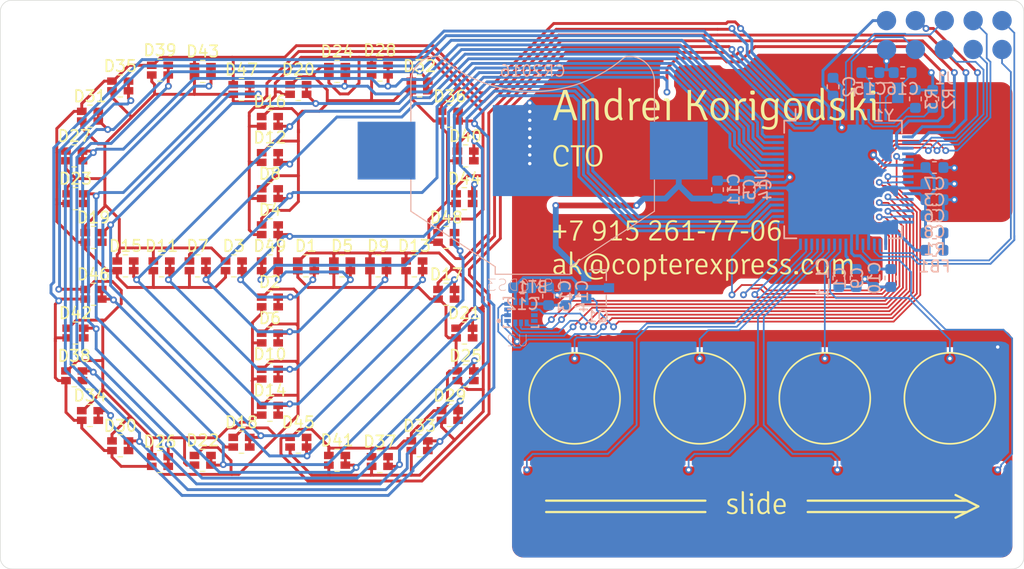
<source format=kicad_pcb>
(kicad_pcb (version 20171130) (host pcbnew 5.0.2+dfsg1-1~bpo9+1)
  (layers (0 F.Cu signal) (31 B.Cu signal) (34 B.Paste user hide) (35 F.Paste user hide) (36 B.SilkS user hide) (37 F.SilkS user) (38 B.Mask user) (39 F.Mask user) (44 Edge.Cuts user))
  (net 0 "")
  (net 1 LED_K0)
  (net 2 LED_K1)
  (net 3 LED_A0)
  (net 4 LED_K3)
  (net 5 LED_K2)
  (net 6 LED_K4)
  (net 7 LED_K5)
  (net 8 LED_K7)
  (net 9 LED_K6)
  (net 10 LED_K8)
  (net 11 LED_A1)
  (net 12 LED_A2)
  (net 13 LED_A3)
  (net 14 LED_A4)
  (net 15 LED_A5)
  (net 16 LED_A6)
  (net 17 LED_A7)
  (net 18 LED_A8)
  (net 19 VDD)
  (net 20 GND)
  (net 21 N$7)
  (net 22 N$6)
  (net 23 N$13)
  (net 24 N$14)
  (net 25 N$5)
  (net 26 N$19)
  (net 27 N$20)
  (net 28 N$16)
  (net 29 N$15)
  (net 30 N$17)
  (net 31 N$18)
  (net 32 N$12)
  (net 33 N$11)
  (net 34 TOUCH_PAD0)
  (net 35 N$1)
  (net 36 TOUCH_PAD1)
  (net 37 TOUCH_PAD2)
  (net 38 TOUCH_PAD3)
  (net 39 N$21)
  (net 40 N$22)
  (net 41 N$23)
  (net 42 N$8)
  (net 43 N$10)
  (net 44 N$9)
  (net 45 LED_K9)
  (net 46 LED_K10)
  (net 47 LED_K11)
  (net 48 LFXTAL_P)
  (net 49 LFXTAL_N)
  (net 50 IMU_VDD)
  (net 51 N$24)
  (net 52 MCU_AVDD)
  (net 53 N$2)
  (net 54 N$25)
  (module footprints:Text_Slide_Signika_Cu (layer F.Cu) (at 166.5 124.55)
    (fp_text reference svg2mod hide)
    (fp_text value G*** hide)
  )
  (module footprints:TouchPad_D8.0mm (layer F.Cu) (at 183.5 115)
    (fp_text reference TS4 hide)
    (fp_text value TOUCH_PAD)
    (pad 1 smd circle (at 0 0) (size 8 8) (layers F.Cu) (net 38 TOUCH_PAD3))
  )
  (module footprints:TouchPad_D8.0mm (layer F.Cu) (at 172.5 115)
    (fp_text reference TS3 hide)
    (fp_text value TOUCH_PAD)
    (pad 1 smd circle (at 0 0) (size 8 8) (layers F.Cu) (net 37 TOUCH_PAD2))
  )
  (module footprints:TouchPad_D8.0mm (layer F.Cu) (at 161.5 115)
    (fp_text reference TS2 hide)
    (fp_text value TOUCH_PAD)
    (pad 1 smd circle (at 0 0) (size 8 8) (layers F.Cu) (net 36 TOUCH_PAD1))
  )
  (module footprints:TouchPad_D8.0mm (layer F.Cu) (at 150.5 115)
    (fp_text reference TS1 hide)
    (fp_text value TOUCH_PAD)
    (pad 1 smd circle (at 0 0) (size 8 8) (layers F.Cu) (net 34 TOUCH_PAD0))
  )
  (module footprints:BatteryHolder_Keystone_3026_1x2016 (layer B.Cu) (at 146.812 93.218)
    (fp_text reference BT1 (at 0 12) (layer B.SilkS) (effects (justify mirror)))
    (fp_text value Battery_Cell)
    (fp_text user CR2016 (at 0 -7) (layer B.SilkS) (effects (font (thickness 0.125)) (justify mirror)))
    (pad 1 smd rect (at -12.85 0) (size 5.08 5.08) (layers B.Cu B.Paste B.Mask))
    (pad 1 smd rect (at 12.85 0) (size 5.08 5.08) (layers B.Cu B.Paste B.Mask) (net 19 VDD))
    (pad 2 smd rect (at 0 0) (size 7 8) (layers B.Cu B.Mask) (net 20 GND))
  )
  (module footprints:LED_DUAL_0606 (layer F.Cu) (at 123.709 103.351)
    (fp_text reference D49 (at 0 -1.75) (layer F.SilkS))
    (fp_text value LED_Dual_AACC)
    (pad 1 smd rect (at -0.725 -0.425) (size 0.85 0.65) (layers F.Cu F.Paste F.Mask) (net 18 LED_A8))
    (pad 2 smd rect (at -0.725 0.425) (size 0.85 0.65) (layers F.Cu F.Paste F.Mask) (net 18 LED_A8))
    (pad 4 smd rect (at 0.725 0.425) (size 0.85 0.65) (layers F.Cu F.Paste F.Mask) (net 2 LED_K1))
    (pad 3 smd rect (at 0.725 -0.425) (size 0.85 0.65) (layers F.Cu F.Paste F.Mask) (net 1 LED_K0))
  )
  (module footprints:LED_DUAL_0606 (layer F.Cu) (at 139.217852 100.851333)
    (fp_text reference D48 (at 0 -1.75) (layer F.SilkS))
    (fp_text value LED_Dual_AACC)
    (pad 1 smd rect (at -0.725 -0.425) (size 0.85 0.65) (layers F.Cu F.Paste F.Mask) (net 17 LED_A7))
    (pad 2 smd rect (at -0.725 0.425) (size 0.85 0.65) (layers F.Cu F.Paste F.Mask) (net 16 LED_A6))
    (pad 4 smd rect (at 0.725 0.425) (size 0.85 0.65) (layers F.Cu F.Paste F.Mask) (net 47 LED_K11))
    (pad 3 smd rect (at 0.725 -0.425) (size 0.85 0.65) (layers F.Cu F.Paste F.Mask) (net 47 LED_K11))
  )
  (module footprints:LED_DUAL_0606 (layer F.Cu) (at 121.209333 87.842147)
    (fp_text reference D47 (at 0 -1.75) (layer F.SilkS))
    (fp_text value LED_Dual_AACC)
    (pad 1 smd rect (at -0.725 -0.425) (size 0.85 0.65) (layers F.Cu F.Paste F.Mask) (net 15 LED_A5))
    (pad 2 smd rect (at -0.725 0.425) (size 0.85 0.65) (layers F.Cu F.Paste F.Mask) (net 14 LED_A4))
    (pad 4 smd rect (at 0.725 0.425) (size 0.85 0.65) (layers F.Cu F.Paste F.Mask) (net 47 LED_K11))
    (pad 3 smd rect (at 0.725 -0.425) (size 0.85 0.65) (layers F.Cu F.Paste F.Mask) (net 47 LED_K11))
  )
  (module footprints:LED_DUAL_0606 (layer F.Cu) (at 108.200147 105.850666)
    (fp_text reference D46 (at 0 -1.75) (layer F.SilkS))
    (fp_text value LED_Dual_AACC)
    (pad 1 smd rect (at -0.725 -0.425) (size 0.85 0.65) (layers F.Cu F.Paste F.Mask) (net 13 LED_A3))
    (pad 2 smd rect (at -0.725 0.425) (size 0.85 0.65) (layers F.Cu F.Paste F.Mask) (net 12 LED_A2))
    (pad 4 smd rect (at 0.725 0.425) (size 0.85 0.65) (layers F.Cu F.Paste F.Mask) (net 47 LED_K11))
    (pad 3 smd rect (at 0.725 -0.425) (size 0.85 0.65) (layers F.Cu F.Paste F.Mask) (net 47 LED_K11))
  )
  (module footprints:LED_DUAL_0606 (layer F.Cu) (at 126.208666 118.859852)
    (fp_text reference D45 (at 0 -1.75) (layer F.SilkS))
    (fp_text value LED_Dual_AACC)
    (pad 1 smd rect (at -0.725 -0.425) (size 0.85 0.65) (layers F.Cu F.Paste F.Mask) (net 11 LED_A1))
    (pad 2 smd rect (at -0.725 0.425) (size 0.85 0.65) (layers F.Cu F.Paste F.Mask) (net 3 LED_A0))
    (pad 4 smd rect (at 0.725 0.425) (size 0.85 0.65) (layers F.Cu F.Paste F.Mask) (net 47 LED_K11))
    (pad 3 smd rect (at 0.725 -0.425) (size 0.85 0.65) (layers F.Cu F.Paste F.Mask) (net 47 LED_K11))
  )
  (module footprints:LED_DUAL_0606 (layer F.Cu) (at 140.806919 97.443568)
    (fp_text reference D44 (at 0 -1.75) (layer F.SilkS))
    (fp_text value LED_Dual_AACC)
    (pad 1 smd rect (at -0.725 -0.425) (size 0.85 0.65) (layers F.Cu F.Paste F.Mask) (net 17 LED_A7))
    (pad 2 smd rect (at -0.725 0.425) (size 0.85 0.65) (layers F.Cu F.Paste F.Mask) (net 16 LED_A6))
    (pad 4 smd rect (at 0.725 0.425) (size 0.85 0.65) (layers F.Cu F.Paste F.Mask) (net 46 LED_K10))
    (pad 3 smd rect (at 0.725 -0.425) (size 0.85 0.65) (layers F.Cu F.Paste F.Mask) (net 46 LED_K10))
  )
  (module footprints:LED_DUAL_0606 (layer F.Cu) (at 117.801568 86.25308)
    (fp_text reference D43 (at 0 -1.75) (layer F.SilkS))
    (fp_text value LED_Dual_AACC)
    (pad 1 smd rect (at -0.725 -0.425) (size 0.85 0.65) (layers F.Cu F.Paste F.Mask) (net 15 LED_A5))
    (pad 2 smd rect (at -0.725 0.425) (size 0.85 0.65) (layers F.Cu F.Paste F.Mask) (net 14 LED_A4))
    (pad 4 smd rect (at 0.725 0.425) (size 0.85 0.65) (layers F.Cu F.Paste F.Mask) (net 46 LED_K10))
    (pad 3 smd rect (at 0.725 -0.425) (size 0.85 0.65) (layers F.Cu F.Paste F.Mask) (net 46 LED_K10))
  )
  (module footprints:LED_DUAL_0606 (layer F.Cu) (at 106.61108 109.258431)
    (fp_text reference D42 (at 0 -1.75) (layer F.SilkS))
    (fp_text value LED_Dual_AACC)
    (pad 1 smd rect (at -0.725 -0.425) (size 0.85 0.65) (layers F.Cu F.Paste F.Mask) (net 13 LED_A3))
    (pad 2 smd rect (at -0.725 0.425) (size 0.85 0.65) (layers F.Cu F.Paste F.Mask) (net 12 LED_A2))
    (pad 4 smd rect (at 0.725 0.425) (size 0.85 0.65) (layers F.Cu F.Paste F.Mask) (net 46 LED_K10))
    (pad 3 smd rect (at 0.725 -0.425) (size 0.85 0.65) (layers F.Cu F.Paste F.Mask) (net 46 LED_K10))
  )
  (module footprints:LED_DUAL_0606 (layer F.Cu) (at 129.616431 120.448919)
    (fp_text reference D41 (at 0 -1.75) (layer F.SilkS))
    (fp_text value LED_Dual_AACC)
    (pad 1 smd rect (at -0.725 -0.425) (size 0.85 0.65) (layers F.Cu F.Paste F.Mask) (net 11 LED_A1))
    (pad 2 smd rect (at -0.725 0.425) (size 0.85 0.65) (layers F.Cu F.Paste F.Mask) (net 3 LED_A0))
    (pad 4 smd rect (at 0.725 0.425) (size 0.85 0.65) (layers F.Cu F.Paste F.Mask) (net 46 LED_K10))
    (pad 3 smd rect (at 0.725 -0.425) (size 0.85 0.65) (layers F.Cu F.Paste F.Mask) (net 46 LED_K10))
  )
  (module footprints:LED_DUAL_0606 (layer F.Cu) (at 140.916279 93.685107)
    (fp_text reference D40 (at 0 -1.75) (layer F.SilkS))
    (fp_text value LED_Dual_AACC)
    (pad 1 smd rect (at -0.725 -0.425) (size 0.85 0.65) (layers F.Cu F.Paste F.Mask) (net 17 LED_A7))
    (pad 2 smd rect (at -0.725 0.425) (size 0.85 0.65) (layers F.Cu F.Paste F.Mask) (net 16 LED_A6))
    (pad 4 smd rect (at 0.725 0.425) (size 0.85 0.65) (layers F.Cu F.Paste F.Mask) (net 45 LED_K9))
    (pad 3 smd rect (at 0.725 -0.425) (size 0.85 0.65) (layers F.Cu F.Paste F.Mask) (net 45 LED_K9))
  )
  (module footprints:LED_DUAL_0606 (layer F.Cu) (at 114.043107 86.14372)
    (fp_text reference D39 (at 0 -1.75) (layer F.SilkS))
    (fp_text value LED_Dual_AACC)
    (pad 1 smd rect (at -0.725 -0.425) (size 0.85 0.65) (layers F.Cu F.Paste F.Mask) (net 15 LED_A5))
    (pad 2 smd rect (at -0.725 0.425) (size 0.85 0.65) (layers F.Cu F.Paste F.Mask) (net 14 LED_A4))
    (pad 4 smd rect (at 0.725 0.425) (size 0.85 0.65) (layers F.Cu F.Paste F.Mask) (net 45 LED_K9))
    (pad 3 smd rect (at 0.725 -0.425) (size 0.85 0.65) (layers F.Cu F.Paste F.Mask) (net 45 LED_K9))
  )
  (module footprints:LED_DUAL_0606 (layer F.Cu) (at 106.50172 113.016892)
    (fp_text reference D38 (at 0 -1.75) (layer F.SilkS))
    (fp_text value LED_Dual_AACC)
    (pad 1 smd rect (at -0.725 -0.425) (size 0.85 0.65) (layers F.Cu F.Paste F.Mask) (net 13 LED_A3))
    (pad 2 smd rect (at -0.725 0.425) (size 0.85 0.65) (layers F.Cu F.Paste F.Mask) (net 12 LED_A2))
    (pad 4 smd rect (at 0.725 0.425) (size 0.85 0.65) (layers F.Cu F.Paste F.Mask) (net 45 LED_K9))
    (pad 3 smd rect (at 0.725 -0.425) (size 0.85 0.65) (layers F.Cu F.Paste F.Mask) (net 45 LED_K9))
  )
  (module footprints:LED_DUAL_0606 (layer F.Cu) (at 133.374892 120.558279)
    (fp_text reference D37 (at 0 -1.75) (layer F.SilkS))
    (fp_text value LED_Dual_AACC)
    (pad 1 smd rect (at -0.725 -0.425) (size 0.85 0.65) (layers F.Cu F.Paste F.Mask) (net 11 LED_A1))
    (pad 2 smd rect (at -0.725 0.425) (size 0.85 0.65) (layers F.Cu F.Paste F.Mask) (net 3 LED_A0))
    (pad 4 smd rect (at 0.725 0.425) (size 0.85 0.65) (layers F.Cu F.Paste F.Mask) (net 45 LED_K9))
    (pad 3 smd rect (at 0.725 -0.425) (size 0.85 0.65) (layers F.Cu F.Paste F.Mask) (net 45 LED_K9))
  )
  (module footprints:LED_DUAL_0606 (layer F.Cu) (at 139.528045 90.190712)
    (fp_text reference D36 (at 0 -1.75) (layer F.SilkS))
    (fp_text value LED_Dual_AACC)
    (pad 1 smd rect (at -0.725 -0.425) (size 0.85 0.65) (layers F.Cu F.Paste F.Mask) (net 17 LED_A7))
    (pad 2 smd rect (at -0.725 0.425) (size 0.85 0.65) (layers F.Cu F.Paste F.Mask) (net 16 LED_A6))
    (pad 4 smd rect (at 0.725 0.425) (size 0.85 0.65) (layers F.Cu F.Paste F.Mask) (net 10 LED_K8))
    (pad 3 smd rect (at 0.725 -0.425) (size 0.85 0.65) (layers F.Cu F.Paste F.Mask) (net 10 LED_K8))
  )
  (module footprints:LED_DUAL_0606 (layer F.Cu) (at 110.548712 87.531954)
    (fp_text reference D35 (at 0 -1.75) (layer F.SilkS))
    (fp_text value LED_Dual_AACC)
    (pad 1 smd rect (at -0.725 -0.425) (size 0.85 0.65) (layers F.Cu F.Paste F.Mask) (net 15 LED_A5))
    (pad 2 smd rect (at -0.725 0.425) (size 0.85 0.65) (layers F.Cu F.Paste F.Mask) (net 14 LED_A4))
    (pad 4 smd rect (at 0.725 0.425) (size 0.85 0.65) (layers F.Cu F.Paste F.Mask) (net 10 LED_K8))
    (pad 3 smd rect (at 0.725 -0.425) (size 0.85 0.65) (layers F.Cu F.Paste F.Mask) (net 10 LED_K8))
  )
  (module footprints:LED_DUAL_0606 (layer F.Cu) (at 107.889954 116.511287)
    (fp_text reference D34 (at 0 -1.75) (layer F.SilkS))
    (fp_text value LED_Dual_AACC)
    (pad 1 smd rect (at -0.725 -0.425) (size 0.85 0.65) (layers F.Cu F.Paste F.Mask) (net 13 LED_A3))
    (pad 2 smd rect (at -0.725 0.425) (size 0.85 0.65) (layers F.Cu F.Paste F.Mask) (net 12 LED_A2))
    (pad 4 smd rect (at 0.725 0.425) (size 0.85 0.65) (layers F.Cu F.Paste F.Mask) (net 10 LED_K8))
    (pad 3 smd rect (at 0.725 -0.425) (size 0.85 0.65) (layers F.Cu F.Paste F.Mask) (net 10 LED_K8))
  )
  (module footprints:LED_DUAL_0606 (layer F.Cu) (at 136.869287 119.170045)
    (fp_text reference D33 (at 0 -1.75) (layer F.SilkS))
    (fp_text value LED_Dual_AACC)
    (pad 1 smd rect (at -0.725 -0.425) (size 0.85 0.65) (layers F.Cu F.Paste F.Mask) (net 11 LED_A1))
    (pad 2 smd rect (at -0.725 0.425) (size 0.85 0.65) (layers F.Cu F.Paste F.Mask) (net 3 LED_A0))
    (pad 4 smd rect (at 0.725 0.425) (size 0.85 0.65) (layers F.Cu F.Paste F.Mask) (net 10 LED_K8))
    (pad 3 smd rect (at 0.725 -0.425) (size 0.85 0.65) (layers F.Cu F.Paste F.Mask) (net 10 LED_K8))
  )
  (module footprints:LED_DUAL_0606 (layer F.Cu) (at 136.869287 87.531954)
    (fp_text reference D32 (at 0 -1.75) (layer F.SilkS))
    (fp_text value LED_Dual_AACC)
    (pad 1 smd rect (at -0.725 -0.425) (size 0.85 0.65) (layers F.Cu F.Paste F.Mask) (net 17 LED_A7))
    (pad 2 smd rect (at -0.725 0.425) (size 0.85 0.65) (layers F.Cu F.Paste F.Mask) (net 16 LED_A6))
    (pad 4 smd rect (at 0.725 0.425) (size 0.85 0.65) (layers F.Cu F.Paste F.Mask) (net 8 LED_K7))
    (pad 3 smd rect (at 0.725 -0.425) (size 0.85 0.65) (layers F.Cu F.Paste F.Mask) (net 8 LED_K7))
  )
  (module footprints:LED_DUAL_0606 (layer F.Cu) (at 107.889954 90.190712)
    (fp_text reference D31 (at 0 -1.75) (layer F.SilkS))
    (fp_text value LED_Dual_AACC)
    (pad 1 smd rect (at -0.725 -0.425) (size 0.85 0.65) (layers F.Cu F.Paste F.Mask) (net 15 LED_A5))
    (pad 2 smd rect (at -0.725 0.425) (size 0.85 0.65) (layers F.Cu F.Paste F.Mask) (net 14 LED_A4))
    (pad 4 smd rect (at 0.725 0.425) (size 0.85 0.65) (layers F.Cu F.Paste F.Mask) (net 8 LED_K7))
    (pad 3 smd rect (at 0.725 -0.425) (size 0.85 0.65) (layers F.Cu F.Paste F.Mask) (net 8 LED_K7))
  )
  (module footprints:LED_DUAL_0606 (layer F.Cu) (at 110.548712 119.170045)
    (fp_text reference D30 (at 0 -1.75) (layer F.SilkS))
    (fp_text value LED_Dual_AACC)
    (pad 1 smd rect (at -0.725 -0.425) (size 0.85 0.65) (layers F.Cu F.Paste F.Mask) (net 13 LED_A3))
    (pad 2 smd rect (at -0.725 0.425) (size 0.85 0.65) (layers F.Cu F.Paste F.Mask) (net 12 LED_A2))
    (pad 4 smd rect (at 0.725 0.425) (size 0.85 0.65) (layers F.Cu F.Paste F.Mask) (net 8 LED_K7))
    (pad 3 smd rect (at 0.725 -0.425) (size 0.85 0.65) (layers F.Cu F.Paste F.Mask) (net 8 LED_K7))
  )
  (module footprints:LED_DUAL_0606 (layer F.Cu) (at 139.528045 116.511287)
    (fp_text reference D29 (at 0 -1.75) (layer F.SilkS))
    (fp_text value LED_Dual_AACC)
    (pad 1 smd rect (at -0.725 -0.425) (size 0.85 0.65) (layers F.Cu F.Paste F.Mask) (net 11 LED_A1))
    (pad 2 smd rect (at -0.725 0.425) (size 0.85 0.65) (layers F.Cu F.Paste F.Mask) (net 3 LED_A0))
    (pad 4 smd rect (at 0.725 0.425) (size 0.85 0.65) (layers F.Cu F.Paste F.Mask) (net 8 LED_K7))
    (pad 3 smd rect (at 0.725 -0.425) (size 0.85 0.65) (layers F.Cu F.Paste F.Mask) (net 8 LED_K7))
  )
  (module footprints:LED_DUAL_0606 (layer F.Cu) (at 133.374892 86.14372)
    (fp_text reference D28 (at 0 -1.75) (layer F.SilkS))
    (fp_text value LED_Dual_AACC)
    (pad 1 smd rect (at -0.725 -0.425) (size 0.85 0.65) (layers F.Cu F.Paste F.Mask) (net 17 LED_A7))
    (pad 2 smd rect (at -0.725 0.425) (size 0.85 0.65) (layers F.Cu F.Paste F.Mask) (net 16 LED_A6))
    (pad 4 smd rect (at 0.725 0.425) (size 0.85 0.65) (layers F.Cu F.Paste F.Mask) (net 9 LED_K6))
    (pad 3 smd rect (at 0.725 -0.425) (size 0.85 0.65) (layers F.Cu F.Paste F.Mask) (net 9 LED_K6))
  )
  (module footprints:LED_DUAL_0606 (layer F.Cu) (at 106.50172 93.685107)
    (fp_text reference D27 (at 0 -1.75) (layer F.SilkS))
    (fp_text value LED_Dual_AACC)
    (pad 1 smd rect (at -0.725 -0.425) (size 0.85 0.65) (layers F.Cu F.Paste F.Mask) (net 15 LED_A5))
    (pad 2 smd rect (at -0.725 0.425) (size 0.85 0.65) (layers F.Cu F.Paste F.Mask) (net 14 LED_A4))
    (pad 4 smd rect (at 0.725 0.425) (size 0.85 0.65) (layers F.Cu F.Paste F.Mask) (net 9 LED_K6))
    (pad 3 smd rect (at 0.725 -0.425) (size 0.85 0.65) (layers F.Cu F.Paste F.Mask) (net 9 LED_K6))
  )
  (module footprints:LED_DUAL_0606 (layer F.Cu) (at 114.043107 120.558279)
    (fp_text reference D26 (at 0 -1.75) (layer F.SilkS))
    (fp_text value LED_Dual_AACC)
    (pad 1 smd rect (at -0.725 -0.425) (size 0.85 0.65) (layers F.Cu F.Paste F.Mask) (net 13 LED_A3))
    (pad 2 smd rect (at -0.725 0.425) (size 0.85 0.65) (layers F.Cu F.Paste F.Mask) (net 12 LED_A2))
    (pad 4 smd rect (at 0.725 0.425) (size 0.85 0.65) (layers F.Cu F.Paste F.Mask) (net 9 LED_K6))
    (pad 3 smd rect (at 0.725 -0.425) (size 0.85 0.65) (layers F.Cu F.Paste F.Mask) (net 9 LED_K6))
  )
  (module footprints:LED_DUAL_0606 (layer F.Cu) (at 140.916279 113.016892)
    (fp_text reference D25 (at 0 -1.75) (layer F.SilkS))
    (fp_text value LED_Dual_AACC)
    (pad 1 smd rect (at -0.725 -0.425) (size 0.85 0.65) (layers F.Cu F.Paste F.Mask) (net 11 LED_A1))
    (pad 2 smd rect (at -0.725 0.425) (size 0.85 0.65) (layers F.Cu F.Paste F.Mask) (net 3 LED_A0))
    (pad 4 smd rect (at 0.725 0.425) (size 0.85 0.65) (layers F.Cu F.Paste F.Mask) (net 9 LED_K6))
    (pad 3 smd rect (at 0.725 -0.425) (size 0.85 0.65) (layers F.Cu F.Paste F.Mask) (net 9 LED_K6))
  )
  (module footprints:LED_DUAL_0606 (layer F.Cu) (at 129.616431 86.25308)
    (fp_text reference D24 (at 0 -1.75) (layer F.SilkS))
    (fp_text value LED_Dual_AACC)
    (pad 1 smd rect (at -0.725 -0.425) (size 0.85 0.65) (layers F.Cu F.Paste F.Mask) (net 16 LED_A6))
    (pad 2 smd rect (at -0.725 0.425) (size 0.85 0.65) (layers F.Cu F.Paste F.Mask) (net 17 LED_A7))
    (pad 4 smd rect (at 0.725 0.425) (size 0.85 0.65) (layers F.Cu F.Paste F.Mask) (net 7 LED_K5))
    (pad 3 smd rect (at 0.725 -0.425) (size 0.85 0.65) (layers F.Cu F.Paste F.Mask) (net 7 LED_K5))
  )
  (module footprints:LED_DUAL_0606 (layer F.Cu) (at 106.61108 97.443568)
    (fp_text reference D23 (at 0 -1.75) (layer F.SilkS))
    (fp_text value LED_Dual_AACC)
    (pad 1 smd rect (at -0.725 -0.425) (size 0.85 0.65) (layers F.Cu F.Paste F.Mask) (net 14 LED_A4))
    (pad 2 smd rect (at -0.725 0.425) (size 0.85 0.65) (layers F.Cu F.Paste F.Mask) (net 15 LED_A5))
    (pad 4 smd rect (at 0.725 0.425) (size 0.85 0.65) (layers F.Cu F.Paste F.Mask) (net 7 LED_K5))
    (pad 3 smd rect (at 0.725 -0.425) (size 0.85 0.65) (layers F.Cu F.Paste F.Mask) (net 7 LED_K5))
  )
  (module footprints:LED_DUAL_0606 (layer F.Cu) (at 117.801568 120.448919)
    (fp_text reference D22 (at 0 -1.75) (layer F.SilkS))
    (fp_text value LED_Dual_AACC)
    (pad 1 smd rect (at -0.725 -0.425) (size 0.85 0.65) (layers F.Cu F.Paste F.Mask) (net 12 LED_A2))
    (pad 2 smd rect (at -0.725 0.425) (size 0.85 0.65) (layers F.Cu F.Paste F.Mask) (net 13 LED_A3))
    (pad 4 smd rect (at 0.725 0.425) (size 0.85 0.65) (layers F.Cu F.Paste F.Mask) (net 7 LED_K5))
    (pad 3 smd rect (at 0.725 -0.425) (size 0.85 0.65) (layers F.Cu F.Paste F.Mask) (net 7 LED_K5))
  )
  (module footprints:LED_DUAL_0606 (layer F.Cu) (at 140.806919 109.258431)
    (fp_text reference D21 (at 0 -1.75) (layer F.SilkS))
    (fp_text value LED_Dual_AACC)
    (pad 1 smd rect (at -0.725 -0.425) (size 0.85 0.65) (layers F.Cu F.Paste F.Mask) (net 3 LED_A0))
    (pad 2 smd rect (at -0.725 0.425) (size 0.85 0.65) (layers F.Cu F.Paste F.Mask) (net 11 LED_A1))
    (pad 4 smd rect (at 0.725 0.425) (size 0.85 0.65) (layers F.Cu F.Paste F.Mask) (net 7 LED_K5))
    (pad 3 smd rect (at 0.725 -0.425) (size 0.85 0.65) (layers F.Cu F.Paste F.Mask) (net 7 LED_K5))
  )
  (module footprints:LED_DUAL_0606 (layer F.Cu) (at 126.208666 87.842147)
    (fp_text reference D20 (at 0 -1.75) (layer F.SilkS))
    (fp_text value LED_Dual_AACC)
    (pad 1 smd rect (at -0.725 -0.425) (size 0.85 0.65) (layers F.Cu F.Paste F.Mask) (net 16 LED_A6))
    (pad 2 smd rect (at -0.725 0.425) (size 0.85 0.65) (layers F.Cu F.Paste F.Mask) (net 17 LED_A7))
    (pad 4 smd rect (at 0.725 0.425) (size 0.85 0.65) (layers F.Cu F.Paste F.Mask) (net 6 LED_K4))
    (pad 3 smd rect (at 0.725 -0.425) (size 0.85 0.65) (layers F.Cu F.Paste F.Mask) (net 6 LED_K4))
  )
  (module footprints:LED_DUAL_0606 (layer F.Cu) (at 108.200147 100.851333)
    (fp_text reference D19 (at 0 -1.75) (layer F.SilkS))
    (fp_text value LED_Dual_AACC)
    (pad 1 smd rect (at -0.725 -0.425) (size 0.85 0.65) (layers F.Cu F.Paste F.Mask) (net 14 LED_A4))
    (pad 2 smd rect (at -0.725 0.425) (size 0.85 0.65) (layers F.Cu F.Paste F.Mask) (net 15 LED_A5))
    (pad 4 smd rect (at 0.725 0.425) (size 0.85 0.65) (layers F.Cu F.Paste F.Mask) (net 6 LED_K4))
    (pad 3 smd rect (at 0.725 -0.425) (size 0.85 0.65) (layers F.Cu F.Paste F.Mask) (net 6 LED_K4))
  )
  (module footprints:LED_DUAL_0606 (layer F.Cu) (at 121.209333 118.859852)
    (fp_text reference D18 (at 0 -1.75) (layer F.SilkS))
    (fp_text value LED_Dual_AACC)
    (pad 1 smd rect (at -0.725 -0.425) (size 0.85 0.65) (layers F.Cu F.Paste F.Mask) (net 12 LED_A2))
    (pad 2 smd rect (at -0.725 0.425) (size 0.85 0.65) (layers F.Cu F.Paste F.Mask) (net 13 LED_A3))
    (pad 4 smd rect (at 0.725 0.425) (size 0.85 0.65) (layers F.Cu F.Paste F.Mask) (net 6 LED_K4))
    (pad 3 smd rect (at 0.725 -0.425) (size 0.85 0.65) (layers F.Cu F.Paste F.Mask) (net 6 LED_K4))
  )
  (module footprints:LED_DUAL_0606 (layer F.Cu) (at 139.217852 105.850666)
    (fp_text reference D17 (at 0 -1.75) (layer F.SilkS))
    (fp_text value LED_Dual_AACC)
    (pad 1 smd rect (at -0.725 -0.425) (size 0.85 0.65) (layers F.Cu F.Paste F.Mask) (net 3 LED_A0))
    (pad 2 smd rect (at -0.725 0.425) (size 0.85 0.65) (layers F.Cu F.Paste F.Mask) (net 11 LED_A1))
    (pad 4 smd rect (at 0.725 0.425) (size 0.85 0.65) (layers F.Cu F.Paste F.Mask) (net 6 LED_K4))
    (pad 3 smd rect (at 0.725 -0.425) (size 0.85 0.65) (layers F.Cu F.Paste F.Mask) (net 6 LED_K4))
  )
  (module footprints:LED_DUAL_0606 (layer F.Cu) (at 123.709 90.651)
    (fp_text reference D16 (at 0 -1.75) (layer F.SilkS))
    (fp_text value LED_Dual_AACC)
    (pad 1 smd rect (at -0.725 -0.425) (size 0.85 0.65) (layers F.Cu F.Paste F.Mask) (net 16 LED_A6))
    (pad 2 smd rect (at -0.725 0.425) (size 0.85 0.65) (layers F.Cu F.Paste F.Mask) (net 17 LED_A7))
    (pad 4 smd rect (at 0.725 0.425) (size 0.85 0.65) (layers F.Cu F.Paste F.Mask) (net 4 LED_K3))
    (pad 3 smd rect (at 0.725 -0.425) (size 0.85 0.65) (layers F.Cu F.Paste F.Mask) (net 4 LED_K3))
  )
  (module footprints:LED_DUAL_0606 (layer F.Cu) (at 111.009 103.351)
    (fp_text reference D15 (at 0 -1.75) (layer F.SilkS))
    (fp_text value LED_Dual_AACC)
    (pad 1 smd rect (at -0.725 -0.425) (size 0.85 0.65) (layers F.Cu F.Paste F.Mask) (net 14 LED_A4))
    (pad 2 smd rect (at -0.725 0.425) (size 0.85 0.65) (layers F.Cu F.Paste F.Mask) (net 15 LED_A5))
    (pad 4 smd rect (at 0.725 0.425) (size 0.85 0.65) (layers F.Cu F.Paste F.Mask) (net 4 LED_K3))
    (pad 3 smd rect (at 0.725 -0.425) (size 0.85 0.65) (layers F.Cu F.Paste F.Mask) (net 4 LED_K3))
  )
  (module footprints:LED_DUAL_0606 (layer F.Cu) (at 123.709 116.051)
    (fp_text reference D14 (at 0 -1.75) (layer F.SilkS))
    (fp_text value LED_Dual_AACC)
    (pad 1 smd rect (at -0.725 -0.425) (size 0.85 0.65) (layers F.Cu F.Paste F.Mask) (net 12 LED_A2))
    (pad 2 smd rect (at -0.725 0.425) (size 0.85 0.65) (layers F.Cu F.Paste F.Mask) (net 13 LED_A3))
    (pad 4 smd rect (at 0.725 0.425) (size 0.85 0.65) (layers F.Cu F.Paste F.Mask) (net 4 LED_K3))
    (pad 3 smd rect (at 0.725 -0.425) (size 0.85 0.65) (layers F.Cu F.Paste F.Mask) (net 4 LED_K3))
  )
  (module footprints:LED_DUAL_0606 (layer F.Cu) (at 136.409 103.351)
    (fp_text reference D13 (at 0 -1.75) (layer F.SilkS))
    (fp_text value LED_Dual_AACC)
    (pad 1 smd rect (at -0.725 -0.425) (size 0.85 0.65) (layers F.Cu F.Paste F.Mask) (net 3 LED_A0))
    (pad 2 smd rect (at -0.725 0.425) (size 0.85 0.65) (layers F.Cu F.Paste F.Mask) (net 11 LED_A1))
    (pad 4 smd rect (at 0.725 0.425) (size 0.85 0.65) (layers F.Cu F.Paste F.Mask) (net 4 LED_K3))
    (pad 3 smd rect (at 0.725 -0.425) (size 0.85 0.65) (layers F.Cu F.Paste F.Mask) (net 4 LED_K3))
  )
  (module footprints:LED_DUAL_0606 (layer F.Cu) (at 123.709 93.826)
    (fp_text reference D12 (at 0 -1.75) (layer F.SilkS))
    (fp_text value LED_Dual_AACC)
    (pad 1 smd rect (at -0.725 -0.425) (size 0.85 0.65) (layers F.Cu F.Paste F.Mask) (net 16 LED_A6))
    (pad 2 smd rect (at -0.725 0.425) (size 0.85 0.65) (layers F.Cu F.Paste F.Mask) (net 17 LED_A7))
    (pad 4 smd rect (at 0.725 0.425) (size 0.85 0.65) (layers F.Cu F.Paste F.Mask) (net 5 LED_K2))
    (pad 3 smd rect (at 0.725 -0.425) (size 0.85 0.65) (layers F.Cu F.Paste F.Mask) (net 5 LED_K2))
  )
  (module footprints:LED_DUAL_0606 (layer F.Cu) (at 114.184 103.351)
    (fp_text reference D11 (at 0 -1.75) (layer F.SilkS))
    (fp_text value LED_Dual_AACC)
    (pad 1 smd rect (at -0.725 -0.425) (size 0.85 0.65) (layers F.Cu F.Paste F.Mask) (net 14 LED_A4))
    (pad 2 smd rect (at -0.725 0.425) (size 0.85 0.65) (layers F.Cu F.Paste F.Mask) (net 15 LED_A5))
    (pad 4 smd rect (at 0.725 0.425) (size 0.85 0.65) (layers F.Cu F.Paste F.Mask) (net 5 LED_K2))
    (pad 3 smd rect (at 0.725 -0.425) (size 0.85 0.65) (layers F.Cu F.Paste F.Mask) (net 5 LED_K2))
  )
  (module footprints:LED_DUAL_0606 (layer F.Cu) (at 123.709 112.875999)
    (fp_text reference D10 (at 0 -1.75) (layer F.SilkS))
    (fp_text value LED_Dual_AACC)
    (pad 1 smd rect (at -0.725 -0.425) (size 0.85 0.65) (layers F.Cu F.Paste F.Mask) (net 12 LED_A2))
    (pad 2 smd rect (at -0.725 0.425) (size 0.85 0.65) (layers F.Cu F.Paste F.Mask) (net 13 LED_A3))
    (pad 4 smd rect (at 0.725 0.425) (size 0.85 0.65) (layers F.Cu F.Paste F.Mask) (net 5 LED_K2))
    (pad 3 smd rect (at 0.725 -0.425) (size 0.85 0.65) (layers F.Cu F.Paste F.Mask) (net 5 LED_K2))
  )
  (module footprints:LED_DUAL_0606 (layer F.Cu) (at 133.234 103.351)
    (fp_text reference D9 (at 0 -1.75) (layer F.SilkS))
    (fp_text value LED_Dual_AACC)
    (pad 1 smd rect (at -0.725 -0.425) (size 0.85 0.65) (layers F.Cu F.Paste F.Mask) (net 3 LED_A0))
    (pad 2 smd rect (at -0.725 0.425) (size 0.85 0.65) (layers F.Cu F.Paste F.Mask) (net 11 LED_A1))
    (pad 4 smd rect (at 0.725 0.425) (size 0.85 0.65) (layers F.Cu F.Paste F.Mask) (net 5 LED_K2))
    (pad 3 smd rect (at 0.725 -0.425) (size 0.85 0.65) (layers F.Cu F.Paste F.Mask) (net 5 LED_K2))
  )
  (module footprints:LED_DUAL_0606 (layer F.Cu) (at 123.709 97.001)
    (fp_text reference D8 (at 0 -1.75) (layer F.SilkS))
    (fp_text value LED_Dual_AACC)
    (pad 1 smd rect (at -0.725 -0.425) (size 0.85 0.65) (layers F.Cu F.Paste F.Mask) (net 16 LED_A6))
    (pad 2 smd rect (at -0.725 0.425) (size 0.85 0.65) (layers F.Cu F.Paste F.Mask) (net 17 LED_A7))
    (pad 4 smd rect (at 0.725 0.425) (size 0.85 0.65) (layers F.Cu F.Paste F.Mask) (net 2 LED_K1))
    (pad 3 smd rect (at 0.725 -0.425) (size 0.85 0.65) (layers F.Cu F.Paste F.Mask) (net 2 LED_K1))
  )
  (module footprints:LED_DUAL_0606 (layer F.Cu) (at 117.359 103.351)
    (fp_text reference D7 (at 0 -1.75) (layer F.SilkS))
    (fp_text value LED_Dual_AACC)
    (pad 1 smd rect (at -0.725 -0.425) (size 0.85 0.65) (layers F.Cu F.Paste F.Mask) (net 14 LED_A4))
    (pad 2 smd rect (at -0.725 0.425) (size 0.85 0.65) (layers F.Cu F.Paste F.Mask) (net 15 LED_A5))
    (pad 4 smd rect (at 0.725 0.425) (size 0.85 0.65) (layers F.Cu F.Paste F.Mask) (net 2 LED_K1))
    (pad 3 smd rect (at 0.725 -0.425) (size 0.85 0.65) (layers F.Cu F.Paste F.Mask) (net 2 LED_K1))
  )
  (module footprints:LED_DUAL_0606 (layer F.Cu) (at 123.709 109.701)
    (fp_text reference D6 (at 0 -1.75) (layer F.SilkS))
    (fp_text value LED_Dual_AACC)
    (pad 1 smd rect (at -0.725 -0.425) (size 0.85 0.65) (layers F.Cu F.Paste F.Mask) (net 12 LED_A2))
    (pad 2 smd rect (at -0.725 0.425) (size 0.85 0.65) (layers F.Cu F.Paste F.Mask) (net 13 LED_A3))
    (pad 4 smd rect (at 0.725 0.425) (size 0.85 0.65) (layers F.Cu F.Paste F.Mask) (net 2 LED_K1))
    (pad 3 smd rect (at 0.725 -0.425) (size 0.85 0.65) (layers F.Cu F.Paste F.Mask) (net 2 LED_K1))
  )
  (module footprints:LED_DUAL_0606 (layer F.Cu) (at 130.059 103.351)
    (fp_text reference D5 (at 0 -1.75) (layer F.SilkS))
    (fp_text value LED_Dual_AACC)
    (pad 1 smd rect (at -0.725 -0.425) (size 0.85 0.65) (layers F.Cu F.Paste F.Mask) (net 3 LED_A0))
    (pad 2 smd rect (at -0.725 0.425) (size 0.85 0.65) (layers F.Cu F.Paste F.Mask) (net 11 LED_A1))
    (pad 4 smd rect (at 0.725 0.425) (size 0.85 0.65) (layers F.Cu F.Paste F.Mask) (net 2 LED_K1))
    (pad 3 smd rect (at 0.725 -0.425) (size 0.85 0.65) (layers F.Cu F.Paste F.Mask) (net 2 LED_K1))
  )
  (module footprints:LED_DUAL_0606 (layer F.Cu) (at 123.709 100.176)
    (fp_text reference D4 (at 0 -1.75) (layer F.SilkS))
    (fp_text value LED_Dual_AACC)
    (pad 1 smd rect (at -0.725 -0.425) (size 0.85 0.65) (layers F.Cu F.Paste F.Mask) (net 16 LED_A6))
    (pad 2 smd rect (at -0.725 0.425) (size 0.85 0.65) (layers F.Cu F.Paste F.Mask) (net 17 LED_A7))
    (pad 4 smd rect (at 0.725 0.425) (size 0.85 0.65) (layers F.Cu F.Paste F.Mask) (net 1 LED_K0))
    (pad 3 smd rect (at 0.725 -0.425) (size 0.85 0.65) (layers F.Cu F.Paste F.Mask) (net 1 LED_K0))
  )
  (module footprints:LED_DUAL_0606 (layer F.Cu) (at 120.534 103.351)
    (fp_text reference D3 (at 0 -1.75) (layer F.SilkS))
    (fp_text value LED_Dual_AACC)
    (pad 1 smd rect (at -0.725 -0.425) (size 0.85 0.65) (layers F.Cu F.Paste F.Mask) (net 14 LED_A4))
    (pad 2 smd rect (at -0.725 0.425) (size 0.85 0.65) (layers F.Cu F.Paste F.Mask) (net 15 LED_A5))
    (pad 4 smd rect (at 0.725 0.425) (size 0.85 0.65) (layers F.Cu F.Paste F.Mask) (net 1 LED_K0))
    (pad 3 smd rect (at 0.725 -0.425) (size 0.85 0.65) (layers F.Cu F.Paste F.Mask) (net 1 LED_K0))
  )
  (module footprints:LED_DUAL_0606 (layer F.Cu) (at 123.709 106.526)
    (fp_text reference D2 (at 0 -1.75) (layer F.SilkS))
    (fp_text value LED_Dual_AACC)
    (pad 1 smd rect (at -0.725 -0.425) (size 0.85 0.65) (layers F.Cu F.Paste F.Mask) (net 12 LED_A2))
    (pad 2 smd rect (at -0.725 0.425) (size 0.85 0.65) (layers F.Cu F.Paste F.Mask) (net 13 LED_A3))
    (pad 4 smd rect (at 0.725 0.425) (size 0.85 0.65) (layers F.Cu F.Paste F.Mask) (net 1 LED_K0))
    (pad 3 smd rect (at 0.725 -0.425) (size 0.85 0.65) (layers F.Cu F.Paste F.Mask) (net 1 LED_K0))
  )
  (module footprints:LED_DUAL_0606 (layer F.Cu) (at 126.884 103.351)
    (fp_text reference D1 (at 0 -1.75) (layer F.SilkS))
    (fp_text value LED_Dual_AACC)
    (pad 1 smd rect (at -0.725 -0.425) (size 0.85 0.65) (layers F.Cu F.Paste F.Mask) (net 3 LED_A0))
    (pad 2 smd rect (at -0.725 0.425) (size 0.85 0.65) (layers F.Cu F.Paste F.Mask) (net 11 LED_A1))
    (pad 4 smd rect (at 0.725 0.425) (size 0.85 0.65) (layers F.Cu F.Paste F.Mask) (net 1 LED_K0))
    (pad 3 smd rect (at 0.725 -0.425) (size 0.85 0.65) (layers F.Cu F.Paste F.Mask) (net 1 LED_K0))
  )
  (module Capacitor_SMD:C_0603_1608Metric (layer B.Cu) (at 173.736 104.4195 270)
    (fp_text reference C1_1 (at 0 1.43 270) (layer B.SilkS) (effects (justify mirror)))
    (fp_text value 10uF)
    (pad 1 smd roundrect (at -0.7875 0 270) (size 0.875 0.95) (layers B.Cu B.Paste B.Mask) (net 35 N$1))
    (pad 2 smd roundrect (at 0.7875 0 270) (size 0.875 0.95) (layers B.Cu B.Paste B.Mask) (net 20 GND))
  )
  (module Resistor_SMD:R_0603_1608Metric (layer B.Cu) (at 180.467 88.6715 90)
    (fp_text reference R3 (at 0 1.43 90) (layer B.SilkS) (effects (justify mirror)))
    (fp_text value 0)
    (pad 1 smd roundrect (at -0.7875 0 90) (size 0.875 0.95) (layers B.Cu B.Paste B.Mask) (net 54 N$25))
    (pad 2 smd roundrect (at 0.7875 0 90) (size 0.875 0.95) (layers B.Cu B.Paste B.Mask) (net 20 GND))
  )
  (module Inductor_SMD:L_0603_1608Metric (layer B.Cu) (at 182.1435 101.981)
    (fp_text reference FB1 (at 0 1.43) (layer B.SilkS) (effects (justify mirror)))
    (fp_text value Ferrite_Bead_Small)
    (pad 1 smd roundrect (at -0.7875 0) (size 0.875 0.95) (layers B.Cu B.Paste B.Mask) (net 19 VDD))
    (pad 2 smd roundrect (at 0.7875 0) (size 0.875 0.95) (layers B.Cu B.Paste B.Mask) (net 53 N$2))
  )
  (module Package_TO_SOT_SMD:SOT-23 (layer B.Cu) (at 152.527 105.283)
    (fp_text reference Q1 (at 0 2.5) (layer B.SilkS) (effects (justify mirror)))
    (fp_text value Q_PMOS_GSD)
    (pad 1 smd rect (at -1 0.95) (size 0.9 0.8) (layers B.Cu B.Paste B.Mask) (net 23 N$13))
    (pad 2 smd rect (at -1 -0.95) (size 0.9 0.8) (layers B.Cu B.Paste B.Mask) (net 19 VDD))
    (pad 3 smd rect (at 1 0) (size 0.9 0.8) (layers B.Cu B.Paste B.Mask) (net 50 IMU_VDD))
  )
  (module Capacitor_SMD:C_0603_1608Metric (layer B.Cu) (at 179.3495 86.36)
    (fp_text reference C16 (at 0 1.43) (layer B.SilkS) (effects (justify mirror)))
    (fp_text value 22pF)
    (pad 2 smd roundrect (at -0.7875 0) (size 0.875 0.95) (layers B.Cu B.Paste B.Mask) (net 20 GND))
    (pad 1 smd roundrect (at 0.7875 0) (size 0.875 0.95) (layers B.Cu B.Paste B.Mask) (net 49 LFXTAL_N))
  )
  (module Capacitor_SMD:C_0603_1608Metric (layer B.Cu) (at 176.5045 86.36)
    (fp_text reference C15 (at 0 1.43) (layer B.SilkS) (effects (justify mirror)))
    (fp_text value 22pF)
    (pad 2 smd roundrect (at 0.7875 0) (size 0.875 0.95) (layers B.Cu B.Paste B.Mask) (net 20 GND))
    (pad 1 smd roundrect (at -0.7875 0) (size 0.875 0.95) (layers B.Cu B.Paste B.Mask) (net 48 LFXTAL_P))
  )
  (module Capacitor_SMD:C_0603_1608Metric (layer B.Cu) (at 149.733 106.0195 90)
    (fp_text reference C14 (at 0 1.43 90) (layer B.SilkS) (effects (justify mirror)))
    (fp_text value 10uF)
    (pad 1 smd roundrect (at -0.7875 0 90) (size 0.875 0.95) (layers B.Cu B.Paste B.Mask) (net 50 IMU_VDD))
    (pad 2 smd roundrect (at 0.7875 0 90) (size 0.875 0.95) (layers B.Cu B.Paste B.Mask) (net 20 GND))
  )
  (module Capacitor_SMD:C_0603_1608Metric (layer B.Cu) (at 173.228 87.6045 90)
    (fp_text reference C2 (at 0 1.43 90) (layer B.SilkS) (effects (justify mirror)))
    (fp_text value 0.1uF)
    (pad 2 smd roundrect (at 0.7875 0 90) (size 0.875 0.95) (layers B.Cu B.Paste B.Mask) (net 20 GND))
    (pad 1 smd roundrect (at -0.7875 0 90) (size 0.875 0.95) (layers B.Cu B.Paste B.Mask) (net 19 VDD))
  )
  (module footprints:TouchSlider-4_42x7mm (layer F.Cu) (at 146 128)
    (fp_text reference TS5 hide)
    (fp_text value TOUCH_SLIDER_4PADS hide)
    (pad 1 smd custom (at 1.5 -3.5) (size 2.333333 2.333333) (layers F.Cu) (net 27 N$20) (options (clearance outline) (anchor circle)) (primitives (gr_poly (pts (xy -1.5 -3.5) (xy 1.5 -3.5) (xy 1.5 -3.270579) (xy 11.140237 -2.333333) (xy 1.5 -1.396088) (xy 1.5 -0.937245) (xy 11.140237 0) (xy 1.5 0.937245) (xy 1.5 1.396088) (xy 11.140237 2.333333) (xy 1.5 3.270579) (xy 1.5 3.5) (xy -1.5 3.5)) (width 0))))
    (pad 2 smd custom (at 14.476341 -3.5) (size 2.333333 2.333333) (layers F.Cu) (net 39 N$21) (options (clearance outline) (anchor circle)) (primitives (gr_poly (pts (xy -11.211214 -3.5) (xy -1.570978 -2.562755) (xy -1.570978 -2.103912) (xy -11.211214 -1.166667) (xy -1.570978 -0.229421) (xy -1.570978 0.229421) (xy -11.211214 1.166667) (xy -1.570978 2.103912) (xy -1.570978 2.562755) (xy -11.211214 3.5) (xy 1.570978 3.5) (xy 1.570978 3.270579) (xy 11.211214 2.333333) (xy 1.570978 1.396088) (xy 1.570978 0.937245) (xy 11.211214 0) (xy 1.570978 -0.937245) (xy 1.570978 -1.396088) (xy 11.211214 -2.333333) (xy 1.570978 -3.270579) (xy 1.570978 -3.5)) (width 0))))
    (pad 3 smd custom (at 27.523659 -3.5) (size 2.333333 2.333333) (layers F.Cu) (net 40 N$22) (options (clearance outline) (anchor circle)) (primitives (gr_poly (pts (xy -11.211214 -3.5) (xy -1.570978 -2.562755) (xy -1.570978 -2.103912) (xy -11.211214 -1.166667) (xy -1.570978 -0.229421) (xy -1.570978 0.229421) (xy -11.211214 1.166667) (xy -1.570978 2.103912) (xy -1.570978 2.562755) (xy -11.211214 3.5) (xy 1.570978 3.5) (xy 1.570978 3.270579) (xy 11.211214 2.333333) (xy 1.570978 1.396088) (xy 1.570978 0.937245) (xy 11.211214 0) (xy 1.570978 -0.937245) (xy 1.570978 -1.396088) (xy 11.211214 -2.333333) (xy 1.570978 -3.270579) (xy 1.570978 -3.5)) (width 0))))
    (pad 4 smd custom (at 40.5 -3.5) (size 2.333333 2.333333) (layers F.Cu) (net 41 N$23) (options (clearance outline) (anchor circle)) (primitives (gr_poly (pts (xy -11.140237 -3.5) (xy -1.5 -2.562755) (xy -1.5 -2.103912) (xy -11.140237 -1.166667) (xy -1.5 -0.229421) (xy -1.5 0.229421) (xy -11.140237 1.166667) (xy -1.5 2.103912) (xy -1.5 2.562755) (xy -11.140237 3.5) (xy 1.5 3.5) (xy 1.5 -3.5)) (width 0))))
  )
  (module footprints:TestPoints_2x05_P2.54_D1.7 (layer B.Cu) (at 183.007 83.058)
    (fp_text reference J1 (at 0 3.81) (layer B.SilkS) (effects (justify mirror)))
    (fp_text value POGO_10PADS)
    (pad 5 smd circle (at 0 -1.27) (size 1.7 1.7) (layers B.Cu B.Mask) (net 21 N$7))
    (pad 4 smd circle (at -2.54 1.27) (size 1.7 1.7) (layers B.Cu B.Mask) (net 22 N$6))
    (pad 3 smd circle (at -2.54 -1.27) (size 1.7 1.7) (layers B.Cu B.Mask) (net 25 N$5))
    (pad 2 smd circle (at -5.08 1.27) (size 1.7 1.7) (layers B.Cu B.Mask) (net 20 GND))
    (pad 1 smd circle (at -5.08 -1.27) (size 1.7 1.7) (layers B.Cu B.Mask) (net 19 VDD))
    (pad 10 smd circle (at 5.08 1.27) (size 1.7 1.7) (layers B.Cu B.Mask) (net 32 N$12))
    (pad 9 smd circle (at 5.08 -1.27) (size 1.7 1.7) (layers B.Cu B.Mask) (net 33 N$11))
    (pad 8 smd circle (at 2.54 1.27) (size 1.7 1.7) (layers B.Cu B.Mask) (net 43 N$10))
    (pad 7 smd circle (at 2.54 -1.27) (size 1.7 1.7) (layers B.Cu B.Mask) (net 44 N$9))
    (pad 6 smd circle (at 0 1.27) (size 1.7 1.7) (layers B.Cu B.Mask) (net 42 N$8))
  )
  (module footprints:LSM6DS3 (layer B.Cu) (at 145.7844 107.4416)
    (fp_text reference U2 (at -0.31031 2.48754) (layer B.SilkS) (effects (font (size 1.00102 1.00102) (thickness 0.05)) (justify mirror)))
    (fp_text value LSM6DS3 (at 0.325055 -2.39047) (layer B.SilkS) (effects (font (size 1.0002 1.0002) (thickness 0.05)) (justify mirror)))
    (pad 4 smd rect (at -1.175 -0.75 180) (size 0.58 0.35) (layers B.Cu B.Paste B.Mask) (net 31 N$18))
    (pad 3 smd rect (at -1.175 -0.25 180) (size 0.58 0.35) (layers B.Cu B.Paste B.Mask) (net 20 GND))
    (pad 2 smd rect (at -1.175 0.25 180) (size 0.58 0.35) (layers B.Cu B.Paste B.Mask) (net 20 GND))
    (pad 1 smd rect (at -1.175 0.75 180) (size 0.58 0.35) (layers B.Cu B.Paste B.Mask) (net 24 N$14))
    (pad 7 smd rect (at 0.5 -0.925 270) (size 0.58 0.35) (layers B.Cu B.Paste B.Mask) (net 20 GND))
    (pad 6 smd rect (at 0 -0.925 270) (size 0.58 0.35) (layers B.Cu B.Paste B.Mask) (net 20 GND))
    (pad 5 smd rect (at -0.5 -0.925 270) (size 0.58 0.35) (layers B.Cu B.Paste B.Mask) (net 50 IMU_VDD))
    (pad 8 smd rect (at 1.175 -0.75 180) (size 0.58 0.35) (layers B.Cu B.Paste B.Mask) (net 50 IMU_VDD))
    (pad 9 smd rect (at 1.175 -0.25 180) (size 0.58 0.35) (layers B.Cu B.Paste B.Mask) (net 26 N$19))
    (pad 10 smd rect (at 1.175 0.25 180) (size 0.58 0.35) (layers B.Cu B.Paste B.Mask))
    (pad 11 smd rect (at 1.175 0.75 180) (size 0.58 0.35) (layers B.Cu B.Paste B.Mask))
    (pad 12 smd rect (at 0.5 0.925 270) (size 0.58 0.35) (layers B.Cu B.Paste B.Mask) (net 30 N$17))
    (pad 13 smd rect (at 0 0.925 270) (size 0.58 0.35) (layers B.Cu B.Paste B.Mask) (net 28 N$16))
    (pad 14 smd rect (at -0.5 0.925 270) (size 0.58 0.35) (layers B.Cu B.Paste B.Mask) (net 29 N$15))
  )
  (module Resistor_SMD:R_0603_1608Metric (layer B.Cu) (at 181.991 88.6715 90)
    (fp_text reference R2 (at 0 1.43 90) (layer B.SilkS) (effects (justify mirror)))
    (fp_text value 0)
    (pad 2 smd roundrect (at 0.7875 0 90) (size 0.875 0.95) (layers B.Cu B.Paste B.Mask) (net 20 GND))
    (pad 1 smd roundrect (at -0.7875 0 90) (size 0.875 0.95) (layers B.Cu B.Paste B.Mask) (net 51 N$24))
  )
  (module Capacitor_SMD:C_0603_1608Metric (layer B.Cu) (at 148.209 106.0195 90)
    (fp_text reference C13 (at 0 1.43 90) (layer B.SilkS) (effects (justify mirror)))
    (fp_text value 0.1uF)
    (pad 2 smd roundrect (at 0.7875 0 90) (size 0.875 0.95) (layers B.Cu B.Paste B.Mask) (net 20 GND))
    (pad 1 smd roundrect (at -0.7875 0 90) (size 0.875 0.95) (layers B.Cu B.Paste B.Mask) (net 50 IMU_VDD))
  )
  (module Capacitor_SMD:C_0603_1608Metric (layer B.Cu) (at 145.8975 105.283)
    (fp_text reference C12 (at 0 1.43) (layer B.SilkS) (effects (justify mirror)))
    (fp_text value 0.1uF)
    (pad 2 smd roundrect (at 0.7875 0) (size 0.875 0.95) (layers B.Cu B.Paste B.Mask) (net 20 GND))
    (pad 1 smd roundrect (at -0.7875 0) (size 0.875 0.95) (layers B.Cu B.Paste B.Mask) (net 50 IMU_VDD))
  )
  (module Capacitor_SMD:C_0603_1608Metric (layer B.Cu) (at 178.308 104.4195 270)
    (fp_text reference C10 (at 0 1.43 270) (layer B.SilkS) (effects (justify mirror)))
    (fp_text value 10uF)
    (pad 2 smd roundrect (at 0.7875 0 270) (size 0.875 0.95) (layers B.Cu B.Paste B.Mask) (net 20 GND))
    (pad 1 smd roundrect (at -0.7875 0 270) (size 0.875 0.95) (layers B.Cu B.Paste B.Mask) (net 19 VDD))
  )
  (module Capacitor_SMD:C_0603_1608Metric (layer B.Cu) (at 176.784 104.4195 270)
    (fp_text reference C9 (at 0 1.43 270) (layer B.SilkS) (effects (justify mirror)))
    (fp_text value 0.1uF)
    (pad 2 smd roundrect (at 0.7875 0 270) (size 0.875 0.95) (layers B.Cu B.Paste B.Mask) (net 20 GND))
    (pad 1 smd roundrect (at -0.7875 0 270) (size 0.875 0.95) (layers B.Cu B.Paste B.Mask) (net 19 VDD))
  )
  (module Capacitor_SMD:C_0603_1608Metric (layer B.Cu) (at 182.1435 98.933)
    (fp_text reference C8 (at 0 1.43) (layer B.SilkS) (effects (justify mirror)))
    (fp_text value 10uF)
    (pad 2 smd roundrect (at 0.7875 0) (size 0.875 0.95) (layers B.Cu B.Paste B.Mask) (net 20 GND))
    (pad 1 smd roundrect (at -0.7875 0) (size 0.875 0.95) (layers B.Cu B.Paste B.Mask) (net 52 MCU_AVDD))
  )
  (module Capacitor_SMD:C_0603_1608Metric (layer B.Cu) (at 182.1435 94.7039)
    (fp_text reference C7 (at 0 1.43) (layer B.SilkS) (effects (justify mirror)))
    (fp_text value 10nF)
    (pad 2 smd roundrect (at 0.7875 0) (size 0.875 0.95) (layers B.Cu B.Paste B.Mask) (net 20 GND))
    (pad 1 smd roundrect (at -0.7875 0) (size 0.875 0.95) (layers B.Cu B.Paste B.Mask) (net 52 MCU_AVDD))
  )
  (module Capacitor_SMD:C_0603_1608Metric (layer B.Cu) (at 182.1435 97.536)
    (fp_text reference C6 (at 0 1.43) (layer B.SilkS) (effects (justify mirror)))
    (fp_text value 10nF)
    (pad 1 smd roundrect (at -0.7875 0) (size 0.875 0.95) (layers B.Cu B.Paste B.Mask) (net 52 MCU_AVDD))
    (pad 2 smd roundrect (at 0.7875 0) (size 0.875 0.95) (layers B.Cu B.Paste B.Mask) (net 20 GND))
  )
  (module Capacitor_SMD:C_0603_1608Metric (layer B.Cu) (at 164.465 96.647 90)
    (fp_text reference C5 (at 0 1.43 90) (layer B.SilkS) (effects (justify mirror)))
    (fp_text value 1uF)
    (pad 2 smd roundrect (at 0.7875 0 90) (size 0.875 0.95) (layers B.Cu B.Paste B.Mask) (net 20 GND))
    (pad 1 smd roundrect (at -0.7875 0 90) (size 0.875 0.95) (layers B.Cu B.Paste B.Mask) (net 19 VDD))
  )
  (module Capacitor_SMD:C_0603_1608Metric (layer B.Cu) (at 165.862 96.647 90)
    (fp_text reference C4 (at 0 1.43 90) (layer B.SilkS) (effects (justify mirror)))
    (fp_text value 0.1uF)
    (pad 2 smd roundrect (at 0.7875 0 90) (size 0.875 0.95) (layers B.Cu B.Paste B.Mask) (net 20 GND))
    (pad 1 smd roundrect (at -0.7875 0 90) (size 0.875 0.95) (layers B.Cu B.Paste B.Mask) (net 19 VDD))
  )
  (module Capacitor_SMD:C_0603_1608Metric (layer B.Cu) (at 182.1435 96.139)
    (fp_text reference C3 (at 0 1.43) (layer B.SilkS) (effects (justify mirror)))
    (fp_text value 0.1uF)
    (pad 2 smd roundrect (at 0.7875 0) (size 0.875 0.95) (layers B.Cu B.Paste B.Mask) (net 20 GND))
    (pad 1 smd roundrect (at -0.7875 0) (size 0.875 0.95) (layers B.Cu B.Paste B.Mask) (net 19 VDD))
  )
  (module Capacitor_SMD:C_0603_1608Metric (layer B.Cu) (at 175.26 104.4195 270)
    (fp_text reference C1 (at 0 1.43 270) (layer B.SilkS) (effects (justify mirror)))
    (fp_text value 1uF)
    (pad 2 smd roundrect (at 0.7875 0 270) (size 0.875 0.95) (layers B.Cu B.Paste B.Mask) (net 20 GND))
    (pad 1 smd roundrect (at -0.7875 0 270) (size 0.875 0.95) (layers B.Cu B.Paste B.Mask) (net 35 N$1))
  )
  (module Crystal:Crystal_SMD_3215-2Pin_3.2x1.5mm (layer B.Cu) (at 177.673 88.138)
    (fp_text reference Y1 (at 0 2) (layer B.SilkS) (effects (justify mirror)))
    (fp_text value 32768Hz)
    (pad 1 smd rect (at -1.25 0) (size 1 1.8) (layers B.Cu B.Paste B.Mask) (net 48 LFXTAL_P))
    (pad 2 smd rect (at 1.25 0) (size 1 1.8) (layers B.Cu B.Paste B.Mask) (net 49 LFXTAL_N))
  )
  (module Package_QFP:LQFP-64_10x10mm_P0.5mm (layer B.Cu) (at 174.10708 95.75756 270)
    (fp_text reference U1 (at 0 7.2 270) (layer B.SilkS) (effects (justify mirror)))
    (fp_text value EFM32LG232F64)
    (pad 64 smd rect (at -3.75 5.7 180) (size 1 0.25) (layers B.Cu B.Paste B.Mask) (net 8 LED_K7))
    (pad 63 smd rect (at -3.25 5.7 180) (size 1 0.25) (layers B.Cu B.Paste B.Mask) (net 9 LED_K6))
    (pad 62 smd rect (at -2.75 5.7 180) (size 1 0.25) (layers B.Cu B.Paste B.Mask) (net 7 LED_K5))
    (pad 61 smd rect (at -2.25 5.7 180) (size 1 0.25) (layers B.Cu B.Paste B.Mask) (net 6 LED_K4))
    (pad 60 smd rect (at -1.75 5.7 180) (size 1 0.25) (layers B.Cu B.Paste B.Mask) (net 4 LED_K3))
    (pad 59 smd rect (at -1.25 5.7 180) (size 1 0.25) (layers B.Cu B.Paste B.Mask) (net 5 LED_K2))
    (pad 58 smd rect (at -0.75 5.7 180) (size 1 0.25) (layers B.Cu B.Paste B.Mask) (net 2 LED_K1))
    (pad 57 smd rect (at -0.25 5.7 180) (size 1 0.25) (layers B.Cu B.Paste B.Mask) (net 1 LED_K0))
    (pad 56 smd rect (at 0.25 5.7 180) (size 1 0.25) (layers B.Cu B.Paste B.Mask) (net 20 GND))
    (pad 55 smd rect (at 0.75 5.7 180) (size 1 0.25) (layers B.Cu B.Paste B.Mask) (net 19 VDD))
    (pad 54 smd rect (at 1.25 5.7 180) (size 1 0.25) (layers B.Cu B.Paste B.Mask) (net 47 LED_K11))
    (pad 53 smd rect (at 1.75 5.7 180) (size 1 0.25) (layers B.Cu B.Paste B.Mask) (net 46 LED_K10))
    (pad 52 smd rect (at 2.25 5.7 180) (size 1 0.25) (layers B.Cu B.Paste B.Mask) (net 45 LED_K9))
    (pad 51 smd rect (at 2.75 5.7 180) (size 1 0.25) (layers B.Cu B.Paste B.Mask) (net 10 LED_K8))
    (pad 50 smd rect (at 3.25 5.7 180) (size 1 0.25) (layers B.Cu B.Paste B.Mask) (net 44 N$9))
    (pad 49 smd rect (at 3.75 5.7 180) (size 1 0.25) (layers B.Cu B.Paste B.Mask) (net 43 N$10))
    (pad 48 smd rect (at 5.7 3.75 270) (size 1 0.25) (layers B.Cu B.Paste B.Mask) (net 42 N$8))
    (pad 47 smd rect (at 5.7 3.25 270) (size 1 0.25) (layers B.Cu B.Paste B.Mask) (net 34 TOUCH_PAD0))
    (pad 46 smd rect (at 5.7 2.75 270) (size 1 0.25) (layers B.Cu B.Paste B.Mask) (net 27 N$20))
    (pad 45 smd rect (at 5.7 2.25 270) (size 1 0.25) (layers B.Cu B.Paste B.Mask) (net 36 TOUCH_PAD1))
    (pad 44 smd rect (at 5.7 1.75 270) (size 1 0.25) (layers B.Cu B.Paste B.Mask) (net 39 N$21))
    (pad 43 smd rect (at 5.7 1.25 270) (size 1 0.25) (layers B.Cu B.Paste B.Mask) (net 40 N$22))
    (pad 42 smd rect (at 5.7 0.75 270) (size 1 0.25) (layers B.Cu B.Paste B.Mask) (net 37 TOUCH_PAD2))
    (pad 41 smd rect (at 5.7 0.25 270) (size 1 0.25) (layers B.Cu B.Paste B.Mask) (net 38 TOUCH_PAD3))
    (pad 40 smd rect (at 5.7 -0.25 270) (size 1 0.25) (layers B.Cu B.Paste B.Mask) (net 35 N$1))
    (pad 39 smd rect (at 5.7 -0.75 270) (size 1 0.25) (layers B.Cu B.Paste B.Mask) (net 19 VDD))
    (pad 38 smd rect (at 5.7 -1.25 270) (size 1 0.25) (layers B.Cu B.Paste B.Mask) (net 19 VDD))
    (pad 37 smd rect (at 5.7 -1.75 270) (size 1 0.25) (layers B.Cu B.Paste B.Mask) (net 41 N$23))
    (pad 36 smd rect (at 5.7 -2.25 270) (size 1 0.25) (layers B.Cu B.Paste B.Mask) (net 19 VDD))
    (pad 35 smd rect (at 5.7 -2.75 270) (size 1 0.25) (layers B.Cu B.Paste B.Mask) (net 33 N$11))
    (pad 34 smd rect (at 5.7 -3.25 270) (size 1 0.25) (layers B.Cu B.Paste B.Mask) (net 32 N$12))
    (pad 33 smd rect (at 5.7 -3.75 270) (size 1 0.25) (layers B.Cu B.Paste B.Mask) (net 19 VDD))
    (pad 32 smd rect (at 3.75 -5.7 180) (size 1 0.25) (layers B.Cu B.Paste B.Mask) (net 19 VDD))
    (pad 31 smd rect (at 3.25 -5.7 180) (size 1 0.25) (layers B.Cu B.Paste B.Mask) (net 30 N$17))
    (pad 30 smd rect (at 2.75 -5.7 180) (size 1 0.25) (layers B.Cu B.Paste B.Mask) (net 28 N$16))
    (pad 29 smd rect (at 2.25 -5.7 180) (size 1 0.25) (layers B.Cu B.Paste B.Mask) (net 24 N$14))
    (pad 28 smd rect (at 1.75 -5.7 180) (size 1 0.25) (layers B.Cu B.Paste B.Mask) (net 29 N$15))
    (pad 27 smd rect (at 1.25 -5.7 180) (size 1 0.25) (layers B.Cu B.Paste B.Mask) (net 52 MCU_AVDD))
    (pad 26 smd rect (at 0.75 -5.7 180) (size 1 0.25) (layers B.Cu B.Paste B.Mask) (net 19 VDD))
    (pad 25 smd rect (at 0.25 -5.7 180) (size 1 0.25) (layers B.Cu B.Paste B.Mask) (net 26 N$19))
    (pad 24 smd rect (at -0.25 -5.7 180) (size 1 0.25) (layers B.Cu B.Paste B.Mask) (net 31 N$18))
    (pad 23 smd rect (at -0.75 -5.7 180) (size 1 0.25) (layers B.Cu B.Paste B.Mask) (net 52 MCU_AVDD))
    (pad 22 smd rect (at -1.25 -5.7 180) (size 1 0.25) (layers B.Cu B.Paste B.Mask) (net 20 GND))
    (pad 21 smd rect (at -1.75 -5.7 180) (size 1 0.25) (layers B.Cu B.Paste B.Mask) (net 23 N$13))
    (pad 20 smd rect (at -2.25 -5.7 180) (size 1 0.25) (layers B.Cu B.Paste B.Mask) (net 25 N$5))
    (pad 19 smd rect (at -2.75 -5.7 180) (size 1 0.25) (layers B.Cu B.Paste B.Mask) (net 18 LED_A8))
    (pad 18 smd rect (at -3.25 -5.7 180) (size 1 0.25) (layers B.Cu B.Paste B.Mask) (net 17 LED_A7))
    (pad 17 smd rect (at -3.75 -5.7 180) (size 1 0.25) (layers B.Cu B.Paste B.Mask) (net 16 LED_A6))
    (pad 16 smd rect (at -5.7 -3.75 270) (size 1 0.25) (layers B.Cu B.Paste B.Mask) (net 49 LFXTAL_N))
    (pad 15 smd rect (at -5.7 -3.25 270) (size 1 0.25) (layers B.Cu B.Paste B.Mask) (net 48 LFXTAL_P))
    (pad 14 smd rect (at -5.7 -2.75 270) (size 1 0.25) (layers B.Cu B.Paste B.Mask) (net 54 N$25))
    (pad 13 smd rect (at -5.7 -2.25 270) (size 1 0.25) (layers B.Cu B.Paste B.Mask) (net 51 N$24))
    (pad 12 smd rect (at -5.7 -1.75 270) (size 1 0.25) (layers B.Cu B.Paste B.Mask) (net 19 VDD))
    (pad 11 smd rect (at -5.7 -1.25 270) (size 1 0.25) (layers B.Cu B.Paste B.Mask) (net 19 VDD))
    (pad 10 smd rect (at -5.7 -0.75 270) (size 1 0.25) (layers B.Cu B.Paste B.Mask) (net 22 N$6))
    (pad 9 smd rect (at -5.7 -0.25 270) (size 1 0.25) (layers B.Cu B.Paste B.Mask) (net 21 N$7))
    (pad 8 smd rect (at -5.7 0.25 270) (size 1 0.25) (layers B.Cu B.Paste B.Mask) (net 20 GND))
    (pad 7 smd rect (at -5.7 0.75 270) (size 1 0.25) (layers B.Cu B.Paste B.Mask) (net 19 VDD))
    (pad 6 smd rect (at -5.7 1.25 270) (size 1 0.25) (layers B.Cu B.Paste B.Mask) (net 15 LED_A5))
    (pad 5 smd rect (at -5.7 1.75 270) (size 1 0.25) (layers B.Cu B.Paste B.Mask) (net 14 LED_A4))
    (pad 4 smd rect (at -5.7 2.25 270) (size 1 0.25) (layers B.Cu B.Paste B.Mask) (net 13 LED_A3))
    (pad 3 smd rect (at -5.7 2.75 270) (size 1 0.25) (layers B.Cu B.Paste B.Mask) (net 12 LED_A2))
    (pad 2 smd rect (at -5.7 3.25 270) (size 1 0.25) (layers B.Cu B.Paste B.Mask) (net 11 LED_A1))
    (pad 1 smd rect (at -5.7 3.75 270) (size 1 0.25) (layers B.Cu B.Paste B.Mask) (net 3 LED_A0))
  )
  (module Resistor_SMD:R_0603_1608Metric (layer B.Cu) (at 182.1435 100.457)
    (fp_text reference R1 (at 0 1.43) (layer B.SilkS) (effects (justify mirror)))
    (fp_text value 1)
    (pad 1 smd roundrect (at 0.7875 0) (size 0.875 0.95) (layers B.Cu B.Paste B.Mask) (net 53 N$2))
    (pad 2 smd roundrect (at -0.7875 0) (size 0.875 0.95) (layers B.Cu B.Paste B.Mask) (net 52 MCU_AVDD))
  )
  (module Capacitor_SMD:C_0603_1608Metric (layer B.Cu) (at 163.068 96.647 90)
    (fp_text reference C11 (at 0 1.43 90) (layer B.SilkS) (effects (justify mirror)))
    (fp_text value 47uF)
    (pad 2 smd roundrect (at 0.7875 0 90) (size 0.875 0.95) (layers B.Cu B.Paste B.Mask) (net 20 GND))
    (pad 1 smd roundrect (at -0.7875 0 90) (size 0.875 0.95) (layers B.Cu B.Paste B.Mask) (net 19 VDD))
  )
  (module footprints:Text_Position_SilkS (layer F.Cu) (at 148.63318 94.63532)
    (fp_text reference svg2mod hide)
    (fp_text value G*** hide)
  )
  (module footprints:Text_Contacts_Reversed-2_SilkS (layer F.Cu) (at 148.63064 104.11714)
    (fp_text reference svg2mod hide)
    (fp_text value G*** hide)
  )
  (module footprints:Text_Name_without-i-dot_9.5pt_SilkS (layer F.Cu) (at 148.62 90.55)
    (fp_text reference svg2mod hide)
    (fp_text value G*** hide)
  )
  (gr_line (start 184 125.5) (end 186 124.5) (layer F.SilkS) (width 0.2))
  (gr_line (start 186 124.5) (end 184 123.5) (layer F.SilkS) (width 0.2))
  (gr_line (start 185 125) (end 171 125) (layer F.SilkS) (width 0.2))
  (gr_line (start 185 124) (end 171 124) (layer F.SilkS) (width 0.2))
  (gr_line (start 162 125) (end 148 125) (layer F.SilkS) (width 0.2))
  (gr_line (start 162 124) (end 148 124) (layer F.SilkS) (width 0.2))
  (gr_arc (start 101 129) (end 100 129) (angle -90) (layer Edge.Cuts) (width 0.05))
  (gr_arc (start 101 81) (end 101 80) (angle -90) (layer Edge.Cuts) (width 0.05))
  (gr_arc (start 189 81) (end 190 81) (angle -90) (layer Edge.Cuts) (width 0.05))
  (gr_arc (start 189 129) (end 189 130) (angle -90) (layer Edge.Cuts) (width 0.05))
  (gr_line (start 100 129) (end 100 81) (layer Edge.Cuts) (width 0.05))
  (gr_line (start 189 130) (end 101 130) (layer Edge.Cuts) (width 0.05))
  (gr_line (start 190 81) (end 190 129) (layer Edge.Cuts) (width 0.05))
  (gr_line (start 101 80) (end 189 80) (layer Edge.Cuts) (width 0.05))
  (segment (start 124.434 99.751) (end 124.434 100.601) (width 0.254) (layer F.Cu) (net 1))
  (segment (start 121.259 102.926) (end 121.259 103.776) (width 0.254) (layer F.Cu) (net 1))
  (segment (start 127.609 102.926) (end 127.609 103.776) (width 0.254) (layer F.Cu) (net 1))
  (segment (start 124.434 106.101) (end 124.434 106.951) (width 0.254) (layer F.Cu) (net 1))
  (segment (start 125.4958 106.101) (end 125.5018 106.095) (width 0.254) (layer F.Cu) (net 1))
  (via (at 125.5018 106.095) (size 0.6) (drill 0.3) (layers F.Cu B.Cu) (net 1))
  (segment (start 124.434 106.101) (end 125.4958 106.101) (width 0.254) (layer F.Cu) (net 1))
  (segment (start 125.291 100.601) (end 125.451 100.761) (width 0.254) (layer F.Cu) (net 1))
  (via (at 125.451 100.761) (size 0.6) (drill 0.3) (layers F.Cu B.Cu) (net 1))
  (segment (start 124.434 100.601) (end 125.291 100.601) (width 0.254) (layer F.Cu) (net 1))
  (via (at 121.133 104.571) (size 0.6) (drill 0.3) (layers F.Cu B.Cu) (net 1))
  (segment (start 121.259 104.445) (end 121.133 104.571) (width 0.254) (layer F.Cu) (net 1))
  (segment (start 121.259 103.776) (end 121.259 104.445) (width 0.254) (layer F.Cu) (net 1))
  (via (at 127.483 104.571) (size 0.6) (drill 0.3) (layers F.Cu B.Cu) (net 1))
  (segment (start 127.609 104.445) (end 127.483 104.571) (width 0.254) (layer F.Cu) (net 1))
  (segment (start 127.609 103.776) (end 127.609 104.445) (width 0.254) (layer F.Cu) (net 1))
  (segment (start 124.434 102.926) (end 124.434 100.601) (width 0.254) (layer F.Cu) (net 1))
  (segment (start 125.959 106.095) (end 127.483 104.571) (width 0.254) (layer B.Cu) (net 1))
  (segment (start 125.5018 106.095) (end 125.959 106.095) (width 0.254) (layer B.Cu) (net 1))
  (segment (start 122.657 106.095) (end 121.133 104.571) (width 0.254) (layer B.Cu) (net 1))
  (segment (start 125.5018 106.095) (end 122.657 106.095) (width 0.254) (layer B.Cu) (net 1))
  (segment (start 124.943 100.761) (end 125.451 100.761) (width 0.254) (layer B.Cu) (net 1))
  (segment (start 121.133 104.571) (end 124.943 100.761) (width 0.254) (layer B.Cu) (net 1))
  (segment (start 168.417 95.508) (end 167.663 95.508) (width 0.254) (layer B.Cu) (net 1))
  (segment (start 167.663 95.508) (end 167.56901 95.41401) (width 0.254) (layer B.Cu) (net 1))
  (segment (start 167.56901 95.41401) (end 166.644722 95.41401) (width 0.254) (layer B.Cu) (net 1))
  (segment (start 166.644722 95.41401) (end 164.15793 92.927218) (width 0.254) (layer B.Cu) (net 1))
  (segment (start 158.76988 86.36195) (end 164.15793 91.75) (width 0.254) (layer B.Cu) (net 1))
  (segment (start 142.120536 86.36195) (end 158.76988 86.36195) (width 0.254) (layer B.Cu) (net 1))
  (segment (start 138.91298 89.569506) (end 142.120536 86.36195) (width 0.254) (layer B.Cu) (net 1))
  (segment (start 138.91298 99.08702) (end 138.91298 89.569506) (width 0.254) (layer B.Cu) (net 1))
  (segment (start 137.239 100.761) (end 138.91298 99.08702) (width 0.254) (layer B.Cu) (net 1))
  (segment (start 125.451 100.761) (end 137.239 100.761) (width 0.254) (layer B.Cu) (net 1))
  (segment (start 164.15793 92.927218) (end 164.15793 91.75) (width 0.254) (layer B.Cu) (net 1))
  (segment (start 130.784 102.926) (end 130.784 103.776) (width 0.254) (layer F.Cu) (net 2))
  (via (at 130.785 104.571) (size 0.6) (drill 0.3) (layers F.Cu B.Cu) (net 2))
  (segment (start 130.784 104.57) (end 130.785 104.571) (width 0.254) (layer F.Cu) (net 2))
  (segment (start 130.784 103.776) (end 130.784 104.57) (width 0.254) (layer F.Cu) (net 2))
  (segment (start 124.434 110.126) (end 124.434 109.276) (width 0.254) (layer F.Cu) (net 2))
  (via (at 125.451 109.143) (size 0.6) (drill 0.3) (layers F.Cu B.Cu) (net 2))
  (segment (start 125.318 109.276) (end 125.451 109.143) (width 0.254) (layer F.Cu) (net 2))
  (segment (start 124.434 109.276) (end 125.318 109.276) (width 0.254) (layer F.Cu) (net 2))
  (segment (start 124.434 96.576) (end 124.434 97.426) (width 0.254) (layer F.Cu) (net 2))
  (segment (start 118.084 102.926) (end 118.084 103.776) (width 0.254) (layer F.Cu) (net 2))
  (via (at 118.085 104.571) (size 0.6) (drill 0.3) (layers F.Cu B.Cu) (net 2))
  (segment (start 118.084 104.57) (end 118.085 104.571) (width 0.254) (layer F.Cu) (net 2))
  (segment (start 118.084 103.776) (end 118.084 104.57) (width 0.254) (layer F.Cu) (net 2))
  (via (at 124.435 104.571) (size 0.6) (drill 0.3) (layers F.Cu B.Cu) (net 2))
  (segment (start 124.434 104.57) (end 124.435 104.571) (width 0.254) (layer F.Cu) (net 2))
  (segment (start 124.434 103.776) (end 124.434 104.57) (width 0.254) (layer F.Cu) (net 2))
  (segment (start 122.657 109.143) (end 125.451 109.143) (width 0.254) (layer B.Cu) (net 2))
  (segment (start 118.085 104.571) (end 122.657 109.143) (width 0.254) (layer B.Cu) (net 2))
  (segment (start 126.213 109.143) (end 130.785 104.571) (width 0.254) (layer B.Cu) (net 2))
  (segment (start 125.451 109.143) (end 126.213 109.143) (width 0.254) (layer B.Cu) (net 2))
  (segment (start 130.485001 104.271001) (end 130.785 104.571) (width 0.254) (layer B.Cu) (net 2))
  (segment (start 130.103999 103.889999) (end 130.485001 104.271001) (width 0.254) (layer B.Cu) (net 2))
  (segment (start 125.116001 103.889999) (end 130.103999 103.889999) (width 0.254) (layer B.Cu) (net 2))
  (segment (start 124.435 104.571) (end 125.116001 103.889999) (width 0.254) (layer B.Cu) (net 2))
  (via (at 125.451 97.205) (size 0.6) (drill 0.3) (layers F.Cu B.Cu) (net 2))
  (segment (start 125.23 97.426) (end 125.451 97.205) (width 0.254) (layer F.Cu) (net 2))
  (segment (start 124.434 97.426) (end 125.23 97.426) (width 0.254) (layer F.Cu) (net 2))
  (segment (start 125.151001 97.504999) (end 118.085 104.571) (width 0.254) (layer B.Cu) (net 2))
  (segment (start 125.451 97.205) (end 125.151001 97.504999) (width 0.254) (layer B.Cu) (net 2))
  (segment (start 166.812896 95.008) (end 164.56394 92.759044) (width 0.254) (layer B.Cu) (net 2))
  (segment (start 168.417 95.008) (end 166.812896 95.008) (width 0.254) (layer B.Cu) (net 2))
  (segment (start 138.40497 95.59503) (end 138.40497 89.359082) (width 0.254) (layer B.Cu) (net 2))
  (segment (start 158.938054 85.95594) (end 164.56394 91.581826) (width 0.254) (layer B.Cu) (net 2))
  (segment (start 138.40497 89.359082) (end 141.808112 85.95594) (width 0.254) (layer B.Cu) (net 2))
  (segment (start 137.094999 96.905001) (end 138.40497 95.59503) (width 0.254) (layer B.Cu) (net 2))
  (segment (start 125.750999 96.905001) (end 137.094999 96.905001) (width 0.254) (layer B.Cu) (net 2))
  (segment (start 125.451 97.205) (end 125.750999 96.905001) (width 0.254) (layer B.Cu) (net 2))
  (segment (start 141.808112 85.95594) (end 158.938054 85.95594) (width 0.254) (layer B.Cu) (net 2))
  (segment (start 164.56394 92.759044) (end 164.56394 92) (width 0.254) (layer B.Cu) (net 2))
  (segment (start 164.56394 91.581826) (end 164.56394 92) (width 0.254) (layer B.Cu) (net 2))
  (segment (start 126.159 102.926) (end 126.259 102.926) (width 0.254) (layer F.Cu) (net 3))
  (segment (start 126.259 102.926) (end 126.965001 102.219999) (width 0.254) (layer F.Cu) (net 3))
  (segment (start 129.461001 102.219999) (end 129.515 102.219999) (width 0.254) (layer F.Cu) (net 3))
  (segment (start 129.334 102.347) (end 129.461001 102.219999) (width 0.254) (layer F.Cu) (net 3))
  (segment (start 132.563 102.293) (end 132.563 102.219999) (width 0.254) (layer F.Cu) (net 3))
  (segment (start 132.509 102.347) (end 132.563 102.293) (width 0.254) (layer F.Cu) (net 3))
  (segment (start 132.381999 102.219999) (end 132.309 102.219999) (width 0.254) (layer F.Cu) (net 3))
  (segment (start 132.509 102.347) (end 132.381999 102.219999) (width 0.254) (layer F.Cu) (net 3))
  (segment (start 129.515 102.219999) (end 132.309 102.219999) (width 0.254) (layer F.Cu) (net 3))
  (segment (start 132.309 102.219999) (end 132.563 102.219999) (width 0.254) (layer F.Cu) (net 3))
  (segment (start 129.206999 102.219999) (end 129.007 102.219999) (width 0.254) (layer F.Cu) (net 3))
  (segment (start 129.334 102.347) (end 129.206999 102.219999) (width 0.254) (layer F.Cu) (net 3))
  (segment (start 126.965001 102.219999) (end 129.007 102.219999) (width 0.254) (layer F.Cu) (net 3))
  (segment (start 129.334 102.926) (end 129.334 102.347) (width 0.254) (layer F.Cu) (net 3))
  (segment (start 129.007 102.219999) (end 129.515 102.219999) (width 0.254) (layer F.Cu) (net 3))
  (segment (start 132.509 102.347) (end 132.636001 102.219999) (width 0.254) (layer F.Cu) (net 3))
  (segment (start 132.509 102.926) (end 132.509 102.347) (width 0.254) (layer F.Cu) (net 3))
  (segment (start 132.563 102.219999) (end 132.817 102.219999) (width 0.254) (layer F.Cu) (net 3))
  (segment (start 132.636001 102.219999) (end 132.817 102.219999) (width 0.254) (layer F.Cu) (net 3))
  (segment (start 135.611 102.274) (end 135.611 102.219999) (width 0.254) (layer F.Cu) (net 3))
  (segment (start 135.684 102.347) (end 135.611 102.274) (width 0.254) (layer F.Cu) (net 3))
  (segment (start 132.817 102.219999) (end 135.611 102.219999) (width 0.254) (layer F.Cu) (net 3))
  (segment (start 135.811001 102.219999) (end 135.865 102.219999) (width 0.254) (layer F.Cu) (net 3))
  (segment (start 135.684 102.347) (end 135.811001 102.219999) (width 0.254) (layer F.Cu) (net 3))
  (segment (start 135.684 102.926) (end 135.684 102.347) (width 0.254) (layer F.Cu) (net 3))
  (segment (start 135.611 102.219999) (end 135.865 102.219999) (width 0.254) (layer F.Cu) (net 3))
  (segment (start 135.865 102.219999) (end 138.585881 102.219999) (width 0.254) (layer F.Cu) (net 3))
  (segment (start 139.784518 103.555) (end 139.920882 103.555) (width 0.254) (layer F.Cu) (net 3))
  (segment (start 138.492852 105.425666) (end 138.492852 104.846666) (width 0.254) (layer F.Cu) (net 3))
  (segment (start 141.023909 107.548209) (end 141.461118 107.111) (width 0.254) (layer F.Cu) (net 3))
  (segment (start 141.023909 107.991441) (end 141.023909 107.548209) (width 0.254) (layer F.Cu) (net 3))
  (segment (start 140.081919 108.833431) (end 140.181919 108.833431) (width 0.254) (layer F.Cu) (net 3))
  (segment (start 140.181919 108.833431) (end 141.023909 107.991441) (width 0.254) (layer F.Cu) (net 3))
  (segment (start 142.215 107.111) (end 142.469 106.857) (width 0.254) (layer F.Cu) (net 3))
  (segment (start 141.961 107.111) (end 142.215 107.111) (width 0.254) (layer F.Cu) (net 3))
  (segment (start 142.469 106.857) (end 142.469 107.111) (width 0.254) (layer F.Cu) (net 3))
  (segment (start 141.461118 107.111) (end 141.961 107.111) (width 0.254) (layer F.Cu) (net 3))
  (segment (start 141.961 107.111) (end 142.469 107.111) (width 0.254) (layer F.Cu) (net 3))
  (segment (start 142.469 106.103118) (end 142.469 106.857) (width 0.254) (layer F.Cu) (net 3))
  (segment (start 142.469 107.365) (end 142.215 107.111) (width 0.254) (layer F.Cu) (net 3))
  (segment (start 142.469 107.111) (end 142.469 107.365) (width 0.254) (layer F.Cu) (net 3))
  (segment (start 139.675 103.664518) (end 139.675 103.309118) (width 0.254) (layer F.Cu) (net 3))
  (segment (start 139.675 103.664518) (end 139.784518 103.555) (width 0.254) (layer F.Cu) (net 3))
  (segment (start 138.492852 104.846666) (end 139.675 103.664518) (width 0.254) (layer F.Cu) (net 3))
  (segment (start 138.585881 102.219999) (end 139.675 103.309118) (width 0.254) (layer F.Cu) (net 3))
  (segment (start 139.675 103.309118) (end 139.920882 103.555) (width 0.254) (layer F.Cu) (net 3))
  (segment (start 140.0304 103.664518) (end 140.183 103.817118) (width 0.254) (layer F.Cu) (net 3))
  (segment (start 139.675 103.664518) (end 140.0304 103.664518) (width 0.254) (layer F.Cu) (net 3))
  (segment (start 140.183 103.817118) (end 142.469 106.103118) (width 0.254) (layer F.Cu) (net 3))
  (segment (start 139.920882 103.555) (end 140.183 103.817118) (width 0.254) (layer F.Cu) (net 3))
  (segment (start 127.381815 121.762001) (end 125.483666 119.863852) (width 0.254) (layer F.Cu) (net 3))
  (segment (start 125.483666 119.863852) (end 125.483666 119.284852) (width 0.254) (layer F.Cu) (net 3))
  (segment (start 141.072387 114.223) (end 142.469 114.223) (width 0.254) (layer F.Cu) (net 3))
  (segment (start 140.291279 113.441892) (end 141.072387 114.223) (width 0.254) (layer F.Cu) (net 3))
  (segment (start 140.191279 113.441892) (end 140.291279 113.441892) (width 0.254) (layer F.Cu) (net 3))
  (segment (start 142.469 107.365) (end 142.469 114.223) (width 0.254) (layer F.Cu) (net 3))
  (segment (start 142.469 114.223) (end 142.469 116.156134) (width 0.254) (layer F.Cu) (net 3))
  (segment (start 139.929 118.641242) (end 139.929 118.696134) (width 0.254) (layer F.Cu) (net 3))
  (segment (start 138.803045 117.515287) (end 139.929 118.641242) (width 0.254) (layer F.Cu) (net 3))
  (segment (start 138.803045 116.936287) (end 138.803045 117.515287) (width 0.254) (layer F.Cu) (net 3))
  (segment (start 139.929 118.696134) (end 136.863133 121.762001) (width 0.254) (layer F.Cu) (net 3))
  (segment (start 142.469 116.156134) (end 139.929 118.696134) (width 0.254) (layer F.Cu) (net 3))
  (segment (start 136.144287 119.595045) (end 136.144287 121.736714) (width 0.254) (layer F.Cu) (net 3))
  (segment (start 136.144287 121.736714) (end 136.119 121.762001) (width 0.254) (layer F.Cu) (net 3))
  (segment (start 136.863133 121.762001) (end 136.119 121.762001) (width 0.254) (layer F.Cu) (net 3))
  (segment (start 132.649892 120.983279) (end 132.649892 121.562279) (width 0.254) (layer F.Cu) (net 3))
  (segment (start 132.649892 121.562279) (end 132.649892 121.594893) (width 0.254) (layer F.Cu) (net 3))
  (segment (start 132.817 121.762001) (end 132.563 121.762001) (width 0.254) (layer F.Cu) (net 3))
  (segment (start 136.119 121.762001) (end 132.817 121.762001) (width 0.254) (layer F.Cu) (net 3))
  (segment (start 132.649892 121.675109) (end 132.563 121.762001) (width 0.254) (layer F.Cu) (net 3))
  (segment (start 132.649892 121.562279) (end 132.649892 121.675109) (width 0.254) (layer F.Cu) (net 3))
  (segment (start 128.891431 121.646432) (end 129.007 121.762001) (width 0.254) (layer F.Cu) (net 3))
  (segment (start 128.891431 120.873919) (end 128.891431 121.646432) (width 0.254) (layer F.Cu) (net 3))
  (segment (start 129.007 121.762001) (end 127.381815 121.762001) (width 0.254) (layer F.Cu) (net 3))
  (segment (start 132.563 121.762001) (end 129.007 121.762001) (width 0.254) (layer F.Cu) (net 3))
  (segment (start 170.35708 90.05756) (end 169.803908 90.05756) (width 0.254) (layer B.Cu) (net 3))
  (segment (start 169.803908 90.05756) (end 164.455497 84.709149) (width 0.254) (layer B.Cu) (net 3))
  (segment (start 164.455497 84.445497) (end 164.338 84.328) (width 0.254) (layer B.Cu) (net 3))
  (via (at 164.338 84.328) (size 0.6) (drill 0.3) (layers F.Cu B.Cu) (net 3))
  (segment (start 164.455497 84.709149) (end 164.455497 84.445497) (width 0.254) (layer B.Cu) (net 3))
  (segment (start 164.33796 84.328) (end 164.338 84.328) (width 0.254) (layer F.Cu) (net 3))
  (segment (start 164.08398 84.07402) (end 164.33796 84.328) (width 0.254) (layer F.Cu) (net 3))
  (segment (start 140.183 103.817118) (end 140.377198 103.817118) (width 0.254) (layer F.Cu) (net 3))
  (segment (start 140.377198 103.817118) (end 143.4633 100.731016) (width 0.254) (layer F.Cu) (net 3))
  (segment (start 143.4633 100.731016) (end 143.4633 90.129568) (width 0.254) (layer F.Cu) (net 3))
  (segment (start 149.518848 84.07402) (end 164.08398 84.07402) (width 0.254) (layer F.Cu) (net 3))
  (segment (start 143.4633 90.129568) (end 149.518848 84.07402) (width 0.254) (layer F.Cu) (net 3))
  (segment (start 137.134 102.926) (end 137.134 103.776) (width 0.254) (layer F.Cu) (net 4))
  (via (at 137.135 104.571) (size 0.6) (drill 0.3) (layers F.Cu B.Cu) (net 4))
  (segment (start 137.134 104.57) (end 137.135 104.571) (width 0.254) (layer F.Cu) (net 4))
  (segment (start 137.134 103.776) (end 137.134 104.57) (width 0.254) (layer F.Cu) (net 4))
  (segment (start 124.434 116.476) (end 124.434 115.626) (width 0.254) (layer F.Cu) (net 4))
  (via (at 125.451 115.493) (size 0.6) (drill 0.3) (layers F.Cu B.Cu) (net 4))
  (segment (start 125.318 115.626) (end 125.451 115.493) (width 0.254) (layer F.Cu) (net 4))
  (segment (start 124.434 115.626) (end 125.318 115.626) (width 0.254) (layer F.Cu) (net 4))
  (segment (start 124.434 90.226) (end 124.434 91.076) (width 0.254) (layer F.Cu) (net 4))
  (segment (start 125.418 91.076) (end 125.451 91.109) (width 0.254) (layer F.Cu) (net 4))
  (via (at 125.451 91.109) (size 0.6) (drill 0.3) (layers F.Cu B.Cu) (net 4))
  (segment (start 124.434 91.076) (end 125.418 91.076) (width 0.254) (layer F.Cu) (net 4))
  (segment (start 111.734 102.926) (end 111.734 103.776) (width 0.254) (layer F.Cu) (net 4))
  (segment (start 126.213 115.493) (end 137.135 104.571) (width 0.254) (layer B.Cu) (net 4))
  (segment (start 125.451 115.493) (end 126.213 115.493) (width 0.254) (layer B.Cu) (net 4))
  (segment (start 111.734 104.316) (end 111.989 104.571) (width 0.254) (layer F.Cu) (net 4))
  (via (at 111.989 104.571) (size 0.6) (drill 0.3) (layers F.Cu B.Cu) (net 4))
  (segment (start 111.734 103.776) (end 111.734 104.316) (width 0.254) (layer F.Cu) (net 4))
  (segment (start 111.989 104.571) (end 125.451 91.109) (width 0.254) (layer B.Cu) (net 4))
  (segment (start 122.911 115.493) (end 111.989 104.571) (width 0.254) (layer B.Cu) (net 4))
  (segment (start 125.451 115.493) (end 122.911 115.493) (width 0.254) (layer B.Cu) (net 4))
  (segment (start 166.961264 94.008) (end 165.37596 92.422696) (width 0.254) (layer B.Cu) (net 4))
  (segment (start 168.417 94.008) (end 166.961264 94.008) (width 0.254) (layer B.Cu) (net 4))
  (segment (start 165.37596 91.245478) (end 165.37596 91.75) (width 0.254) (layer B.Cu) (net 4))
  (segment (start 159.274402 85.14392) (end 165.37596 91.245478) (width 0.254) (layer B.Cu) (net 4))
  (segment (start 137.758166 88.569018) (end 141.183264 85.14392) (width 0.254) (layer B.Cu) (net 4))
  (segment (start 136.285848 88.56902) (end 137.758166 88.569018) (width 0.254) (layer B.Cu) (net 4))
  (segment (start 125.451 91.109) (end 126.801999 89.758001) (width 0.254) (layer B.Cu) (net 4))
  (segment (start 141.183264 85.14392) (end 159.274402 85.14392) (width 0.254) (layer B.Cu) (net 4))
  (segment (start 135.096867 89.758001) (end 136.285848 88.56902) (width 0.254) (layer B.Cu) (net 4))
  (segment (start 126.801999 89.758001) (end 135.096867 89.758001) (width 0.254) (layer B.Cu) (net 4))
  (segment (start 165.37596 92.422696) (end 165.37596 91.75) (width 0.254) (layer B.Cu) (net 4))
  (segment (start 133.959 102.926) (end 133.959 103.776) (width 0.254) (layer F.Cu) (net 5))
  (via (at 133.833 104.571) (size 0.6) (drill 0.3) (layers F.Cu B.Cu) (net 5))
  (segment (start 133.959 104.445) (end 133.833 104.571) (width 0.254) (layer F.Cu) (net 5))
  (segment (start 133.959 103.776) (end 133.959 104.445) (width 0.254) (layer F.Cu) (net 5))
  (segment (start 124.434 113.300999) (end 124.434 112.450999) (width 0.254) (layer F.Cu) (net 5))
  (via (at 125.451 112.445) (size 0.6) (drill 0.3) (layers F.Cu B.Cu) (net 5))
  (segment (start 125.445001 112.450999) (end 125.451 112.445) (width 0.254) (layer F.Cu) (net 5))
  (segment (start 124.434 112.450999) (end 125.445001 112.450999) (width 0.254) (layer F.Cu) (net 5))
  (segment (start 124.434 93.401) (end 124.434 94.251) (width 0.254) (layer F.Cu) (net 5))
  (via (at 125.451 94.411) (size 0.6) (drill 0.3) (layers F.Cu B.Cu) (net 5))
  (segment (start 125.291 94.251) (end 125.451 94.411) (width 0.254) (layer F.Cu) (net 5))
  (segment (start 124.434 94.251) (end 125.291 94.251) (width 0.254) (layer F.Cu) (net 5))
  (segment (start 114.909 102.926) (end 114.909 103.776) (width 0.254) (layer F.Cu) (net 5))
  (via (at 114.783 104.571) (size 0.6) (drill 0.3) (layers F.Cu B.Cu) (net 5))
  (segment (start 114.909 104.445) (end 114.783 104.571) (width 0.254) (layer F.Cu) (net 5))
  (segment (start 114.909 103.776) (end 114.909 104.445) (width 0.254) (layer F.Cu) (net 5))
  (segment (start 125.959 112.445) (end 133.833 104.571) (width 0.254) (layer B.Cu) (net 5))
  (segment (start 125.451 112.445) (end 125.959 112.445) (width 0.254) (layer B.Cu) (net 5))
  (segment (start 122.657 112.445) (end 114.783 104.571) (width 0.254) (layer B.Cu) (net 5))
  (segment (start 125.451 112.445) (end 122.657 112.445) (width 0.254) (layer B.Cu) (net 5))
  (segment (start 124.943 94.411) (end 114.783 104.571) (width 0.254) (layer B.Cu) (net 5))
  (segment (start 125.451 94.411) (end 124.943 94.411) (width 0.254) (layer B.Cu) (net 5))
  (segment (start 166.88708 94.508) (end 164.96995 92.59087) (width 0.254) (layer B.Cu) (net 5))
  (segment (start 168.417 94.508) (end 166.88708 94.508) (width 0.254) (layer B.Cu) (net 5))
  (segment (start 159.106228 85.54993) (end 164.96995 91.413652) (width 0.254) (layer B.Cu) (net 5))
  (segment (start 141.495688 85.54993) (end 159.106228 85.54993) (width 0.254) (layer B.Cu) (net 5))
  (segment (start 137.968588 89.07703) (end 141.495688 85.54993) (width 0.254) (layer B.Cu) (net 5))
  (segment (start 164.96995 91.413652) (end 164.96995 92.25) (width 0.254) (layer B.Cu) (net 5))
  (segment (start 136.496272 89.07703) (end 137.968588 89.07703) (width 0.254) (layer B.Cu) (net 5))
  (segment (start 135.307292 90.26601) (end 136.496272 89.07703) (width 0.254) (layer B.Cu) (net 5))
  (segment (start 129.595989 90.266011) (end 135.307292 90.26601) (width 0.254) (layer B.Cu) (net 5))
  (segment (start 125.451 94.411) (end 129.595989 90.266011) (width 0.254) (layer B.Cu) (net 5))
  (segment (start 164.96995 92.59087) (end 164.96995 92.25) (width 0.254) (layer B.Cu) (net 5))
  (segment (start 139.942852 106.275666) (end 139.942852 105.425666) (width 0.254) (layer F.Cu) (net 6))
  (via (at 139.929 104.571) (size 0.6) (drill 0.3) (layers F.Cu B.Cu) (net 6))
  (segment (start 139.942852 104.584852) (end 139.929 104.571) (width 0.254) (layer F.Cu) (net 6))
  (segment (start 139.942852 105.425666) (end 139.942852 104.584852) (width 0.254) (layer F.Cu) (net 6))
  (segment (start 126.933666 87.417147) (end 126.933666 88.267147) (width 0.254) (layer F.Cu) (net 6))
  (via (at 127.737 89.077) (size 0.6) (drill 0.3) (layers F.Cu B.Cu) (net 6))
  (segment (start 126.933666 88.273666) (end 127.737 89.077) (width 0.254) (layer F.Cu) (net 6))
  (segment (start 126.933666 88.267147) (end 126.933666 88.273666) (width 0.254) (layer F.Cu) (net 6))
  (segment (start 121.934333 118.434852) (end 121.934333 119.284852) (width 0.254) (layer F.Cu) (net 6))
  (segment (start 108.925147 101.276333) (end 108.925147 100.426333) (width 0.254) (layer F.Cu) (net 6))
  (via (at 109.703 99.745) (size 0.6) (drill 0.3) (layers F.Cu B.Cu) (net 6))
  (segment (start 109.021667 100.426333) (end 109.703 99.745) (width 0.254) (layer F.Cu) (net 6))
  (segment (start 108.925147 100.426333) (end 109.021667 100.426333) (width 0.254) (layer F.Cu) (net 6))
  (via (at 122.911 118.287) (size 0.6) (drill 0.3) (layers F.Cu B.Cu) (net 6))
  (segment (start 122.763148 118.434852) (end 122.911 118.287) (width 0.254) (layer F.Cu) (net 6))
  (segment (start 121.934333 118.434852) (end 122.763148 118.434852) (width 0.254) (layer F.Cu) (net 6))
  (segment (start 126.213 118.287) (end 122.911 118.287) (width 0.254) (layer B.Cu) (net 6))
  (segment (start 139.929 104.571) (end 126.213 118.287) (width 0.254) (layer B.Cu) (net 6))
  (segment (start 109.703 105.079) (end 109.703 99.745) (width 0.254) (layer B.Cu) (net 6))
  (segment (start 122.911 118.287) (end 109.703 105.079) (width 0.254) (layer B.Cu) (net 6))
  (segment (start 120.371 89.077) (end 127.737 89.077) (width 0.254) (layer B.Cu) (net 6))
  (segment (start 109.703 99.745) (end 120.371 89.077) (width 0.254) (layer B.Cu) (net 6))
  (segment (start 167.035448 93.508) (end 165.78197 92.254522) (width 0.254) (layer B.Cu) (net 6))
  (segment (start 168.417 93.508) (end 167.035448 93.508) (width 0.254) (layer B.Cu) (net 6))
  (segment (start 159.442576 84.73791) (end 165.78197 91.077304) (width 0.254) (layer B.Cu) (net 6))
  (segment (start 165.78197 91.077304) (end 165.78197 91.5) (width 0.254) (layer B.Cu) (net 6))
  (segment (start 140.87084 84.73791) (end 159.442576 84.73791) (width 0.254) (layer B.Cu) (net 6))
  (segment (start 137.547741 88.061009) (end 140.87084 84.73791) (width 0.254) (layer B.Cu) (net 6))
  (segment (start 135.059434 89.077) (end 136.075424 88.06101) (width 0.254) (layer B.Cu) (net 6))
  (segment (start 136.075424 88.06101) (end 137.547741 88.061009) (width 0.254) (layer B.Cu) (net 6))
  (segment (start 165.78197 92.254522) (end 165.78197 91.5) (width 0.254) (layer B.Cu) (net 6))
  (segment (start 127.737 89.077) (end 135.059434 89.077) (width 0.254) (layer B.Cu) (net 6))
  (segment (start 130.341431 85.82808) (end 130.341431 86.67808) (width 0.254) (layer F.Cu) (net 7))
  (segment (start 141.531919 109.683431) (end 141.531919 108.833431) (width 0.254) (layer F.Cu) (net 7))
  (segment (start 118.526568 120.023919) (end 118.526568 120.873919) (width 0.254) (layer F.Cu) (net 7))
  (segment (start 141.531919 108.048081) (end 141.707 107.873) (width 0.254) (layer F.Cu) (net 7))
  (segment (start 141.531919 108.833431) (end 141.531919 108.048081) (width 0.254) (layer F.Cu) (net 7))
  (via (at 130.277 87.553) (size 0.6) (drill 0.3) (layers F.Cu B.Cu) (net 7))
  (via (at 141.707 107.873) (size 0.6) (drill 0.3) (layers F.Cu B.Cu) (net 7))
  (segment (start 130.341431 87.488569) (end 130.277 87.553) (width 0.254) (layer F.Cu) (net 7))
  (segment (start 130.341431 86.67808) (end 130.341431 87.488569) (width 0.254) (layer F.Cu) (net 7))
  (segment (start 107.33608 97.868568) (end 107.33608 97.018568) (width 0.254) (layer F.Cu) (net 7))
  (via (at 108.433 97.205) (size 0.6) (drill 0.3) (layers F.Cu B.Cu) (net 7))
  (segment (start 108.246568 97.018568) (end 108.433 97.205) (width 0.254) (layer F.Cu) (net 7))
  (segment (start 107.33608 97.018568) (end 108.246568 97.018568) (width 0.254) (layer F.Cu) (net 7))
  (segment (start 119.562081 120.873919) (end 119.609 120.827) (width 0.254) (layer F.Cu) (net 7))
  (via (at 119.609 120.827) (size 0.6) (drill 0.3) (layers F.Cu B.Cu) (net 7))
  (segment (start 118.526568 120.873919) (end 119.562081 120.873919) (width 0.254) (layer F.Cu) (net 7))
  (segment (start 128.753 120.827) (end 119.609 120.827) (width 0.254) (layer B.Cu) (net 7))
  (segment (start 141.707 107.873) (end 128.753 120.827) (width 0.254) (layer B.Cu) (net 7))
  (segment (start 108.433 97.629264) (end 108.433 97.205) (width 0.254) (layer B.Cu) (net 7))
  (segment (start 108.433 107.881118) (end 108.433 97.629264) (width 0.254) (layer B.Cu) (net 7))
  (segment (start 119.609 119.057118) (end 108.433 107.881118) (width 0.254) (layer B.Cu) (net 7))
  (segment (start 119.609 120.827) (end 119.609 119.057118) (width 0.254) (layer B.Cu) (net 7))
  (segment (start 129.852736 87.553) (end 130.277 87.553) (width 0.254) (layer B.Cu) (net 7))
  (segment (start 120.168684 87.553) (end 129.852736 87.553) (width 0.254) (layer B.Cu) (net 7))
  (segment (start 110.816683 96.905001) (end 120.168684 87.553) (width 0.254) (layer B.Cu) (net 7))
  (segment (start 108.732999 96.905001) (end 110.816683 96.905001) (width 0.254) (layer B.Cu) (net 7))
  (segment (start 108.433 97.205) (end 108.732999 96.905001) (width 0.254) (layer B.Cu) (net 7))
  (segment (start 167.109632 93.008) (end 166.18798 92.086348) (width 0.254) (layer B.Cu) (net 7))
  (segment (start 168.417 93.008) (end 167.109632 93.008) (width 0.254) (layer B.Cu) (net 7))
  (segment (start 166.18798 90.90913) (end 166.18798 91.5) (width 0.254) (layer B.Cu) (net 7))
  (segment (start 132.309 87.553) (end 132.990001 88.234001) (width 0.254) (layer B.Cu) (net 7))
  (segment (start 166.18798 92.086348) (end 166.18798 91.5) (width 0.254) (layer B.Cu) (net 7))
  (segment (start 132.990001 88.234001) (end 135.183999 88.234001) (width 0.254) (layer B.Cu) (net 7))
  (segment (start 135.183999 88.234001) (end 135.865 87.553) (width 0.254) (layer B.Cu) (net 7))
  (segment (start 130.277 87.553) (end 132.309 87.553) (width 0.254) (layer B.Cu) (net 7))
  (segment (start 159.61075 84.3319) (end 166.18798 90.90913) (width 0.254) (layer B.Cu) (net 7))
  (segment (start 135.865 87.553) (end 137.337316 87.553) (width 0.254) (layer B.Cu) (net 7))
  (segment (start 137.337316 87.553) (end 140.558416 84.3319) (width 0.254) (layer B.Cu) (net 7))
  (segment (start 140.558416 84.3319) (end 159.61075 84.3319) (width 0.254) (layer B.Cu) (net 7))
  (segment (start 137.594287 87.106954) (end 137.594287 87.956954) (width 0.254) (layer F.Cu) (net 8))
  (segment (start 140.253045 116.936287) (end 140.253045 116.086287) (width 0.254) (layer F.Cu) (net 8))
  (via (at 140.437 115.239) (size 0.6) (drill 0.3) (layers F.Cu B.Cu) (net 8))
  (segment (start 140.253045 115.422955) (end 140.437 115.239) (width 0.254) (layer F.Cu) (net 8))
  (segment (start 140.253045 116.086287) (end 140.253045 115.422955) (width 0.254) (layer F.Cu) (net 8))
  (segment (start 111.273712 118.745045) (end 111.273712 119.595045) (width 0.254) (layer F.Cu) (net 8))
  (via (at 109.449 91.363) (size 0.6) (drill 0.3) (layers F.Cu B.Cu) (net 8))
  (segment (start 108.701712 90.615712) (end 109.449 91.363) (width 0.254) (layer F.Cu) (net 8))
  (segment (start 108.614954 90.615712) (end 108.701712 90.615712) (width 0.254) (layer F.Cu) (net 8))
  (via (at 112.243 118.795) (size 0.6) (drill 0.3) (layers F.Cu B.Cu) (net 8))
  (segment (start 112.193045 118.745045) (end 112.243 118.795) (width 0.254) (layer F.Cu) (net 8))
  (segment (start 111.273712 118.745045) (end 112.193045 118.745045) (width 0.254) (layer F.Cu) (net 8))
  (segment (start 112.542999 119.094999) (end 112.243 118.795) (width 0.254) (layer B.Cu) (net 8))
  (segment (start 116.480031 123.032031) (end 112.542999 119.094999) (width 0.254) (layer B.Cu) (net 8))
  (segment (start 133.905851 123.032031) (end 116.480031 123.032031) (width 0.254) (layer B.Cu) (net 8))
  (segment (start 135.784001 121.153881) (end 133.905851 123.032031) (width 0.254) (layer B.Cu) (net 8))
  (segment (start 135.784001 119.891999) (end 135.784001 121.153881) (width 0.254) (layer B.Cu) (net 8))
  (segment (start 140.437 115.239) (end 135.784001 119.891999) (width 0.254) (layer B.Cu) (net 8))
  (segment (start 109.024736 91.363) (end 109.449 91.363) (width 0.254) (layer B.Cu) (net 8))
  (segment (start 108.484684 91.363) (end 109.024736 91.363) (width 0.254) (layer B.Cu) (net 8))
  (segment (start 106.227971 93.619713) (end 108.484684 91.363) (width 0.254) (layer B.Cu) (net 8))
  (segment (start 106.22797 112.026088) (end 106.227971 93.619713) (width 0.254) (layer B.Cu) (net 8))
  (segment (start 112.243 118.041118) (end 106.22797 112.026088) (width 0.254) (layer B.Cu) (net 8))
  (segment (start 112.243 118.795) (end 112.243 118.041118) (width 0.254) (layer B.Cu) (net 8))
  (via (at 136.881 86.283) (size 0.6) (drill 0.3) (layers F.Cu B.Cu) (net 8))
  (segment (start 137.594287 86.996287) (end 136.881 86.283) (width 0.254) (layer F.Cu) (net 8))
  (segment (start 137.594287 87.106954) (end 137.594287 86.996287) (width 0.254) (layer F.Cu) (net 8))
  (segment (start 109.873264 91.363) (end 109.449 91.363) (width 0.254) (layer B.Cu) (net 8))
  (segment (start 109.948882 91.363) (end 109.873264 91.363) (width 0.254) (layer B.Cu) (net 8))
  (segment (start 115.028882 86.283) (end 109.948882 91.363) (width 0.254) (layer B.Cu) (net 8))
  (segment (start 136.881 86.283) (end 115.028882 86.283) (width 0.254) (layer B.Cu) (net 8))
  (segment (start 108.614954 89.765712) (end 108.614954 90.615712) (width 0.254) (layer F.Cu) (net 8))
  (segment (start 168.417 92.008) (end 167.258 92.008) (width 0.254) (layer B.Cu) (net 8))
  (segment (start 167.258 92.008) (end 167 91.75) (width 0.254) (layer B.Cu) (net 8))
  (segment (start 159.947098 83.51988) (end 167 90.572782) (width 0.254) (layer B.Cu) (net 8))
  (segment (start 167 90.572782) (end 167 91.25) (width 0.254) (layer B.Cu) (net 8))
  (segment (start 139.64412 83.51988) (end 159.947098 83.51988) (width 0.254) (layer B.Cu) (net 8))
  (segment (start 167 91.75) (end 167 91.25) (width 0.254) (layer B.Cu) (net 8))
  (segment (start 136.881 86.283) (end 139.64412 83.51988) (width 0.254) (layer B.Cu) (net 8))
  (segment (start 134.099892 85.71872) (end 134.099892 86.56872) (width 0.254) (layer F.Cu) (net 9))
  (via (at 134.087 87.553) (size 0.6) (drill 0.3) (layers F.Cu B.Cu) (net 9))
  (segment (start 134.099892 87.540108) (end 134.087 87.553) (width 0.254) (layer F.Cu) (net 9))
  (segment (start 134.099892 86.56872) (end 134.099892 87.540108) (width 0.254) (layer F.Cu) (net 9))
  (segment (start 141.641279 113.441892) (end 141.641279 112.591892) (width 0.254) (layer F.Cu) (net 9))
  (via (at 141.707 111.683) (size 0.6) (drill 0.3) (layers F.Cu B.Cu) (net 9))
  (segment (start 141.641279 111.748721) (end 141.707 111.683) (width 0.254) (layer F.Cu) (net 9))
  (segment (start 141.641279 112.591892) (end 141.641279 111.748721) (width 0.254) (layer F.Cu) (net 9))
  (segment (start 114.768107 120.133279) (end 114.768107 120.983279) (width 0.254) (layer F.Cu) (net 9))
  (segment (start 107.22672 94.110107) (end 107.22672 93.260107) (width 0.254) (layer F.Cu) (net 9))
  (segment (start 108.044107 93.260107) (end 108.179 93.395) (width 0.254) (layer F.Cu) (net 9))
  (via (at 108.179 93.395) (size 0.6) (drill 0.3) (layers F.Cu B.Cu) (net 9))
  (segment (start 107.22672 93.260107) (end 108.044107 93.260107) (width 0.254) (layer F.Cu) (net 9))
  (via (at 114.783 119.049) (size 0.6) (drill 0.3) (layers F.Cu B.Cu) (net 9))
  (segment (start 114.768107 119.063893) (end 114.783 119.049) (width 0.254) (layer F.Cu) (net 9))
  (segment (start 114.768107 120.133279) (end 114.768107 119.063893) (width 0.254) (layer F.Cu) (net 9))
  (segment (start 115.082999 119.348999) (end 114.783 119.049) (width 0.254) (layer B.Cu) (net 9))
  (segment (start 117.750011 122.016011) (end 115.082999 119.348999) (width 0.254) (layer B.Cu) (net 9))
  (segment (start 131.373989 122.016011) (end 117.750011 122.016011) (width 0.254) (layer B.Cu) (net 9))
  (segment (start 141.707 111.683) (end 131.373989 122.016011) (width 0.254) (layer B.Cu) (net 9))
  (segment (start 107.879001 93.694999) (end 108.179 93.395) (width 0.254) (layer B.Cu) (net 9))
  (segment (start 107.243989 94.330011) (end 107.879001 93.694999) (width 0.254) (layer B.Cu) (net 9))
  (segment (start 107.243989 110.756107) (end 107.243989 94.330011) (width 0.254) (layer B.Cu) (net 9))
  (segment (start 114.783 118.295118) (end 107.243989 110.756107) (width 0.254) (layer B.Cu) (net 9))
  (segment (start 114.783 119.049) (end 114.783 118.295118) (width 0.254) (layer B.Cu) (net 9))
  (segment (start 167.183816 92.508) (end 166.59399 91.918174) (width 0.254) (layer B.Cu) (net 9))
  (segment (start 168.417 92.508) (end 167.183816 92.508) (width 0.254) (layer B.Cu) (net 9))
  (segment (start 137.207881 86.964001) (end 140.245992 83.92589) (width 0.254) (layer B.Cu) (net 9))
  (segment (start 166.59399 90.740956) (end 166.59399 91.25) (width 0.254) (layer B.Cu) (net 9))
  (segment (start 133.325 87.553) (end 134.768001 87.553) (width 0.254) (layer B.Cu) (net 9))
  (segment (start 166.59399 91.918174) (end 166.59399 91.25) (width 0.254) (layer B.Cu) (net 9))
  (segment (start 132.643999 86.871999) (end 133.325 87.553) (width 0.254) (layer B.Cu) (net 9))
  (segment (start 159.778924 83.92589) (end 166.59399 90.740956) (width 0.254) (layer B.Cu) (net 9))
  (segment (start 108.478999 93.095001) (end 110.816683 93.095001) (width 0.254) (layer B.Cu) (net 9))
  (segment (start 108.179 93.395) (end 108.478999 93.095001) (width 0.254) (layer B.Cu) (net 9))
  (segment (start 110.816683 93.095001) (end 117.039685 86.871999) (width 0.254) (layer B.Cu) (net 9))
  (segment (start 117.039685 86.871999) (end 132.643999 86.871999) (width 0.254) (layer B.Cu) (net 9))
  (segment (start 135.357 86.964001) (end 137.207881 86.964001) (width 0.254) (layer B.Cu) (net 9))
  (segment (start 140.245992 83.92589) (end 159.778924 83.92589) (width 0.254) (layer B.Cu) (net 9))
  (segment (start 134.768001 87.553) (end 135.357 86.964001) (width 0.254) (layer B.Cu) (net 9))
  (segment (start 140.253045 89.765712) (end 140.253045 90.615712) (width 0.254) (layer F.Cu) (net 10))
  (segment (start 137.594287 119.595045) (end 137.594287 118.745045) (width 0.254) (layer F.Cu) (net 10))
  (segment (start 108.614954 116.086287) (end 108.614954 116.936287) (width 0.254) (layer F.Cu) (net 10))
  (segment (start 111.273712 87.106954) (end 111.273712 87.956954) (width 0.254) (layer F.Cu) (net 10))
  (via (at 111.481 88.823) (size 0.6) (drill 0.3) (layers F.Cu B.Cu) (net 10))
  (segment (start 111.273712 88.615712) (end 111.481 88.823) (width 0.254) (layer F.Cu) (net 10))
  (segment (start 111.273712 87.956954) (end 111.273712 88.615712) (width 0.254) (layer F.Cu) (net 10))
  (via (at 138.659 118.795) (size 0.6) (drill 0.3) (layers F.Cu B.Cu) (net 10))
  (segment (start 138.609045 118.745045) (end 138.659 118.795) (width 0.254) (layer F.Cu) (net 10))
  (segment (start 137.594287 118.745045) (end 138.609045 118.745045) (width 0.254) (layer F.Cu) (net 10))
  (via (at 109.703 116.509) (size 0.6) (drill 0.3) (layers F.Cu B.Cu) (net 10))
  (segment (start 109.280287 116.086287) (end 109.703 116.509) (width 0.254) (layer F.Cu) (net 10))
  (segment (start 108.614954 116.086287) (end 109.280287 116.086287) (width 0.254) (layer F.Cu) (net 10))
  (segment (start 109.703 116.933264) (end 109.703 116.509) (width 0.254) (layer B.Cu) (net 10))
  (segment (start 109.703 117.262882) (end 109.703 116.933264) (width 0.254) (layer B.Cu) (net 10))
  (segment (start 115.980159 123.540041) (end 109.703 117.262882) (width 0.254) (layer B.Cu) (net 10))
  (segment (start 109.403001 116.209001) (end 109.703 116.509) (width 0.254) (layer B.Cu) (net 10))
  (segment (start 105.719961 112.525961) (end 109.403001 116.209001) (width 0.254) (layer B.Cu) (net 10))
  (segment (start 105.719961 93.409289) (end 105.719961 112.525961) (width 0.254) (layer B.Cu) (net 10))
  (segment (start 110.006251 89.122999) (end 105.719961 93.409289) (width 0.254) (layer B.Cu) (net 10))
  (segment (start 111.181001 89.122999) (end 110.006251 89.122999) (width 0.254) (layer B.Cu) (net 10))
  (segment (start 111.481 88.823) (end 111.181001 89.122999) (width 0.254) (layer B.Cu) (net 10))
  (segment (start 134.116275 123.540041) (end 115.980159 123.540041) (width 0.254) (layer B.Cu) (net 10))
  (segment (start 136.29201 121.364306) (end 134.116275 123.540041) (width 0.254) (layer B.Cu) (net 10))
  (segment (start 136.292011 121.161989) (end 136.29201 121.364306) (width 0.254) (layer B.Cu) (net 10))
  (segment (start 138.659 118.795) (end 136.292011 121.161989) (width 0.254) (layer B.Cu) (net 10))
  (via (at 141.707 90.855) (size 0.6) (drill 0.3) (layers F.Cu B.Cu) (net 10))
  (segment (start 141.467712 90.615712) (end 141.707 90.855) (width 0.254) (layer F.Cu) (net 10))
  (segment (start 140.253045 90.615712) (end 141.467712 90.615712) (width 0.254) (layer F.Cu) (net 10))
  (segment (start 143.404021 114.049979) (end 143.40402 106.819586) (width 0.254) (layer B.Cu) (net 10))
  (segment (start 138.659 118.795) (end 143.404021 114.049979) (width 0.254) (layer B.Cu) (net 10))
  (segment (start 142.006999 91.154999) (end 141.707 90.855) (width 0.254) (layer B.Cu) (net 10))
  (segment (start 142.896011 92.044011) (end 142.006999 91.154999) (width 0.254) (layer B.Cu) (net 10))
  (segment (start 142.896011 106.311577) (end 142.896011 92.044011) (width 0.254) (layer B.Cu) (net 10))
  (segment (start 143.40402 106.819586) (end 142.896011 106.311577) (width 0.254) (layer B.Cu) (net 10))
  (segment (start 141.707 90.426736) (end 141.707 90.855) (width 0.254) (layer B.Cu) (net 10))
  (segment (start 155.64165 100.26965) (end 150.876 95.504) (width 0.254) (layer B.Cu) (net 10))
  (segment (start 168.417 98.508) (end 167.811368 98.508) (width 0.254) (layer B.Cu) (net 10))
  (segment (start 143.217001 88.938999) (end 143.194737 88.938999) (width 0.254) (layer B.Cu) (net 10))
  (segment (start 150.876 88.9) (end 150.368 88.392) (width 0.254) (layer B.Cu) (net 10))
  (segment (start 167.811368 98.508) (end 166.049718 100.26965) (width 0.254) (layer B.Cu) (net 10))
  (segment (start 150.876 95.504) (end 150.876 88.9) (width 0.254) (layer B.Cu) (net 10))
  (segment (start 143.764 88.392) (end 143.217001 88.938999) (width 0.254) (layer B.Cu) (net 10))
  (segment (start 150.368 88.392) (end 143.764 88.392) (width 0.254) (layer B.Cu) (net 10))
  (segment (start 143.194737 88.938999) (end 141.707 90.426736) (width 0.254) (layer B.Cu) (net 10))
  (segment (start 155.64165 100.26965) (end 166.049718 100.26965) (width 0.254) (layer B.Cu) (net 10))
  (segment (start 126.159 104.355) (end 127.056001 105.252001) (width 0.254) (layer F.Cu) (net 11))
  (segment (start 126.159 103.776) (end 126.159 104.355) (width 0.254) (layer F.Cu) (net 11))
  (segment (start 140.081919 112.482532) (end 140.191279 112.591892) (width 0.254) (layer F.Cu) (net 11))
  (segment (start 140.081919 109.683431) (end 140.081919 112.482532) (width 0.254) (layer F.Cu) (net 11))
  (segment (start 136.790187 105.252001) (end 135.865 105.252001) (width 0.254) (layer F.Cu) (net 11))
  (segment (start 138.492852 106.275666) (end 137.813852 106.275666) (width 0.254) (layer F.Cu) (net 11))
  (segment (start 135.865 105.252001) (end 136.199999 105.252001) (width 0.254) (layer F.Cu) (net 11))
  (segment (start 137.813852 106.275666) (end 136.790187 105.252001) (width 0.254) (layer F.Cu) (net 11))
  (segment (start 136.144287 118.166045) (end 136.144287 118.745045) (width 0.254) (layer F.Cu) (net 11))
  (segment (start 136.144287 118.066045) (end 136.144287 118.166045) (width 0.254) (layer F.Cu) (net 11))
  (segment (start 138.124045 116.086287) (end 136.144287 118.066045) (width 0.254) (layer F.Cu) (net 11))
  (segment (start 138.803045 116.086287) (end 138.124045 116.086287) (width 0.254) (layer F.Cu) (net 11))
  (segment (start 129.334 103.776) (end 129.334 105.179001) (width 0.254) (layer F.Cu) (net 11))
  (segment (start 129.334 105.179001) (end 129.261 105.252001) (width 0.254) (layer F.Cu) (net 11))
  (segment (start 127.056001 105.252001) (end 129.261 105.252001) (width 0.254) (layer F.Cu) (net 11))
  (segment (start 132.509 105.198001) (end 132.563 105.252001) (width 0.254) (layer F.Cu) (net 11))
  (segment (start 132.509 103.776) (end 132.509 105.198001) (width 0.254) (layer F.Cu) (net 11))
  (segment (start 129.261 105.252001) (end 132.563 105.252001) (width 0.254) (layer F.Cu) (net 11))
  (segment (start 135.684 103.776) (end 135.684 105.179001) (width 0.254) (layer F.Cu) (net 11))
  (segment (start 135.611 105.252001) (end 135.865 105.252001) (width 0.254) (layer F.Cu) (net 11))
  (segment (start 135.684 105.179001) (end 135.611 105.252001) (width 0.254) (layer F.Cu) (net 11))
  (segment (start 132.563 105.252001) (end 135.611 105.252001) (width 0.254) (layer F.Cu) (net 11))
  (segment (start 135.509 118.745045) (end 136.144287 118.745045) (width 0.254) (layer F.Cu) (net 11))
  (segment (start 132.649892 119.38) (end 132.649892 120.133279) (width 0.254) (layer F.Cu) (net 11))
  (segment (start 134.874045 119.38) (end 135.382045 118.872) (width 0.254) (layer F.Cu) (net 11))
  (segment (start 135.382045 118.872) (end 135.509 118.745045) (width 0.254) (layer F.Cu) (net 11))
  (segment (start 132.649892 119.38) (end 134.874045 119.38) (width 0.254) (layer F.Cu) (net 11))
  (segment (start 132.649892 119.38) (end 128.891431 119.38) (width 0.254) (layer F.Cu) (net 11))
  (segment (start 128.891431 119.507) (end 128.891431 120.023919) (width 0.254) (layer F.Cu) (net 11))
  (segment (start 128.891431 119.38) (end 128.891431 119.507) (width 0.254) (layer F.Cu) (net 11))
  (segment (start 128.891431 120.023919) (end 128.891431 119.239282) (width 0.254) (layer F.Cu) (net 11))
  (segment (start 127.381 117.728851) (end 126.289667 117.728851) (width 0.254) (layer F.Cu) (net 11))
  (segment (start 128.891431 119.239282) (end 127.381 117.728851) (width 0.254) (layer F.Cu) (net 11))
  (segment (start 125.583666 118.434852) (end 125.483666 118.434852) (width 0.254) (layer F.Cu) (net 11))
  (segment (start 126.289667 117.728851) (end 125.583666 118.434852) (width 0.254) (layer F.Cu) (net 11))
  (segment (start 138.803045 116.086287) (end 138.803045 116.085955) (width 0.254) (layer F.Cu) (net 11))
  (segment (start 138.803045 116.085955) (end 139.319 115.57) (width 0.254) (layer F.Cu) (net 11))
  (segment (start 139.319 112.785171) (end 139.319 115.57) (width 0.254) (layer F.Cu) (net 11))
  (segment (start 139.512279 112.591892) (end 139.319 112.785171) (width 0.254) (layer F.Cu) (net 11))
  (segment (start 140.191279 112.591892) (end 139.512279 112.591892) (width 0.254) (layer F.Cu) (net 11))
  (segment (start 139.402919 109.683431) (end 140.081919 109.683431) (width 0.254) (layer F.Cu) (net 11))
  (segment (start 138.492852 106.275666) (end 138.592852 106.275666) (width 0.254) (layer F.Cu) (net 11))
  (segment (start 139.192 106.874814) (end 139.192 109.472512) (width 0.254) (layer F.Cu) (net 11))
  (segment (start 138.592852 106.275666) (end 139.192 106.874814) (width 0.254) (layer F.Cu) (net 11))
  (segment (start 139.192 109.472512) (end 139.402919 109.683431) (width 0.254) (layer F.Cu) (net 11))
  (segment (start 170.581442 89.154) (end 169.475098 89.154) (width 0.254) (layer B.Cu) (net 11))
  (segment (start 170.85708 89.429638) (end 170.581442 89.154) (width 0.254) (layer B.Cu) (net 11))
  (segment (start 170.85708 90.05756) (end 170.85708 89.429638) (width 0.254) (layer B.Cu) (net 11))
  (via (at 165.1 84.328) (size 0.6) (drill 0.3) (layers F.Cu B.Cu) (net 11))
  (segment (start 165.1 84.328) (end 165.1 84.778902) (width 0.254) (layer B.Cu) (net 11))
  (segment (start 165.1 84.778902) (end 169.475098 89.154) (width 0.254) (layer B.Cu) (net 11))
  (segment (start 124.804666 118.434852) (end 125.483666 118.434852) (width 0.254) (layer F.Cu) (net 11))
  (segment (start 124.677665 118.561853) (end 124.804666 118.434852) (width 0.254) (layer F.Cu) (net 11))
  (segment (start 124.677665 119.914653) (end 124.677665 118.561853) (width 0.254) (layer F.Cu) (net 11))
  (segment (start 142.97701 116.366558) (end 137.073558 122.27001) (width 0.254) (layer F.Cu) (net 11))
  (segment (start 142.97701 105.892694) (end 142.97701 116.366558) (width 0.254) (layer F.Cu) (net 11))
  (segment (start 141.5 104.415684) (end 142.97701 105.892694) (width 0.254) (layer F.Cu) (net 11))
  (segment (start 127.033023 122.270011) (end 124.677665 119.914653) (width 0.254) (layer F.Cu) (net 11))
  (segment (start 141.5 104.41275) (end 141.5 104.415684) (width 0.254) (layer F.Cu) (net 11))
  (segment (start 165.1 84.328) (end 165.1 84.423514) (width 0.254) (layer F.Cu) (net 11))
  (segment (start 149.729272 84.58203) (end 143.97131 90.339992) (width 0.254) (layer F.Cu) (net 11))
  (segment (start 165.1 84.423514) (end 164.616113 84.907401) (width 0.254) (layer F.Cu) (net 11))
  (segment (start 164.616113 84.907401) (end 164.084 84.907401) (width 0.254) (layer F.Cu) (net 11))
  (segment (start 137.073558 122.27001) (end 127.033023 122.270011) (width 0.254) (layer F.Cu) (net 11))
  (segment (start 164.084 84.907401) (end 163.758629 84.58203) (width 0.254) (layer F.Cu) (net 11))
  (segment (start 163.758629 84.58203) (end 149.729272 84.58203) (width 0.254) (layer F.Cu) (net 11))
  (segment (start 141.25 103.66275) (end 141.25 104.16275) (width 0.254) (layer F.Cu) (net 11))
  (segment (start 143.97131 90.339992) (end 143.97131 100.94144) (width 0.254) (layer F.Cu) (net 11))
  (segment (start 143.97131 100.94144) (end 141.25 103.66275) (width 0.254) (layer F.Cu) (net 11))
  (segment (start 141.25 104.16275) (end 141.5 104.41275) (width 0.254) (layer F.Cu) (net 11))
  (segment (start 119.609 119.811) (end 119.617118 119.811) (width 0.254) (layer F.Cu) (net 12))
  (segment (start 117.076568 120.023919) (end 117.176568 120.023919) (width 0.254) (layer F.Cu) (net 12))
  (segment (start 117.176568 120.023919) (end 117.882569 119.317918) (width 0.254) (layer F.Cu) (net 12))
  (segment (start 117.882569 119.317918) (end 119.115918 119.317918) (width 0.254) (layer F.Cu) (net 12))
  (segment (start 119.115918 119.317918) (end 119.609 119.811) (width 0.254) (layer F.Cu) (net 12))
  (segment (start 122.984 106.101) (end 123.084 106.101) (width 0.254) (layer F.Cu) (net 12))
  (segment (start 125.809681 105.394999) (end 126.182801 105.768119) (width 0.254) (layer F.Cu) (net 12))
  (segment (start 123.084 106.101) (end 123.790001 105.394999) (width 0.254) (layer F.Cu) (net 12))
  (segment (start 123.790001 105.394999) (end 125.809681 105.394999) (width 0.254) (layer F.Cu) (net 12))
  (segment (start 126.0098 108.461999) (end 126.182801 108.635) (width 0.254) (layer F.Cu) (net 12))
  (segment (start 123.084 109.276) (end 123.898001 108.461999) (width 0.254) (layer F.Cu) (net 12))
  (segment (start 122.984 109.276) (end 123.084 109.276) (width 0.254) (layer F.Cu) (net 12))
  (segment (start 123.898001 108.461999) (end 126.0098 108.461999) (width 0.254) (layer F.Cu) (net 12))
  (segment (start 126.182801 105.768119) (end 126.182801 108.635) (width 0.254) (layer F.Cu) (net 12))
  (segment (start 123.790001 111.744998) (end 125.990799 111.744998) (width 0.254) (layer F.Cu) (net 12))
  (segment (start 123.084 112.450999) (end 123.790001 111.744998) (width 0.254) (layer F.Cu) (net 12))
  (segment (start 125.990799 111.744998) (end 126.182801 111.937) (width 0.254) (layer F.Cu) (net 12))
  (segment (start 126.182801 108.635) (end 126.182801 111.937) (width 0.254) (layer F.Cu) (net 12))
  (segment (start 122.984 112.450999) (end 123.084 112.450999) (width 0.254) (layer F.Cu) (net 12))
  (segment (start 123.084 115.626) (end 123.979 114.731) (width 0.254) (layer F.Cu) (net 12))
  (segment (start 122.984 115.626) (end 123.084 115.626) (width 0.254) (layer F.Cu) (net 12))
  (segment (start 126.182801 111.937) (end 126.182801 114.731) (width 0.254) (layer F.Cu) (net 12))
  (segment (start 123.979 114.731) (end 126.182801 114.731) (width 0.254) (layer F.Cu) (net 12))
  (segment (start 109.144712 119.595045) (end 109.823712 119.595045) (width 0.254) (layer F.Cu) (net 12))
  (segment (start 107.164954 117.615287) (end 109.144712 119.595045) (width 0.254) (layer F.Cu) (net 12))
  (segment (start 107.164954 116.936287) (end 107.164954 117.615287) (width 0.254) (layer F.Cu) (net 12))
  (segment (start 113.418107 120.983279) (end 113.318107 120.983279) (width 0.254) (layer F.Cu) (net 12))
  (segment (start 114.124108 121.68928) (end 113.418107 120.983279) (width 0.254) (layer F.Cu) (net 12))
  (segment (start 109.823712 120.174045) (end 109.823712 119.595045) (width 0.254) (layer F.Cu) (net 12))
  (segment (start 110.632946 120.983279) (end 109.823712 120.174045) (width 0.254) (layer F.Cu) (net 12))
  (segment (start 113.318107 120.983279) (end 110.632946 120.983279) (width 0.254) (layer F.Cu) (net 12))
  (segment (start 120.290001 121.608281) (end 120.371 121.68928) (width 0.254) (layer F.Cu) (net 12))
  (segment (start 119.609 119.811) (end 120.290001 120.492001) (width 0.254) (layer F.Cu) (net 12))
  (segment (start 120.965707 121.68928) (end 120.371 121.68928) (width 0.254) (layer F.Cu) (net 12))
  (segment (start 120.290001 120.492001) (end 120.290001 121.608281) (width 0.254) (layer F.Cu) (net 12))
  (segment (start 120.371 121.68928) (end 114.124108 121.68928) (width 0.254) (layer F.Cu) (net 12))
  (segment (start 105.77672 116.227053) (end 105.77672 114.020892) (width 0.254) (layer F.Cu) (net 12))
  (segment (start 105.77672 114.020892) (end 105.77672 113.441892) (width 0.254) (layer F.Cu) (net 12))
  (segment (start 106.485954 116.936287) (end 105.77672 116.227053) (width 0.254) (layer F.Cu) (net 12))
  (segment (start 107.164954 116.936287) (end 106.485954 116.936287) (width 0.254) (layer F.Cu) (net 12))
  (segment (start 105.09772 113.441892) (end 104.840562 113.184734) (width 0.254) (layer F.Cu) (net 12))
  (segment (start 105.77672 113.441892) (end 105.09772 113.441892) (width 0.254) (layer F.Cu) (net 12))
  (segment (start 104.885131 109.683431) (end 104.840562 109.728) (width 0.254) (layer F.Cu) (net 12))
  (segment (start 105.88608 109.683431) (end 104.885131 109.683431) (width 0.254) (layer F.Cu) (net 12))
  (segment (start 105.290895 106.275666) (end 105.140561 106.426) (width 0.254) (layer F.Cu) (net 12))
  (via (at 105.140561 106.426) (size 0.6) (drill 0.3) (layers F.Cu B.Cu) (net 12))
  (segment (start 107.475147 106.275666) (end 105.290895 106.275666) (width 0.254) (layer F.Cu) (net 12))
  (segment (start 105.140561 106.426) (end 104.840562 106.725999) (width 0.254) (layer F.Cu) (net 12))
  (segment (start 104.840562 106.725999) (end 104.840562 109.982) (width 0.254) (layer F.Cu) (net 12))
  (segment (start 104.840562 109.982) (end 104.840562 109.728) (width 0.254) (layer F.Cu) (net 12))
  (segment (start 104.840562 113.184734) (end 104.840562 109.982) (width 0.254) (layer F.Cu) (net 12))
  (segment (start 123.274987 119.38) (end 120.965707 121.68928) (width 0.254) (layer F.Cu) (net 12))
  (segment (start 123.514715 119.140272) (end 123.274987 119.38) (width 0.254) (layer F.Cu) (net 12))
  (segment (start 126.182801 114.731) (end 126.182801 115.824) (width 0.254) (layer F.Cu) (net 12))
  (segment (start 126.182801 116.472186) (end 126.182801 115.824) (width 0.254) (layer F.Cu) (net 12))
  (segment (start 126.182801 115.824) (end 126.182801 116.299915) (width 0.254) (layer F.Cu) (net 12))
  (segment (start 123.528987 117.602) (end 124.290987 118.364) (width 0.254) (layer F.Cu) (net 12))
  (segment (start 121.417185 117.602) (end 123.528987 117.602) (width 0.254) (layer F.Cu) (net 12))
  (segment (start 123.274987 119.38) (end 124.290987 118.364) (width 0.254) (layer F.Cu) (net 12))
  (segment (start 120.484333 118.434852) (end 120.584333 118.434852) (width 0.254) (layer F.Cu) (net 12))
  (segment (start 124.290987 118.364) (end 126.182801 116.472186) (width 0.254) (layer F.Cu) (net 12))
  (segment (start 120.584333 118.434852) (end 121.417185 117.602) (width 0.254) (layer F.Cu) (net 12))
  (segment (start 171.35708 90.685482) (end 171.35708 90.05756) (width 0.254) (layer B.Cu) (net 12))
  (segment (start 104.703941 104.796059) (end 104.703941 92.984259) (width 0.254) (layer B.Cu) (net 12))
  (segment (start 171.205601 90.836961) (end 171.35708 90.685482) (width 0.254) (layer B.Cu) (net 12))
  (segment (start 112.4712 85.217) (end 136.5123 85.217) (width 0.254) (layer B.Cu) (net 12))
  (segment (start 104.45956 105.744999) (end 104.45956 105.04044) (width 0.254) (layer B.Cu) (net 12))
  (segment (start 161.878658 82.70706) (end 170.008559 90.836961) (width 0.254) (layer B.Cu) (net 12))
  (segment (start 104.45956 105.04044) (end 104.703941 104.796059) (width 0.254) (layer B.Cu) (net 12))
  (segment (start 105.140561 106.426) (end 104.45956 105.744999) (width 0.254) (layer B.Cu) (net 12))
  (segment (start 104.703941 92.984259) (end 112.4712 85.217) (width 0.254) (layer B.Cu) (net 12))
  (segment (start 136.5123 85.217) (end 139.02224 82.70706) (width 0.254) (layer B.Cu) (net 12))
  (segment (start 139.02224 82.70706) (end 161.878658 82.70706) (width 0.254) (layer B.Cu) (net 12))
  (segment (start 170.008559 90.836961) (end 171.205601 90.836961) (width 0.254) (layer B.Cu) (net 12))
  (segment (start 136.381118 85.775) (end 136.381118 85.766882) (width 0.254) (layer B.Cu) (net 13))
  (segment (start 135.865 85.775) (end 136.381118 85.775) (width 0.254) (layer B.Cu) (net 13))
  (segment (start 108.281148 104.719665) (end 109.851665 104.719665) (width 0.254) (layer F.Cu) (net 13))
  (segment (start 107.575147 105.425666) (end 108.281148 104.719665) (width 0.254) (layer F.Cu) (net 13))
  (segment (start 107.475147 105.425666) (end 107.575147 105.425666) (width 0.254) (layer F.Cu) (net 13))
  (segment (start 110.638001 105.506001) (end 110.638001 106.683999) (width 0.254) (layer F.Cu) (net 13))
  (segment (start 109.851665 104.719665) (end 110.638001 105.506001) (width 0.254) (layer F.Cu) (net 13))
  (segment (start 110.638001 106.683999) (end 109.195 108.127) (width 0.254) (layer F.Cu) (net 13))
  (segment (start 105.98608 108.833431) (end 106.692511 108.127) (width 0.254) (layer F.Cu) (net 13))
  (segment (start 105.88608 108.833431) (end 105.98608 108.833431) (width 0.254) (layer F.Cu) (net 13))
  (segment (start 105.87672 112.591892) (end 106.785612 111.683) (width 0.254) (layer F.Cu) (net 13))
  (segment (start 105.77672 112.591892) (end 105.87672 112.591892) (width 0.254) (layer F.Cu) (net 13))
  (segment (start 122.305 113.300999) (end 122.144999 113.461) (width 0.254) (layer F.Cu) (net 13))
  (segment (start 122.984 113.300999) (end 122.305 113.300999) (width 0.254) (layer F.Cu) (net 13))
  (segment (start 113.318107 120.133279) (end 113.318107 118.481893) (width 0.254) (layer F.Cu) (net 13))
  (segment (start 106.692511 108.127) (end 108.839 108.127) (width 0.254) (layer F.Cu) (net 13))
  (segment (start 108.962001 111.683) (end 109.012001 111.633) (width 0.254) (layer F.Cu) (net 13))
  (segment (start 106.785612 111.683) (end 108.962001 111.683) (width 0.254) (layer F.Cu) (net 13))
  (segment (start 109.012001 111.633) (end 109.012001 113.931117) (width 0.254) (layer F.Cu) (net 13))
  (segment (start 109.012001 108.611079) (end 109.012001 111.633) (width 0.254) (layer F.Cu) (net 13))
  (segment (start 109.012001 108.173001) (end 108.966 108.127) (width 0.254) (layer F.Cu) (net 13))
  (segment (start 109.012001 108.611079) (end 109.012001 108.173001) (width 0.254) (layer F.Cu) (net 13))
  (segment (start 108.966 108.127) (end 109.195 108.127) (width 0.254) (layer F.Cu) (net 13))
  (segment (start 108.839 108.127) (end 108.966 108.127) (width 0.254) (layer F.Cu) (net 13))
  (segment (start 122.174 108.34) (end 122.174 110.126) (width 0.254) (layer F.Cu) (net 13))
  (segment (start 122.984 107.53) (end 122.174 108.34) (width 0.254) (layer F.Cu) (net 13))
  (segment (start 122.984 106.951) (end 122.984 107.53) (width 0.254) (layer F.Cu) (net 13))
  (segment (start 122.984 110.126) (end 122.174 110.126) (width 0.254) (layer F.Cu) (net 13))
  (segment (start 122.174 113.431999) (end 122.144999 113.461) (width 0.254) (layer F.Cu) (net 13))
  (segment (start 122.174 110.126) (end 122.174 113.431999) (width 0.254) (layer F.Cu) (net 13))
  (segment (start 122.174 113.431999) (end 122.174 116.476) (width 0.254) (layer F.Cu) (net 13))
  (segment (start 122.984 116.476) (end 122.174 116.476) (width 0.254) (layer F.Cu) (net 13))
  (segment (start 113.318107 118.481893) (end 113.330001 118.469999) (width 0.254) (layer F.Cu) (net 13))
  (segment (start 116.205 120.681351) (end 116.205 118.469999) (width 0.254) (layer F.Cu) (net 13))
  (segment (start 116.397568 120.873919) (end 116.205 120.681351) (width 0.254) (layer F.Cu) (net 13))
  (segment (start 117.076568 120.873919) (end 116.397568 120.873919) (width 0.254) (layer F.Cu) (net 13))
  (segment (start 113.330001 118.469999) (end 116.205 118.469999) (width 0.254) (layer F.Cu) (net 13))
  (segment (start 119.147001 118.469999) (end 116.205 118.469999) (width 0.254) (layer F.Cu) (net 13))
  (segment (start 120.015 117.602) (end 119.147001 118.469999) (width 0.254) (layer F.Cu) (net 13))
  (segment (start 122.174 116.476) (end 122.174 116.84) (width 0.254) (layer F.Cu) (net 13))
  (segment (start 122.174 116.84) (end 121.92 117.094) (width 0.254) (layer F.Cu) (net 13))
  (segment (start 121.92 117.094) (end 121.158 117.094) (width 0.254) (layer F.Cu) (net 13))
  (segment (start 120.65 117.602) (end 120.015 117.602) (width 0.254) (layer F.Cu) (net 13))
  (segment (start 121.158 117.094) (end 120.65 117.602) (width 0.254) (layer F.Cu) (net 13))
  (segment (start 109.012001 114.175787) (end 109.012001 113.931117) (width 0.254) (layer F.Cu) (net 13))
  (segment (start 111.403757 116.586) (end 111.422214 116.586) (width 0.254) (layer F.Cu) (net 13))
  (segment (start 109.823712 118.745045) (end 109.823712 118.166045) (width 0.254) (layer F.Cu) (net 13))
  (segment (start 111.422214 116.586) (end 109.012001 114.175787) (width 0.254) (layer F.Cu) (net 13))
  (segment (start 109.823712 118.166045) (end 111.403757 116.586) (width 0.254) (layer F.Cu) (net 13))
  (segment (start 113.318107 118.481893) (end 111.422214 116.586) (width 0.254) (layer F.Cu) (net 13))
  (segment (start 107.264954 116.086287) (end 107.164954 116.086287) (width 0.254) (layer F.Cu) (net 13))
  (segment (start 109.012001 114.33924) (end 107.264954 116.086287) (width 0.254) (layer F.Cu) (net 13))
  (segment (start 109.012001 114.175787) (end 109.012001 114.33924) (width 0.254) (layer F.Cu) (net 13))
  (segment (start 107.293945 105.244464) (end 107.475147 105.425666) (width 0.254) (layer F.Cu) (net 13))
  (segment (start 107.459481 105.41) (end 107.475147 105.425666) (width 0.254) (layer F.Cu) (net 13))
  (segment (start 105.140561 105.41) (end 107.459481 105.41) (width 0.254) (layer F.Cu) (net 13))
  (segment (start 136.531486 85.775) (end 135.865 85.775) (width 0.254) (layer B.Cu) (net 13))
  (segment (start 139.193016 83.11347) (end 136.531486 85.775) (width 0.254) (layer B.Cu) (net 13))
  (segment (start 161.710318 83.11347) (end 139.193016 83.11347) (width 0.254) (layer B.Cu) (net 13))
  (segment (start 171.85708 90.760232) (end 171.373941 91.243371) (width 0.254) (layer B.Cu) (net 13))
  (segment (start 171.373941 91.243371) (end 169.840219 91.243371) (width 0.254) (layer B.Cu) (net 13))
  (segment (start 171.85708 90.05756) (end 171.85708 90.760232) (width 0.254) (layer B.Cu) (net 13))
  (segment (start 169.840219 91.243371) (end 161.710318 83.11347) (width 0.254) (layer B.Cu) (net 13))
  (segment (start 119.147001 118.62652) (end 119.147001 118.469999) (width 0.254) (layer F.Cu) (net 13))
  (segment (start 119.805333 119.284852) (end 119.147001 118.62652) (width 0.254) (layer F.Cu) (net 13))
  (segment (start 120.484333 119.284852) (end 119.805333 119.284852) (width 0.254) (layer F.Cu) (net 13))
  (segment (start 112.635816 85.775) (end 135.865 85.775) (width 0.254) (layer B.Cu) (net 13))
  (segment (start 105.211951 93.198865) (end 112.635816 85.775) (width 0.254) (layer B.Cu) (net 13))
  (segment (start 105.140561 105.41) (end 105.211951 105.33861) (width 0.254) (layer B.Cu) (net 13))
  (via (at 105.140561 105.41) (size 0.6) (drill 0.3) (layers F.Cu B.Cu) (net 13))
  (segment (start 105.140561 105.41) (end 105.140561 105.359439) (width 0.254) (layer B.Cu) (net 13))
  (segment (start 105.140561 105.359439) (end 105.211951 105.288049) (width 0.254) (layer B.Cu) (net 13))
  (segment (start 105.211951 105.288049) (end 105.211951 96) (width 0.254) (layer B.Cu) (net 13))
  (segment (start 105.211951 96) (end 105.211951 93.198865) (width 0.254) (layer B.Cu) (net 13))
  (segment (start 105.211951 96.461951) (end 105.211951 96) (width 0.254) (layer B.Cu) (net 13))
  (segment (start 110.284 102.347) (end 110.284 102.926) (width 0.254) (layer F.Cu) (net 14))
  (segment (start 110.465 102.166) (end 110.284 102.347) (width 0.254) (layer F.Cu) (net 14))
  (segment (start 109.195 97.967) (end 110.465 99.237) (width 0.254) (layer F.Cu) (net 14))
  (segment (start 110.465 99.237) (end 110.465 101.777) (width 0.254) (layer F.Cu) (net 14))
  (segment (start 110.465 101.777) (end 110.465 102.166) (width 0.254) (layer F.Cu) (net 14))
  (segment (start 119.709 102.926) (end 119.809 102.926) (width 0.254) (layer F.Cu) (net 14))
  (segment (start 118.56 101.777) (end 119.709 102.926) (width 0.254) (layer F.Cu) (net 14))
  (segment (start 116.815 102.166) (end 116.815 101.777) (width 0.254) (layer F.Cu) (net 14))
  (segment (start 116.634 102.347) (end 116.815 102.166) (width 0.254) (layer F.Cu) (net 14))
  (segment (start 116.634 102.926) (end 116.634 102.347) (width 0.254) (layer F.Cu) (net 14))
  (segment (start 116.815 101.777) (end 118.56 101.777) (width 0.254) (layer F.Cu) (net 14))
  (segment (start 113.459 101.831) (end 113.513 101.777) (width 0.254) (layer F.Cu) (net 14))
  (segment (start 113.459 102.926) (end 113.459 101.831) (width 0.254) (layer F.Cu) (net 14))
  (segment (start 113.513 101.777) (end 116.815 101.777) (width 0.254) (layer F.Cu) (net 14))
  (segment (start 110.465 101.777) (end 113.513 101.777) (width 0.254) (layer F.Cu) (net 14))
  (segment (start 109.195 98.12748) (end 109.195 97.967) (width 0.254) (layer F.Cu) (net 14))
  (segment (start 107.475147 99.847333) (end 109.195 98.12748) (width 0.254) (layer F.Cu) (net 14))
  (segment (start 107.475147 100.426333) (end 107.475147 99.847333) (width 0.254) (layer F.Cu) (net 14))
  (segment (start 105.88608 96.439568) (end 106.644648 95.681) (width 0.254) (layer F.Cu) (net 14))
  (segment (start 109.195 92.633) (end 109.195 95.681) (width 0.254) (layer F.Cu) (net 14))
  (segment (start 106.644648 95.681) (end 109.195 95.681) (width 0.254) (layer F.Cu) (net 14))
  (segment (start 105.88608 97.018568) (end 105.88608 96.439568) (width 0.254) (layer F.Cu) (net 14))
  (segment (start 109.195 95.681) (end 109.195 97.967) (width 0.254) (layer F.Cu) (net 14))
  (segment (start 105.77672 94.813072) (end 106.644648 95.681) (width 0.254) (layer F.Cu) (net 14))
  (segment (start 105.77672 94.110107) (end 105.77672 94.813072) (width 0.254) (layer F.Cu) (net 14))
  (segment (start 108.603242 92.633) (end 109.195 92.633) (width 0.254) (layer F.Cu) (net 14))
  (segment (start 107.164954 91.194712) (end 108.603242 92.633) (width 0.254) (layer F.Cu) (net 14))
  (segment (start 107.164954 90.615712) (end 107.164954 91.194712) (width 0.254) (layer F.Cu) (net 14))
  (segment (start 111.481 90.193242) (end 111.481 90.347) (width 0.254) (layer F.Cu) (net 14))
  (segment (start 109.823712 88.535954) (end 111.481 90.193242) (width 0.254) (layer F.Cu) (net 14))
  (segment (start 109.823712 87.956954) (end 109.823712 88.535954) (width 0.254) (layer F.Cu) (net 14))
  (segment (start 113.560853 88.267147) (end 111.481 90.347) (width 0.254) (layer F.Cu) (net 14))
  (segment (start 111.481 90.347) (end 109.195 92.633) (width 0.254) (layer F.Cu) (net 14))
  (segment (start 113.560853 87.390466) (end 113.560853 88.267147) (width 0.254) (layer F.Cu) (net 14))
  (segment (start 113.318107 87.14772) (end 113.560853 87.390466) (width 0.254) (layer F.Cu) (net 14))
  (segment (start 113.318107 86.56872) (end 113.318107 87.14772) (width 0.254) (layer F.Cu) (net 14))
  (segment (start 117.069 87.264648) (end 117.069 88.267147) (width 0.254) (layer F.Cu) (net 14))
  (segment (start 117.076568 87.25708) (end 117.069 87.264648) (width 0.254) (layer F.Cu) (net 14))
  (segment (start 117.076568 86.67808) (end 117.076568 87.25708) (width 0.254) (layer F.Cu) (net 14))
  (segment (start 120.484333 88.267147) (end 117.069 88.267147) (width 0.254) (layer F.Cu) (net 14))
  (segment (start 117.069 88.267147) (end 113.560853 88.267147) (width 0.254) (layer F.Cu) (net 14))
  (segment (start 120.557334 88.919148) (end 122.924814 88.919148) (width 0.254) (layer F.Cu) (net 14))
  (segment (start 120.484333 88.846147) (end 120.557334 88.919148) (width 0.254) (layer F.Cu) (net 14))
  (segment (start 122.924814 88.919148) (end 123.444 88.399962) (width 0.254) (layer F.Cu) (net 14))
  (segment (start 120.484333 88.267147) (end 120.484333 88.846147) (width 0.254) (layer F.Cu) (net 14))
  (segment (start 123.444 87.302577) (end 126.241868 84.504709) (width 0.254) (layer F.Cu) (net 14))
  (segment (start 123.444 88.399962) (end 123.444 87.302577) (width 0.254) (layer F.Cu) (net 14))
  (segment (start 148.887566 82.55) (end 163.068 82.55) (width 0.254) (layer F.Cu) (net 14))
  (via (at 164.338 82.4786) (size 0.6) (drill 0.3) (layers F.Cu B.Cu) (net 14))
  (segment (start 164.2666 82.55) (end 164.338 82.4786) (width 0.254) (layer F.Cu) (net 14))
  (segment (start 163.068 82.55) (end 164.2666 82.55) (width 0.254) (layer F.Cu) (net 14))
  (segment (start 165.679401 83.915515) (end 165.679401 84.764599) (width 0.254) (layer B.Cu) (net 14))
  (segment (start 164.338 82.574114) (end 165.679401 83.915515) (width 0.254) (layer B.Cu) (net 14))
  (segment (start 164.338 82.4786) (end 164.338 82.574114) (width 0.254) (layer B.Cu) (net 14))
  (segment (start 165.862 84.947198) (end 165.862 84.966152) (width 0.254) (layer B.Cu) (net 14))
  (segment (start 165.679401 84.764599) (end 165.862 84.947198) (width 0.254) (layer B.Cu) (net 14))
  (segment (start 165.862 84.966152) (end 169.643438 88.74759) (width 0.254) (layer B.Cu) (net 14))
  (segment (start 171.675032 88.74759) (end 169.643438 88.74759) (width 0.254) (layer B.Cu) (net 14))
  (segment (start 172.35708 89.429638) (end 171.675032 88.74759) (width 0.254) (layer B.Cu) (net 14))
  (segment (start 172.35708 90.05756) (end 172.35708 89.429638) (width 0.254) (layer B.Cu) (net 14))
  (segment (start 147.109566 84.328) (end 148.887566 82.55) (width 0.254) (layer F.Cu) (net 14))
  (segment (start 146.932857 84.504709) (end 147.109566 84.328) (width 0.254) (layer F.Cu) (net 14))
  (segment (start 136.147356 84.501353) (end 136.144 84.504709) (width 0.254) (layer F.Cu) (net 14))
  (segment (start 137.841669 84.501353) (end 136.147356 84.501353) (width 0.254) (layer F.Cu) (net 14))
  (segment (start 126.241868 84.504709) (end 136.144 84.504709) (width 0.254) (layer F.Cu) (net 14))
  (segment (start 142.53725 88.899684) (end 142.537566 88.9) (width 0.254) (layer F.Cu) (net 14))
  (segment (start 142.24 88.899684) (end 142.53725 88.899684) (width 0.254) (layer F.Cu) (net 14))
  (segment (start 142.24 88.899684) (end 137.841669 84.501353) (width 0.254) (layer F.Cu) (net 14))
  (segment (start 142.537566 88.9) (end 147.109566 84.328) (width 0.254) (layer F.Cu) (net 14))
  (segment (start 119.809 104.355) (end 119.809 103.776) (width 0.254) (layer F.Cu) (net 15))
  (segment (start 118.911999 105.252001) (end 119.809 104.355) (width 0.254) (layer F.Cu) (net 15))
  (segment (start 110.284 104.355) (end 111.181001 105.252001) (width 0.254) (layer F.Cu) (net 15))
  (segment (start 110.284 103.776) (end 110.284 104.355) (width 0.254) (layer F.Cu) (net 15))
  (segment (start 116.634 105.179001) (end 116.561 105.252001) (width 0.254) (layer F.Cu) (net 15))
  (segment (start 116.634 103.776) (end 116.634 105.179001) (width 0.254) (layer F.Cu) (net 15))
  (segment (start 116.561 105.252001) (end 118.911999 105.252001) (width 0.254) (layer F.Cu) (net 15))
  (segment (start 113.459 105.198001) (end 113.513 105.252001) (width 0.254) (layer F.Cu) (net 15))
  (segment (start 113.459 103.776) (end 113.459 105.198001) (width 0.254) (layer F.Cu) (net 15))
  (segment (start 113.513 105.252001) (end 116.561 105.252001) (width 0.254) (layer F.Cu) (net 15))
  (segment (start 111.181001 105.252001) (end 113.513 105.252001) (width 0.254) (layer F.Cu) (net 15))
  (segment (start 109.605 103.776) (end 110.284 103.776) (width 0.254) (layer F.Cu) (net 15))
  (segment (start 109.395814 103.776) (end 109.605 103.776) (width 0.254) (layer F.Cu) (net 15))
  (segment (start 107.475147 101.855333) (end 109.395814 103.776) (width 0.254) (layer F.Cu) (net 15))
  (segment (start 107.475147 101.276333) (end 107.475147 101.855333) (width 0.254) (layer F.Cu) (net 15))
  (segment (start 109.144712 87.106954) (end 109.823712 87.106954) (width 0.254) (layer F.Cu) (net 15))
  (segment (start 107.164954 89.086712) (end 109.144712 87.106954) (width 0.254) (layer F.Cu) (net 15))
  (segment (start 107.164954 89.765712) (end 107.164954 89.086712) (width 0.254) (layer F.Cu) (net 15))
  (segment (start 112.639107 85.71872) (end 113.318107 85.71872) (width 0.254) (layer F.Cu) (net 15))
  (segment (start 111.311946 85.71872) (end 112.639107 85.71872) (width 0.254) (layer F.Cu) (net 15))
  (segment (start 109.923712 87.106954) (end 111.311946 85.71872) (width 0.254) (layer F.Cu) (net 15))
  (segment (start 109.823712 87.106954) (end 109.923712 87.106954) (width 0.254) (layer F.Cu) (net 15))
  (segment (start 113.418107 85.71872) (end 114.124108 85.012719) (width 0.254) (layer F.Cu) (net 15))
  (segment (start 113.318107 85.71872) (end 113.418107 85.71872) (width 0.254) (layer F.Cu) (net 15))
  (segment (start 117.076568 85.82808) (end 117.076568 85.020287) (width 0.254) (layer F.Cu) (net 15))
  (segment (start 117.076568 85.020287) (end 117.069 85.012719) (width 0.254) (layer F.Cu) (net 15))
  (segment (start 117.069 85.012719) (end 119.147009 85.012719) (width 0.254) (layer F.Cu) (net 15))
  (segment (start 114.124108 85.012719) (end 117.069 85.012719) (width 0.254) (layer F.Cu) (net 15))
  (segment (start 106.796147 101.276333) (end 107.475147 101.276333) (width 0.254) (layer F.Cu) (net 15))
  (segment (start 104.970719 99.450905) (end 106.796147 101.276333) (width 0.254) (layer F.Cu) (net 15))
  (segment (start 106.485954 89.765712) (end 104.970719 91.280947) (width 0.254) (layer F.Cu) (net 15))
  (segment (start 107.164954 89.765712) (end 106.485954 89.765712) (width 0.254) (layer F.Cu) (net 15))
  (segment (start 104.978613 93.141) (end 104.970719 93.141) (width 0.254) (layer F.Cu) (net 15))
  (segment (start 105.09772 93.260107) (end 104.978613 93.141) (width 0.254) (layer F.Cu) (net 15))
  (segment (start 105.77672 93.260107) (end 105.09772 93.260107) (width 0.254) (layer F.Cu) (net 15))
  (segment (start 104.970719 91.280947) (end 104.970719 93.141) (width 0.254) (layer F.Cu) (net 15))
  (segment (start 104.970719 93.395) (end 104.970719 93.387108) (width 0.254) (layer F.Cu) (net 15))
  (segment (start 104.970719 93.141) (end 104.970719 93.395) (width 0.254) (layer F.Cu) (net 15))
  (segment (start 104.970719 93.387108) (end 105.09772 93.260107) (width 0.254) (layer F.Cu) (net 15))
  (segment (start 104.970719 97.632207) (end 104.970719 97.459) (width 0.254) (layer F.Cu) (net 15))
  (segment (start 104.970719 93.395) (end 104.970719 97.459) (width 0.254) (layer F.Cu) (net 15))
  (segment (start 105.069151 97.868568) (end 104.970719 97.967) (width 0.254) (layer F.Cu) (net 15))
  (segment (start 105.385 97.868568) (end 105.20708 97.868568) (width 0.254) (layer F.Cu) (net 15))
  (segment (start 105.88608 97.868568) (end 105.385 97.868568) (width 0.254) (layer F.Cu) (net 15))
  (segment (start 104.970719 97.459) (end 104.970719 97.967) (width 0.254) (layer F.Cu) (net 15))
  (segment (start 105.385 97.868568) (end 105.069151 97.868568) (width 0.254) (layer F.Cu) (net 15))
  (segment (start 104.970719 97.967) (end 104.970719 99.450905) (width 0.254) (layer F.Cu) (net 15))
  (segment (start 120.484333 85.101052) (end 120.396 85.012719) (width 0.254) (layer F.Cu) (net 15))
  (segment (start 120.484333 87.417147) (end 120.484333 85.101052) (width 0.254) (layer F.Cu) (net 15))
  (segment (start 120.396 85.012719) (end 119.147009 85.012719) (width 0.254) (layer F.Cu) (net 15))
  (via (at 165.1 82.4786) (size 0.6) (drill 0.3) (layers F.Cu B.Cu) (net 15))
  (segment (start 164.616113 81.899199) (end 163.972801 81.899199) (width 0.254) (layer F.Cu) (net 15))
  (segment (start 163.972801 81.899199) (end 163.83001 82.04199) (width 0.254) (layer F.Cu) (net 15))
  (segment (start 163.83001 82.04199) (end 148.66621 82.04199) (width 0.254) (layer F.Cu) (net 15))
  (segment (start 164.917401 82.367401) (end 164.917401 82.200487) (width 0.254) (layer F.Cu) (net 15))
  (segment (start 165.0286 82.4786) (end 164.917401 82.367401) (width 0.254) (layer F.Cu) (net 15))
  (segment (start 164.917401 82.200487) (end 164.616113 81.899199) (width 0.254) (layer F.Cu) (net 15))
  (segment (start 165.1 82.4786) (end 165.0286 82.4786) (width 0.254) (layer F.Cu) (net 15))
  (segment (start 172.85708 89.354888) (end 172.85708 90.05756) (width 0.254) (layer B.Cu) (net 15))
  (segment (start 171.843372 88.34118) (end 172.85708 89.354888) (width 0.254) (layer B.Cu) (net 15))
  (segment (start 169.811778 88.34118) (end 171.843372 88.34118) (width 0.254) (layer B.Cu) (net 15))
  (segment (start 166.26841 84.797812) (end 169.811778 88.34118) (width 0.254) (layer B.Cu) (net 15))
  (segment (start 165.1 82.4786) (end 166.085811 83.464411) (width 0.254) (layer B.Cu) (net 15))
  (segment (start 166.085811 83.464411) (end 166.085811 84.596259) (width 0.254) (layer B.Cu) (net 15))
  (segment (start 166.085811 84.596259) (end 166.26841 84.778858) (width 0.254) (layer B.Cu) (net 15))
  (segment (start 166.26841 84.778858) (end 166.26841 84.797812) (width 0.254) (layer B.Cu) (net 15))
  (segment (start 147.1422 83.566) (end 146.711501 83.996699) (width 0.254) (layer F.Cu) (net 15))
  (segment (start 148.66621 82.04199) (end 147.1422 83.566) (width 0.254) (layer F.Cu) (net 15))
  (segment (start 146.711501 83.996699) (end 146.635301 83.996699) (width 0.254) (layer F.Cu) (net 15))
  (segment (start 142.5702 88.138) (end 147.1422 83.566) (width 0.254) (layer F.Cu) (net 15))
  (segment (start 138.063025 83.993343) (end 142.207682 88.138) (width 0.254) (layer F.Cu) (net 15))
  (segment (start 142.207682 88.138) (end 142.5702 88.138) (width 0.254) (layer F.Cu) (net 15))
  (segment (start 126.0348 83.993343) (end 138.063025 83.993343) (width 0.254) (layer F.Cu) (net 15))
  (segment (start 125.015424 85.012719) (end 126.0348 83.993343) (width 0.254) (layer F.Cu) (net 15))
  (segment (start 120.396 85.012719) (end 125.015424 85.012719) (width 0.254) (layer F.Cu) (net 15))
  (segment (start 122.984 99.172) (end 123.681 98.475) (width 0.254) (layer F.Cu) (net 16))
  (segment (start 122.984 99.751) (end 122.984 99.172) (width 0.254) (layer F.Cu) (net 16))
  (segment (start 125.442882 98.475) (end 126.213 97.704882) (width 0.254) (layer F.Cu) (net 16))
  (segment (start 123.681 98.475) (end 125.442882 98.475) (width 0.254) (layer F.Cu) (net 16))
  (segment (start 124.233 95.427) (end 126.213 95.427) (width 0.254) (layer F.Cu) (net 16))
  (segment (start 122.984 96.576) (end 123.084 96.576) (width 0.254) (layer F.Cu) (net 16))
  (segment (start 126.213 97.704882) (end 126.213 95.427) (width 0.254) (layer F.Cu) (net 16))
  (segment (start 123.084 96.576) (end 124.233 95.427) (width 0.254) (layer F.Cu) (net 16))
  (segment (start 124.106 92.379) (end 126.213 92.379) (width 0.254) (layer F.Cu) (net 16))
  (segment (start 123.084 93.401) (end 124.106 92.379) (width 0.254) (layer F.Cu) (net 16))
  (segment (start 122.984 93.401) (end 123.084 93.401) (width 0.254) (layer F.Cu) (net 16))
  (segment (start 126.213 95.427) (end 126.213 92.379) (width 0.254) (layer F.Cu) (net 16))
  (segment (start 123.790001 89.519999) (end 125.639999 89.519999) (width 0.254) (layer F.Cu) (net 16))
  (segment (start 123.084 90.226) (end 123.790001 89.519999) (width 0.254) (layer F.Cu) (net 16))
  (segment (start 122.984 90.226) (end 123.084 90.226) (width 0.254) (layer F.Cu) (net 16))
  (segment (start 126.213 90.093) (end 126.213 91.617) (width 0.254) (layer F.Cu) (net 16))
  (segment (start 125.639999 89.519999) (end 126.213 90.093) (width 0.254) (layer F.Cu) (net 16))
  (segment (start 126.213 91.617) (end 126.213 91.363) (width 0.254) (layer F.Cu) (net 16))
  (segment (start 126.213 92.379) (end 126.213 91.617) (width 0.254) (layer F.Cu) (net 16))
  (segment (start 127.572065 86.711146) (end 128.753 87.892081) (width 0.254) (layer F.Cu) (net 16))
  (segment (start 126.289667 86.711146) (end 127.572065 86.711146) (width 0.254) (layer F.Cu) (net 16))
  (segment (start 125.583666 87.417147) (end 126.289667 86.711146) (width 0.254) (layer F.Cu) (net 16))
  (segment (start 125.483666 87.417147) (end 125.583666 87.417147) (width 0.254) (layer F.Cu) (net 16))
  (segment (start 128.063881 89.758001) (end 128.753 89.068882) (width 0.254) (layer F.Cu) (net 16))
  (segment (start 126.547999 89.758001) (end 128.063881 89.758001) (width 0.254) (layer F.Cu) (net 16))
  (segment (start 126.213 90.093) (end 126.547999 89.758001) (width 0.254) (layer F.Cu) (net 16))
  (segment (start 127.572065 86.468446) (end 127.572065 86.711146) (width 0.254) (layer F.Cu) (net 16))
  (segment (start 128.212431 85.82808) (end 127.572065 86.468446) (width 0.254) (layer F.Cu) (net 16))
  (segment (start 128.891431 85.82808) (end 128.212431 85.82808) (width 0.254) (layer F.Cu) (net 16))
  (segment (start 135.465287 87.956954) (end 136.144287 87.956954) (width 0.254) (layer F.Cu) (net 16))
  (segment (start 134.599241 88.823) (end 135.465287 87.956954) (width 0.254) (layer F.Cu) (net 16))
  (segment (start 128.753 88.823) (end 128.753 87.892081) (width 0.254) (layer F.Cu) (net 16))
  (segment (start 128.753 89.068882) (end 128.753 88.823) (width 0.254) (layer F.Cu) (net 16))
  (segment (start 132.649892 88.736108) (end 132.563 88.823) (width 0.254) (layer F.Cu) (net 16))
  (segment (start 132.649892 86.56872) (end 132.649892 88.736108) (width 0.254) (layer F.Cu) (net 16))
  (segment (start 132.563 88.823) (end 134.599241 88.823) (width 0.254) (layer F.Cu) (net 16))
  (segment (start 128.753 88.823) (end 132.563 88.823) (width 0.254) (layer F.Cu) (net 16))
  (segment (start 138.124045 90.615712) (end 138.803045 90.615712) (width 0.254) (layer F.Cu) (net 16))
  (segment (start 136.144287 88.635954) (end 138.124045 90.615712) (width 0.254) (layer F.Cu) (net 16))
  (segment (start 136.144287 87.956954) (end 136.144287 88.635954) (width 0.254) (layer F.Cu) (net 16))
  (segment (start 137.813852 101.276333) (end 138.492852 101.276333) (width 0.254) (layer F.Cu) (net 16))
  (segment (start 137.686851 101.149332) (end 137.813852 101.276333) (width 0.254) (layer F.Cu) (net 16))
  (segment (start 137.686851 99.447149) (end 137.686851 101.149332) (width 0.254) (layer F.Cu) (net 16))
  (segment (start 138.492852 101.276333) (end 138.492852 101.408536) (width 0.254) (layer F.Cu) (net 16))
  (segment (start 138.803045 91.194712) (end 138.803045 90.615712) (width 0.254) (layer F.Cu) (net 16))
  (segment (start 139.319 91.710667) (end 138.803045 91.194712) (width 0.254) (layer F.Cu) (net 16))
  (segment (start 139.319 93.916828) (end 139.319 91.710667) (width 0.254) (layer F.Cu) (net 16))
  (segment (start 139.322107 94.110107) (end 139.319 94.107) (width 0.254) (layer F.Cu) (net 16))
  (segment (start 140.191279 94.110107) (end 139.322107 94.110107) (width 0.254) (layer F.Cu) (net 16))
  (segment (start 139.319 94.107) (end 139.319 93.916828) (width 0.254) (layer F.Cu) (net 16))
  (segment (start 137.686851 99.447149) (end 137.686851 99.416798) (width 0.254) (layer F.Cu) (net 16))
  (segment (start 139.319 97.663) (end 139.319 94.107) (width 0.254) (layer F.Cu) (net 16))
  (segment (start 139.524568 97.868568) (end 139.319 97.663) (width 0.254) (layer F.Cu) (net 16))
  (segment (start 140.081919 97.868568) (end 139.524568 97.868568) (width 0.254) (layer F.Cu) (net 16))
  (segment (start 137.686851 99.295149) (end 139.319 97.663) (width 0.254) (layer F.Cu) (net 16))
  (segment (start 137.686851 99.447149) (end 137.686851 99.295149) (width 0.254) (layer F.Cu) (net 16))
  (segment (start 138.492852 101.276333) (end 138.592852 101.276333) (width 0.254) (layer F.Cu) (net 16))
  (segment (start 142.95529 100.520592) (end 142.95529 89.919144) (width 0.254) (layer F.Cu) (net 16))
  (segment (start 138.592852 101.276333) (end 140.02852 102.712001) (width 0.254) (layer F.Cu) (net 16))
  (segment (start 140.02852 102.712001) (end 140.763881 102.712001) (width 0.254) (layer F.Cu) (net 16))
  (segment (start 140.763881 102.712001) (end 142.95529 100.520592) (width 0.254) (layer F.Cu) (net 16))
  (segment (start 142.95529 89.919144) (end 149.308424 83.56601) (width 0.254) (layer F.Cu) (net 16))
  (segment (start 149.308424 83.56601) (end 162.81401 83.56601) (width 0.254) (layer F.Cu) (net 16))
  (segment (start 162.81401 83.56601) (end 178.81601 83.56601) (width 0.254) (layer F.Cu) (net 16))
  (via (at 183.896 86.36) (size 0.6) (drill 0.3) (layers F.Cu B.Cu) (net 16))
  (segment (start 183.887882 86.36) (end 183.896 86.36) (width 0.254) (layer F.Cu) (net 16))
  (segment (start 181.093892 83.56601) (end 183.887882 86.36) (width 0.254) (layer F.Cu) (net 16))
  (segment (start 178.81601 83.56601) (end 181.093892 83.56601) (width 0.254) (layer F.Cu) (net 16))
  (segment (start 180.18208 92.00756) (end 179.80708 92.00756) (width 0.254) (layer B.Cu) (net 16))
  (segment (start 183.896 86.36) (end 183.896 90.678) (width 0.254) (layer B.Cu) (net 16))
  (segment (start 181.075081 91.114559) (end 180.18208 92.00756) (width 0.254) (layer B.Cu) (net 16))
  (segment (start 183.896 90.678) (end 183.459441 91.114559) (width 0.254) (layer B.Cu) (net 16))
  (segment (start 183.459441 91.114559) (end 181.075081 91.114559) (width 0.254) (layer B.Cu) (net 16))
  (segment (start 138.492852 99.847333) (end 138.492852 100.426333) (width 0.254) (layer F.Cu) (net 17))
  (segment (start 141.599289 99.237) (end 139.103185 99.237) (width 0.254) (layer F.Cu) (net 17))
  (segment (start 122.305 100.601) (end 121.895 100.191) (width 0.254) (layer F.Cu) (net 17))
  (segment (start 122.984 100.601) (end 122.305 100.601) (width 0.254) (layer F.Cu) (net 17))
  (segment (start 139.103185 99.237) (end 138.492852 99.847333) (width 0.254) (layer F.Cu) (net 17))
  (segment (start 124.181 88.052882) (end 124.181 87.284011) (width 0.254) (layer F.Cu) (net 17))
  (segment (start 124.181 87.284011) (end 126.452292 85.012719) (width 0.254) (layer F.Cu) (net 17))
  (segment (start 124.590401 88.052882) (end 124.181 88.052882) (width 0.254) (layer F.Cu) (net 17))
  (segment (start 124.804666 88.267147) (end 124.590401 88.052882) (width 0.254) (layer F.Cu) (net 17))
  (segment (start 125.483666 88.267147) (end 124.804666 88.267147) (width 0.254) (layer F.Cu) (net 17))
  (segment (start 131.547 87.290882) (end 131.547 85.012719) (width 0.254) (layer F.Cu) (net 17))
  (segment (start 130.603881 88.234001) (end 131.547 87.290882) (width 0.254) (layer F.Cu) (net 17))
  (segment (start 129.868352 88.234001) (end 130.603881 88.234001) (width 0.254) (layer F.Cu) (net 17))
  (segment (start 128.891431 87.25708) (end 129.868352 88.234001) (width 0.254) (layer F.Cu) (net 17))
  (segment (start 128.891431 86.67808) (end 128.891431 87.25708) (width 0.254) (layer F.Cu) (net 17))
  (segment (start 126.452292 85.012719) (end 131.547 85.012719) (width 0.254) (layer F.Cu) (net 17))
  (segment (start 132.649892 85.71872) (end 132.649892 85.099611) (width 0.254) (layer F.Cu) (net 17))
  (segment (start 132.649892 85.099611) (end 132.563 85.012719) (width 0.254) (layer F.Cu) (net 17))
  (segment (start 131.547 85.012719) (end 132.563 85.012719) (width 0.254) (layer F.Cu) (net 17))
  (segment (start 140.191279 92.681107) (end 141.255386 91.617) (width 0.254) (layer F.Cu) (net 17))
  (segment (start 140.191279 93.260107) (end 140.191279 92.681107) (width 0.254) (layer F.Cu) (net 17))
  (segment (start 140.081919 96.439568) (end 141.094487 95.427) (width 0.254) (layer F.Cu) (net 17))
  (segment (start 140.081919 97.018568) (end 140.081919 96.439568) (width 0.254) (layer F.Cu) (net 17))
  (segment (start 122.984 91.076) (end 121.928 91.076) (width 0.254) (layer F.Cu) (net 17))
  (segment (start 121.928 91.076) (end 121.895 91.109) (width 0.254) (layer F.Cu) (net 17))
  (segment (start 121.928 97.426) (end 121.895 97.459) (width 0.254) (layer F.Cu) (net 17))
  (segment (start 122.984 97.426) (end 121.928 97.426) (width 0.254) (layer F.Cu) (net 17))
  (segment (start 121.895 100.191) (end 121.895 97.459) (width 0.254) (layer F.Cu) (net 17))
  (segment (start 136.144287 87.106954) (end 136.144287 85.038006) (width 0.254) (layer F.Cu) (net 17))
  (segment (start 136.119 85.012719) (end 137.634601 85.012719) (width 0.254) (layer F.Cu) (net 17))
  (segment (start 136.144287 85.038006) (end 136.119 85.012719) (width 0.254) (layer F.Cu) (net 17))
  (segment (start 132.563 85.012719) (end 136.119 85.012719) (width 0.254) (layer F.Cu) (net 17))
  (segment (start 140.183 87.806757) (end 140.183 87.561118) (width 0.254) (layer F.Cu) (net 17))
  (segment (start 138.803045 89.186712) (end 140.183 87.806757) (width 0.254) (layer F.Cu) (net 17))
  (segment (start 138.803045 89.765712) (end 138.803045 89.186712) (width 0.254) (layer F.Cu) (net 17))
  (segment (start 140.183 87.806757) (end 140.428639 87.806757) (width 0.254) (layer F.Cu) (net 17))
  (segment (start 140.428639 87.806757) (end 140.428882 87.807) (width 0.254) (layer F.Cu) (net 17))
  (segment (start 140.183 87.561118) (end 140.428882 87.807) (width 0.254) (layer F.Cu) (net 17))
  (segment (start 122.984 94.251) (end 121.989 94.251) (width 0.254) (layer F.Cu) (net 17))
  (segment (start 121.895 94.157) (end 121.895 91.109) (width 0.254) (layer F.Cu) (net 17))
  (segment (start 121.989 94.251) (end 121.895 94.157) (width 0.254) (layer F.Cu) (net 17))
  (segment (start 121.895 97.459) (end 121.895 94.157) (width 0.254) (layer F.Cu) (net 17))
  (segment (start 142.44728 98.389009) (end 141.599289 99.237) (width 0.254) (layer F.Cu) (net 17))
  (segment (start 139.929 87.307118) (end 142.44728 89.825398) (width 0.254) (layer F.Cu) (net 17))
  (segment (start 139.929 87.307118) (end 140.183 87.561118) (width 0.254) (layer F.Cu) (net 17))
  (segment (start 137.634601 85.012719) (end 139.929 87.307118) (width 0.254) (layer F.Cu) (net 17))
  (segment (start 141.094487 95.427) (end 142.44728 95.427) (width 0.254) (layer F.Cu) (net 17))
  (segment (start 142.44728 95.427) (end 142.44728 98.389009) (width 0.254) (layer F.Cu) (net 17))
  (segment (start 141.255386 91.617) (end 142.44728 91.617) (width 0.254) (layer F.Cu) (net 17))
  (segment (start 142.44728 91.617) (end 142.44728 95.427) (width 0.254) (layer F.Cu) (net 17))
  (segment (start 142.44728 89.825398) (end 142.44728 91.617) (width 0.254) (layer F.Cu) (net 17))
  (segment (start 121.895 91.109) (end 121.895 90.17) (width 0.254) (layer F.Cu) (net 17))
  (segment (start 121.895 89.879198) (end 122.366198 89.408) (width 0.254) (layer F.Cu) (net 17))
  (segment (start 121.895 90.17) (end 121.895 89.879198) (width 0.254) (layer F.Cu) (net 17))
  (segment (start 122.366198 89.408) (end 123.183566 89.408) (width 0.254) (layer F.Cu) (net 17))
  (segment (start 124.181 88.410566) (end 123.183566 89.408) (width 0.254) (layer F.Cu) (net 17))
  (segment (start 124.181 88.052882) (end 124.181 88.410566) (width 0.254) (layer F.Cu) (net 17))
  (segment (start 163.068 83.058) (end 178.816 83.058) (width 0.254) (layer F.Cu) (net 17))
  (segment (start 181.61 83.058) (end 184.912 86.36) (width 0.254) (layer F.Cu) (net 17))
  (segment (start 178.816 83.058) (end 181.61 83.058) (width 0.254) (layer F.Cu) (net 17))
  (segment (start 149.098 83.058) (end 163.068 83.058) (width 0.254) (layer F.Cu) (net 17))
  (segment (start 142.44728 89.70872) (end 149.098 83.058) (width 0.254) (layer F.Cu) (net 17))
  (segment (start 142.44728 89.825398) (end 142.44728 89.70872) (width 0.254) (layer F.Cu) (net 17))
  (via (at 184.912 86.36) (size 0.6) (drill 0.3) (layers F.Cu B.Cu) (net 17))
  (segment (start 184.912 86.36) (end 184.912 90.489342) (width 0.254) (layer B.Cu) (net 17))
  (segment (start 184.912 90.489342) (end 183.778773 91.622569) (width 0.254) (layer B.Cu) (net 17))
  (segment (start 183.778773 91.622569) (end 181.681431 91.622569) (width 0.254) (layer B.Cu) (net 17))
  (segment (start 181.681431 91.622569) (end 181.102 92.202) (width 0.254) (layer B.Cu) (net 17))
  (segment (start 180.79644 92.50756) (end 181.681431 91.622569) (width 0.254) (layer B.Cu) (net 17))
  (segment (start 179.80708 92.50756) (end 180.79644 92.50756) (width 0.254) (layer B.Cu) (net 17))
  (segment (start 122.984 102.926) (end 122.984 103.776) (width 0.254) (layer F.Cu) (net 18))
  (via (at 122.911 104.571) (size 0.6) (drill 0.3) (layers F.Cu B.Cu) (net 18))
  (segment (start 122.984 104.498) (end 122.911 104.571) (width 0.254) (layer F.Cu) (net 18))
  (segment (start 122.984 103.776) (end 122.984 104.498) (width 0.254) (layer F.Cu) (net 18))
  (via (at 158.623 88.0745) (size 0.6) (drill 0.3) (layers F.Cu B.Cu) (net 18))
  (via (at 182.88 86.36) (size 0.6) (drill 0.3) (layers F.Cu B.Cu) (net 18))
  (segment (start 179.05308 93.00756) (end 179.80708 93.00756) (width 0.254) (layer B.Cu) (net 18))
  (segment (start 178.816 92.77048) (end 179.05308 93.00756) (width 0.254) (layer B.Cu) (net 18))
  (segment (start 182.88 86.36) (end 182.88 89.916) (width 0.254) (layer B.Cu) (net 18))
  (segment (start 182.88 86.36) (end 182.88 90.17) (width 0.254) (layer B.Cu) (net 18))
  (segment (start 182.88 90.17) (end 182.443451 90.606549) (width 0.254) (layer B.Cu) (net 18))
  (segment (start 178.816 91.687838) (end 178.816 91.948) (width 0.254) (layer B.Cu) (net 18))
  (segment (start 179.897289 90.606549) (end 178.816 91.687838) (width 0.254) (layer B.Cu) (net 18))
  (segment (start 182.443451 90.606549) (end 179.897289 90.606549) (width 0.254) (layer B.Cu) (net 18))
  (segment (start 178.816 91.694) (end 178.816 91.948) (width 0.254) (layer B.Cu) (net 18))
  (segment (start 178.816 91.948) (end 178.816 92.77048) (width 0.254) (layer B.Cu) (net 18))
  (segment (start 166.361862 84.07402) (end 180.59402 84.07402) (width 0.254) (layer F.Cu) (net 18))
  (segment (start 180.59402 84.07402) (end 182.88 86.36) (width 0.254) (layer F.Cu) (net 18))
  (segment (start 165.020471 85.415411) (end 166.361862 84.07402) (width 0.254) (layer F.Cu) (net 18))
  (segment (start 163.873576 85.415411) (end 165.020471 85.415411) (width 0.254) (layer F.Cu) (net 18))
  (segment (start 158.623 88.0745) (end 158.623 85.979) (width 0.254) (layer F.Cu) (net 18))
  (segment (start 159.51196 85.09004) (end 163.548205 85.09004) (width 0.254) (layer F.Cu) (net 18))
  (segment (start 158.623 85.979) (end 159.51196 85.09004) (width 0.254) (layer F.Cu) (net 18))
  (segment (start 163.548205 85.09004) (end 163.873576 85.415411) (width 0.254) (layer F.Cu) (net 18))
  (segment (start 158.623 87.0874) (end 158.623 88.0745) (width 0.254) (layer B.Cu) (net 18))
  (segment (start 158.30356 86.76796) (end 158.623 87.0874) (width 0.254) (layer B.Cu) (net 18))
  (segment (start 139.42099 89.83901) (end 142.49204 86.76796) (width 0.254) (layer B.Cu) (net 18))
  (segment (start 122.911 104.571) (end 124.181 103.301) (width 0.254) (layer B.Cu) (net 18))
  (segment (start 139.42099 99.49101) (end 139.42099 89.83901) (width 0.254) (layer B.Cu) (net 18))
  (segment (start 142.49204 86.76796) (end 158.30356 86.76796) (width 0.254) (layer B.Cu) (net 18))
  (segment (start 124.181 103.301) (end 135.611 103.301) (width 0.254) (layer B.Cu) (net 18))
  (segment (start 135.611 103.301) (end 139.42099 99.49101) (width 0.254) (layer B.Cu) (net 18))
  (segment (start 163.068 97.4345) (end 164.465 97.4345) (width 0.508) (layer B.Cu) (net 19))
  (segment (start 164.465 97.4345) (end 165.862 97.4345) (width 0.508) (layer B.Cu) (net 19))
  (segment (start 162.493 97.4345) (end 163.068 97.4345) (width 0.508) (layer B.Cu) (net 19))
  (segment (start 160.8305 97.4345) (end 162.493 97.4345) (width 0.508) (layer B.Cu) (net 19))
  (segment (start 159.662 96.266) (end 160.8305 97.4345) (width 0.508) (layer B.Cu) (net 19))
  (segment (start 166.78894 96.50756) (end 165.862 97.4345) (width 0.254) (layer B.Cu) (net 19))
  (segment (start 168.40708 96.50756) (end 166.78894 96.50756) (width 0.254) (layer B.Cu) (net 19))
  (segment (start 169.16108 96.50756) (end 169.17352 96.52) (width 0.254) (layer B.Cu) (net 19))
  (segment (start 169.17352 96.52) (end 170.434 96.52) (width 0.254) (layer B.Cu) (net 19))
  (segment (start 168.91 96.50756) (end 169.034282 96.50756) (width 0.254) (layer B.Cu) (net 19))
  (segment (start 168.40708 96.50756) (end 168.91 96.50756) (width 0.254) (layer B.Cu) (net 19))
  (segment (start 168.91 96.50756) (end 169.16108 96.50756) (width 0.254) (layer B.Cu) (net 19))
  (segment (start 168.91 96.50756) (end 169.04944 96.50756) (width 0.254) (layer B.Cu) (net 19))
  (segment (start 174.85708 101.45756) (end 174.85708 100.35192) (width 0.254) (layer B.Cu) (net 19))
  (segment (start 175.85708 90.05756) (end 175.85708 91.35092) (width 0.254) (layer B.Cu) (net 19))
  (segment (start 175.35708 90.05756) (end 175.35708 91.35928) (width 0.254) (layer B.Cu) (net 19))
  (segment (start 173.35708 90.05756) (end 173.35708 91.94592) (width 0.254) (layer B.Cu) (net 19))
  (segment (start 173.35708 88.52108) (end 173.35708 90.05756) (width 0.254) (layer B.Cu) (net 19))
  (segment (start 173.228 88.392) (end 173.35708 88.52108) (width 0.254) (layer B.Cu) (net 19))
  (segment (start 176.724919 81.788) (end 172.339 86.173919) (width 0.254) (layer B.Cu) (net 19))
  (segment (start 177.927 81.788) (end 176.724919 81.788) (width 0.254) (layer B.Cu) (net 19))
  (segment (start 172.339 87.503) (end 173.228 88.392) (width 0.254) (layer B.Cu) (net 19))
  (segment (start 172.339 86.173919) (end 172.339 87.503) (width 0.254) (layer B.Cu) (net 19))
  (segment (start 175.35708 101.45756) (end 175.35708 99.59792) (width 0.254) (layer B.Cu) (net 19))
  (via (at 155.956691 98.043309) (size 0.6) (drill 0.3) (layers F.Cu B.Cu) (net 19))
  (segment (start 155.956691 98.043309) (end 148.844691 98.043309) (width 0.508) (layer F.Cu) (net 19))
  (via (at 148.844 98.044) (size 0.6) (drill 0.3) (layers F.Cu B.Cu) (net 19))
  (segment (start 148.844691 98.043309) (end 148.844 98.044) (width 0.508) (layer F.Cu) (net 19))
  (segment (start 179.80708 96.50756) (end 178.82844 96.50756) (width 0.254) (layer B.Cu) (net 19))
  (segment (start 176.35708 101.45756) (end 176.35708 100.37592) (width 0.254) (layer B.Cu) (net 19))
  (segment (start 168.40708 96.50756) (end 169.17644 96.50756) (width 0.254) (layer B.Cu) (net 19))
  (segment (start 169.17644 96.50756) (end 169.418 96.266) (width 0.254) (layer B.Cu) (net 19))
  (segment (start 180.98744 96.50756) (end 181.356 96.139) (width 0.254) (layer B.Cu) (net 19))
  (segment (start 179.80708 96.50756) (end 180.98744 96.50756) (width 0.254) (layer B.Cu) (net 19))
  (segment (start 148.844 101.7) (end 151.477 104.333) (width 0.508) (layer B.Cu) (net 19))
  (segment (start 151.477 104.333) (end 151.527 104.333) (width 0.508) (layer B.Cu) (net 19))
  (segment (start 148.844 98.044) (end 148.844 101.7) (width 0.508) (layer B.Cu) (net 19))
  (segment (start 169.05948 96.50756) (end 169.42804 96.139) (width 0.1524) (layer B.Cu) (net 19))
  (segment (start 168.40708 96.50756) (end 169.05948 96.50756) (width 0.1524) (layer B.Cu) (net 19))
  (segment (start 169.05948 96.50756) (end 169.418 96.86608) (width 0.1524) (layer B.Cu) (net 19))
  (segment (start 179.80708 99.50756) (end 178.62244 99.50756) (width 0.254) (layer B.Cu) (net 19))
  (segment (start 181.356 101.981) (end 180.467 101.981) (width 0.254) (layer B.Cu) (net 19))
  (segment (start 180.467 101.981) (end 178.816 100.33) (width 0.254) (layer B.Cu) (net 19))
  (segment (start 177.85708 101.45756) (end 177.85708 100.38708) (width 0.254) (layer B.Cu) (net 19))
  (segment (start 178.308 103.632) (end 176.784 103.632) (width 0.254) (layer B.Cu) (net 19))
  (segment (start 174.85708 102.235) (end 174.85708 101.45756) (width 0.254) (layer B.Cu) (net 19))
  (segment (start 175.08916 102.46708) (end 174.85708 102.235) (width 0.254) (layer B.Cu) (net 19))
  (segment (start 175.61908 102.46708) (end 175.08916 102.46708) (width 0.254) (layer B.Cu) (net 19))
  (segment (start 176.784 103.632) (end 175.61908 102.46708) (width 0.254) (layer B.Cu) (net 19))
  (segment (start 159.662 96.266) (end 159.662 93.218) (width 0.508) (layer B.Cu) (net 19))
  (segment (start 158.4935 97.4345) (end 159.662 96.266) (width 0.508) (layer B.Cu) (net 19))
  (segment (start 156.5655 97.4345) (end 158.4935 97.4345) (width 0.508) (layer B.Cu) (net 19))
  (segment (start 155.956691 98.043309) (end 156.5655 97.4345) (width 0.508) (layer B.Cu) (net 19))
  (via (at 146.558 93.599) (size 0.6) (drill 0.3) (layers F.Cu B.Cu) (net 20))
  (via (at 146.558 92.075) (size 0.6) (drill 0.3) (layers F.Cu B.Cu) (net 20))
  (via (at 146.558 90.551) (size 0.6) (drill 0.3) (layers F.Cu B.Cu) (net 20))
  (via (at 146.558 89.027) (size 0.6) (drill 0.3) (layers F.Cu B.Cu) (net 20))
  (segment (start 145.7844 106.5166) (end 146.2844 106.5166) (width 0.254) (layer B.Cu) (net 20))
  (segment (start 167.588376 96.00756) (end 168.40708 96.00756) (width 0.254) (layer B.Cu) (net 20))
  (segment (start 167.440316 95.8595) (end 167.588376 96.00756) (width 0.254) (layer B.Cu) (net 20))
  (segment (start 165.862 95.8595) (end 167.440316 95.8595) (width 0.254) (layer B.Cu) (net 20))
  (segment (start 165.862 95.8595) (end 164.465 95.8595) (width 0.254) (layer B.Cu) (net 20))
  (segment (start 164.465 95.8595) (end 163.068 95.8595) (width 0.254) (layer B.Cu) (net 20))
  (segment (start 177.927 86.106) (end 178.435 86.106) (width 0.254) (layer B.Cu) (net 20))
  (segment (start 177.927 86.106) (end 177.419 86.106) (width 0.254) (layer B.Cu) (net 20))
  (via (at 173.99 91.186) (size 0.6) (drill 0.3) (layers F.Cu B.Cu) (net 20))
  (segment (start 173.85708 89.30356) (end 173.85708 90.05756) (width 0.254) (layer B.Cu) (net 20))
  (segment (start 173.998219 89.162421) (end 173.85708 89.30356) (width 0.254) (layer B.Cu) (net 20))
  (segment (start 173.998219 87.587219) (end 173.998219 89.162421) (width 0.254) (layer B.Cu) (net 20))
  (segment (start 173.228 86.817) (end 173.998219 87.587219) (width 0.254) (layer B.Cu) (net 20))
  (via (at 169.418 95.56) (size 0.6) (drill 0.3) (layers F.Cu B.Cu) (net 20))
  (segment (start 168.97044 96.00756) (end 169.418 95.56) (width 0.254) (layer B.Cu) (net 20))
  (segment (start 168.40708 96.00756) (end 168.97044 96.00756) (width 0.254) (layer B.Cu) (net 20))
  (segment (start 173.85708 90.05756) (end 173.85708 91.05308) (width 0.1524) (layer B.Cu) (net 20))
  (segment (start 173.85708 91.05308) (end 173.99 91.186) (width 0.1524) (layer B.Cu) (net 20))
  (via (at 177.927 85.344) (size 0.6) (drill 0.3) (layers F.Cu B.Cu) (net 20))
  (segment (start 177.927 85.530081) (end 177.927 86.106) (width 0.254) (layer B.Cu) (net 20))
  (segment (start 177.927 84.328) (end 177.927 85.530081) (width 0.254) (layer B.Cu) (net 20))
  (segment (start 177.927 84.328) (end 177.927 85.344) (width 0.508) (layer B.Cu) (net 20))
  (segment (start 180.467 87.884) (end 181.991 87.884) (width 0.254) (layer B.Cu) (net 20))
  (via (at 181.864 86.36) (size 0.6) (drill 0.3) (layers F.Cu B.Cu) (net 20))
  (segment (start 181.991 86.487) (end 181.864 86.36) (width 0.254) (layer B.Cu) (net 20))
  (segment (start 181.991 87.884) (end 181.991 86.487) (width 0.254) (layer B.Cu) (net 20))
  (segment (start 147.32 89.789) (end 147.32 89.916) (width 0.508) (layer B.Cu) (net 20))
  (segment (start 146.558 89.027) (end 147.32 89.789) (width 0.508) (layer B.Cu) (net 20))
  (segment (start 145.796 89.789) (end 145.796 89.916) (width 0.508) (layer B.Cu) (net 20))
  (segment (start 146.558 89.027) (end 145.796 89.789) (width 0.508) (layer B.Cu) (net 20))
  (segment (start 173.736 105.207) (end 175.26 105.207) (width 0.254) (layer B.Cu) (net 20))
  (segment (start 175.26 105.207) (end 175.463 105.207) (width 0.254) (layer B.Cu) (net 20))
  (segment (start 176.784 105.207) (end 176.581 105.207) (width 0.254) (layer B.Cu) (net 20))
  (segment (start 178.308 105.207) (end 176.784 105.207) (width 0.254) (layer B.Cu) (net 20))
  (via (at 176.022 104.521) (size 0.6) (drill 0.3) (layers F.Cu B.Cu) (net 20))
  (segment (start 175.336 105.207) (end 176.022 104.521) (width 0.254) (layer B.Cu) (net 20))
  (segment (start 175.26 105.207) (end 175.336 105.207) (width 0.254) (layer B.Cu) (net 20))
  (segment (start 176.708 105.207) (end 176.022 104.521) (width 0.254) (layer B.Cu) (net 20))
  (segment (start 176.784 105.207) (end 176.708 105.207) (width 0.254) (layer B.Cu) (net 20))
  (via (at 146.558 94.361) (size 0.6) (drill 0.3) (layers F.Cu B.Cu) (net 20))
  (via (at 146.558 92.837) (size 0.6) (drill 0.3) (layers F.Cu B.Cu) (net 20))
  (via (at 146.558 91.313) (size 0.6) (drill 0.3) (layers F.Cu B.Cu) (net 20))
  (via (at 146.558 89.789) (size 0.6) (drill 0.3) (layers F.Cu B.Cu) (net 20))
  (via (at 183.896 94.742) (size 0.6) (drill 0.3) (layers F.Cu B.Cu) (net 20))
  (segment (start 183.8579 94.7039) (end 183.896 94.742) (width 0.254) (layer B.Cu) (net 20))
  (segment (start 182.931 94.7039) (end 183.8579 94.7039) (width 0.254) (layer B.Cu) (net 20))
  (via (at 183.896 97.536) (size 0.6) (drill 0.3) (layers F.Cu B.Cu) (net 20))
  (segment (start 182.931 97.536) (end 183.896 97.536) (width 0.254) (layer B.Cu) (net 20))
  (via (at 183.896 96.139) (size 0.6) (drill 0.3) (layers F.Cu B.Cu) (net 20))
  (segment (start 182.931 96.139) (end 183.896 96.139) (width 0.254) (layer B.Cu) (net 20))
  (segment (start 182.931 97.536) (end 182.931 98.933) (width 0.254) (layer B.Cu) (net 20))
  (via (at 176.784 93.599) (size 0.6) (drill 0.3) (layers F.Cu B.Cu) (net 20))
  (segment (start 177.69256 94.50756) (end 179.80708 94.50756) (width 0.254) (layer B.Cu) (net 20))
  (segment (start 176.784 93.599) (end 177.69256 94.50756) (width 0.254) (layer B.Cu) (net 20))
  (via (at 187.706 110.49) (size 0.6) (drill 0.3) (layers F.Cu B.Cu) (net 20))
  (segment (start 144.6094 107.6916) (end 144.167 107.6916) (width 0.1524) (layer B.Cu) (net 20))
  (segment (start 145.441042 109.899004) (end 145.441042 110.004109) (width 0.1524) (layer B.Cu) (net 20))
  (segment (start 144.091199 108.549161) (end 145.441042 109.899004) (width 0.1524) (layer B.Cu) (net 20))
  (segment (start 144.167 107.6916) (end 144.091199 107.767401) (width 0.1524) (layer B.Cu) (net 20))
  (via (at 145.441042 110.004109) (size 0.6) (drill 0.3) (layers F.Cu B.Cu) (net 20))
  (segment (start 144.091199 107.767401) (end 144.091199 108.549161) (width 0.1524) (layer B.Cu) (net 20))
  (via (at 148.971 105.918) (size 0.6) (drill 0.3) (layers F.Cu B.Cu) (net 20))
  (segment (start 149.657 105.232) (end 148.971 105.918) (width 0.254) (layer B.Cu) (net 20))
  (segment (start 149.733 105.232) (end 149.657 105.232) (width 0.254) (layer B.Cu) (net 20))
  (segment (start 148.895 105.918) (end 148.209 105.232) (width 0.254) (layer B.Cu) (net 20))
  (segment (start 148.971 105.918) (end 148.895 105.918) (width 0.254) (layer B.Cu) (net 20))
  (segment (start 146.2844 105.6836) (end 146.685 105.283) (width 0.254) (layer B.Cu) (net 20))
  (segment (start 146.2844 106.5166) (end 146.2844 105.6836) (width 0.254) (layer B.Cu) (net 20))
  (segment (start 146.736 105.232) (end 146.685 105.283) (width 0.254) (layer B.Cu) (net 20))
  (segment (start 148.209 105.232) (end 146.736 105.232) (width 0.254) (layer B.Cu) (net 20))
  (segment (start 144.6094 107.1916) (end 144.6094 107.6916) (width 0.1524) (layer B.Cu) (net 20))
  (segment (start 183.007 81.788) (end 181.787799 83.007201) (width 0.1524) (layer B.Cu) (net 21))
  (segment (start 176.862373 82.945389) (end 174.35708 85.450682) (width 0.1524) (layer B.Cu) (net 21))
  (segment (start 174.35708 85.450682) (end 174.35708 90.05756) (width 0.1524) (layer B.Cu) (net 21))
  (segment (start 179.515055 82.944989) (end 176.862373 82.945389) (width 0.1524) (layer B.Cu) (net 21))
  (segment (start 181.787799 83.007201) (end 179.640212 83.007201) (width 0.1524) (layer B.Cu) (net 21))
  (segment (start 179.578 82.944989) (end 179.515055 82.944989) (width 0.1524) (layer B.Cu) (net 21))
  (segment (start 179.578 82.944989) (end 179.640212 83.007201) (width 0.1524) (layer B.Cu) (net 21))
  (segment (start 179.617001 83.478001) (end 180.467 84.328) (width 0.1524) (layer B.Cu) (net 22))
  (segment (start 179.388799 83.249799) (end 179.617001 83.478001) (width 0.1524) (layer B.Cu) (net 22))
  (segment (start 176.988463 83.249799) (end 179.388799 83.249799) (width 0.1524) (layer B.Cu) (net 22))
  (segment (start 174.85708 85.381182) (end 176.988463 83.249799) (width 0.1524) (layer B.Cu) (net 22))
  (segment (start 174.85708 90.05756) (end 174.85708 85.381182) (width 0.1524) (layer B.Cu) (net 22))
  (via (at 178.816 93.726) (size 0.6) (drill 0.3) (layers F.Cu B.Cu) (net 23))
  (segment (start 179.09756 94.00756) (end 178.816 93.726) (width 0.1524) (layer B.Cu) (net 23))
  (segment (start 179.80708 94.00756) (end 179.09756 94.00756) (width 0.1524) (layer B.Cu) (net 23))
  (segment (start 180.896454 98.501454) (end 180.896454 105.912546) (width 0.1524) (layer F.Cu) (net 23))
  (segment (start 178.816 93.726) (end 178.816 96.421) (width 0.1524) (layer F.Cu) (net 23))
  (segment (start 178.816 96.421) (end 180.896454 98.501454) (width 0.1524) (layer F.Cu) (net 23))
  (segment (start 180.896454 105.912546) (end 178.55459 108.25441) (width 0.1524) (layer F.Cu) (net 23))
  (via (at 153.924 108.712) (size 0.6) (drill 0.3) (layers F.Cu B.Cu) (net 23))
  (segment (start 154.38159 108.25441) (end 154.432 108.25441) (width 0.1524) (layer F.Cu) (net 23))
  (segment (start 153.924 108.712) (end 154.38159 108.25441) (width 0.1524) (layer F.Cu) (net 23))
  (segment (start 178.55459 108.25441) (end 154.432 108.25441) (width 0.1524) (layer F.Cu) (net 23))
  (segment (start 153.924 108.58) (end 153.924 108.712) (width 0.1524) (layer B.Cu) (net 23))
  (segment (start 151.527 106.233) (end 151.577 106.233) (width 0.1524) (layer B.Cu) (net 23))
  (segment (start 152.1294 106.233) (end 152.4494 106.553) (width 0.1524) (layer B.Cu) (net 23))
  (segment (start 151.527 106.233) (end 152.1294 106.233) (width 0.1524) (layer B.Cu) (net 23))
  (segment (start 152.4494 107.2374) (end 153.924 108.712) (width 0.1524) (layer B.Cu) (net 23))
  (segment (start 152.4494 106.553) (end 152.4494 107.2374) (width 0.1524) (layer B.Cu) (net 23))
  (via (at 177.292 97.79) (size 0.6) (drill 0.3) (layers F.Cu B.Cu) (net 24))
  (segment (start 178.074601 97.810601) (end 177.566601 97.810601) (width 0.1524) (layer F.Cu) (net 24))
  (segment (start 178.074601 97.810601) (end 179.678819 99.414819) (width 0.1524) (layer F.Cu) (net 24))
  (segment (start 179.678819 99.414819) (end 179.678818 105.408182) (width 0.1524) (layer F.Cu) (net 24))
  (segment (start 179.678818 105.408182) (end 178.05218 107.03482) (width 0.1524) (layer F.Cu) (net 24))
  (via (at 150.368 108.712) (size 0.6) (drill 0.3) (layers F.Cu B.Cu) (net 24))
  (segment (start 177.50956 98.00756) (end 177.292 97.79) (width 0.1524) (layer B.Cu) (net 24))
  (segment (start 179.80708 98.00756) (end 177.50956 98.00756) (width 0.1524) (layer B.Cu) (net 24))
  (segment (start 150.368 108.712) (end 152.04518 107.03482) (width 0.1524) (layer F.Cu) (net 24))
  (segment (start 152.04518 107.03482) (end 152.4 107.03482) (width 0.1524) (layer F.Cu) (net 24))
  (segment (start 178.05218 107.03482) (end 152.4 107.03482) (width 0.1524) (layer F.Cu) (net 24))
  (segment (start 145.622431 109.508031) (end 149.571969 109.508031) (width 0.1524) (layer B.Cu) (net 24))
  (segment (start 149.571969 109.508031) (end 150.368 108.712) (width 0.1524) (layer B.Cu) (net 24))
  (segment (start 144.6094 108.495) (end 145.622431 109.508031) (width 0.1524) (layer B.Cu) (net 24))
  (segment (start 144.6094 108.1916) (end 144.6094 108.495) (width 0.1524) (layer B.Cu) (net 24))
  (via (at 185.928 86.36) (size 0.6) (drill 0.3) (layers F.Cu B.Cu) (net 25))
  (segment (start 179.80708 93.50756) (end 180.45948 93.50756) (width 0.1524) (layer B.Cu) (net 25))
  (segment (start 181.887261 92.079779) (end 183.968155 92.079779) (width 0.1524) (layer B.Cu) (net 25))
  (segment (start 180.45948 93.50756) (end 181.887261 92.079779) (width 0.1524) (layer B.Cu) (net 25))
  (segment (start 185.928 90.119934) (end 183.968155 92.079779) (width 0.1524) (layer B.Cu) (net 25))
  (segment (start 185.928 86.36) (end 185.928 90.119934) (width 0.1524) (layer B.Cu) (net 25))
  (via (at 181.4 82.4786) (size 0.6) (drill 0.3) (layers F.Cu B.Cu) (net 25))
  (segment (start 180.7094 81.788) (end 181.4 82.4786) (width 0.254) (layer B.Cu) (net 25))
  (segment (start 180.467 81.788) (end 180.467 81.8436) (width 0.1524) (layer B.Cu) (net 25))
  (segment (start 185.928 86.36) (end 182.0466 82.4786) (width 0.254) (layer F.Cu) (net 25))
  (segment (start 182.0466 82.4786) (end 181.4 82.4786) (width 0.254) (layer F.Cu) (net 25))
  (via (at 177.292 96.012) (size 0.6) (drill 0.3) (layers F.Cu B.Cu) (net 26))
  (segment (start 179.80708 96.00756) (end 178.332178 96.00756) (width 0.1524) (layer B.Cu) (net 26))
  (segment (start 178.332178 96.00756) (end 178.307537 96.032201) (width 0.1524) (layer B.Cu) (net 26))
  (segment (start 178.307537 96.032201) (end 177.312201 96.032201) (width 0.1524) (layer B.Cu) (net 26))
  (segment (start 177.312201 96.032201) (end 177.292 96.012) (width 0.1524) (layer B.Cu) (net 26))
  (via (at 152.146 108.712) (size 0.6) (drill 0.3) (layers F.Cu B.Cu) (net 26))
  (segment (start 147.4139 107.1916) (end 146.9594 107.1916) (width 0.1524) (layer B.Cu) (net 26))
  (segment (start 147.73251 107.51021) (end 147.4139 107.1916) (width 0.1524) (layer B.Cu) (net 26))
  (segment (start 180.287637 98.753637) (end 180.287636 105.660364) (width 0.1524) (layer F.Cu) (net 26))
  (segment (start 180.287636 105.660364) (end 178.30436 107.64364) (width 0.1524) (layer F.Cu) (net 26))
  (segment (start 177.591999 96.311999) (end 177.845433 96.311999) (width 0.1524) (layer F.Cu) (net 26))
  (segment (start 177.292 96.012) (end 177.591999 96.311999) (width 0.1524) (layer F.Cu) (net 26))
  (segment (start 177.845433 96.311999) (end 180.287637 98.753637) (width 0.1524) (layer F.Cu) (net 26))
  (segment (start 152.146 108.712) (end 153.21436 107.64364) (width 0.1524) (layer F.Cu) (net 26))
  (segment (start 153.21436 107.64364) (end 153.416 107.64364) (width 0.1524) (layer F.Cu) (net 26))
  (segment (start 178.30436 107.64364) (end 153.416 107.64364) (width 0.1524) (layer F.Cu) (net 26))
  (segment (start 147.758999 107.548799) (end 147.4018 107.1916) (width 0.1524) (layer B.Cu) (net 26))
  (segment (start 147.4018 107.1916) (end 146.9594 107.1916) (width 0.1524) (layer B.Cu) (net 26))
  (segment (start 150.982799 107.548799) (end 147.758999 107.548799) (width 0.1524) (layer B.Cu) (net 26))
  (segment (start 152.146 108.712) (end 150.982799 107.548799) (width 0.1524) (layer B.Cu) (net 26))
  (via (at 146.304 121.285) (size 0.6) (drill 0.3) (layers F.Cu B.Cu) (net 27))
  (segment (start 171.35708 102.10996) (end 171.35708 101.45756) (width 0.1524) (layer B.Cu) (net 27))
  (segment (start 156.972 108.712) (end 164.75504 108.712) (width 0.1524) (layer B.Cu) (net 27))
  (segment (start 155.956 109.728) (end 156.972 108.712) (width 0.1524) (layer B.Cu) (net 27))
  (segment (start 153.416 119.888) (end 155.956 117.348) (width 0.1524) (layer B.Cu) (net 27))
  (segment (start 146.812 119.888) (end 153.416 119.888) (width 0.1524) (layer B.Cu) (net 27))
  (segment (start 146.304 120.396) (end 146.812 119.888) (width 0.1524) (layer B.Cu) (net 27))
  (segment (start 164.75504 108.712) (end 171.35708 102.10996) (width 0.1524) (layer B.Cu) (net 27))
  (segment (start 155.956 117.348) (end 155.956 109.728) (width 0.1524) (layer B.Cu) (net 27))
  (segment (start 146.304 121.285) (end 146.304 120.396) (width 0.1524) (layer B.Cu) (net 27))
  (segment (start 178.09844 98.50756) (end 178.054 98.552) (width 0.1524) (layer B.Cu) (net 28))
  (via (at 178.054 98.552) (size 0.6) (drill 0.3) (layers F.Cu B.Cu) (net 28))
  (segment (start 179.80708 98.50756) (end 178.09844 98.50756) (width 0.1524) (layer B.Cu) (net 28))
  (via (at 149.352 108.077) (size 0.6) (drill 0.3) (layers F.Cu B.Cu) (net 28))
  (segment (start 148.529789 108.899211) (end 149.352 108.077) (width 0.1524) (layer B.Cu) (net 28))
  (segment (start 145.874611 108.899211) (end 148.529789 108.899211) (width 0.1524) (layer B.Cu) (net 28))
  (segment (start 145.7844 108.809) (end 145.874611 108.899211) (width 0.1524) (layer B.Cu) (net 28))
  (segment (start 145.7844 108.3666) (end 145.7844 108.809) (width 0.1524) (layer B.Cu) (net 28))
  (segment (start 178.054 98.552) (end 179.37441 99.87241) (width 0.1524) (layer F.Cu) (net 28))
  (segment (start 179.37441 99.87241) (end 179.374409 105.282091) (width 0.1524) (layer F.Cu) (net 28))
  (segment (start 179.374409 105.282091) (end 177.92609 106.73041) (width 0.1524) (layer F.Cu) (net 28))
  (segment (start 150.69859 106.73041) (end 149.352 108.077) (width 0.1524) (layer F.Cu) (net 28))
  (segment (start 177.92609 106.73041) (end 150.69859 106.73041) (width 0.1524) (layer F.Cu) (net 28))
  (via (at 178.054 97.282) (size 0.6) (drill 0.3) (layers F.Cu B.Cu) (net 29))
  (segment (start 178.27956 97.50756) (end 178.054 97.282) (width 0.1524) (layer B.Cu) (net 29))
  (segment (start 179.80708 97.50756) (end 178.27956 97.50756) (width 0.1524) (layer B.Cu) (net 29))
  (via (at 151.257 108.712) (size 0.6) (drill 0.3) (layers F.Cu B.Cu) (net 29))
  (segment (start 179.983227 99.211227) (end 179.983227 105.534273) (width 0.1524) (layer F.Cu) (net 29))
  (segment (start 178.054 97.282) (end 179.983227 99.211227) (width 0.1524) (layer F.Cu) (net 29))
  (segment (start 179.983227 105.534273) (end 178.17827 107.33923) (width 0.1524) (layer F.Cu) (net 29))
  (segment (start 152.62977 107.33923) (end 153.035 107.33923) (width 0.1524) (layer F.Cu) (net 29))
  (segment (start 151.257 108.712) (end 152.62977 107.33923) (width 0.1524) (layer F.Cu) (net 29))
  (segment (start 178.17827 107.33923) (end 153.035 107.33923) (width 0.1524) (layer F.Cu) (net 29))
  (segment (start 150.957001 108.412001) (end 151.257 108.712) (width 0.1524) (layer B.Cu) (net 29))
  (segment (start 150.728799 108.183799) (end 150.957001 108.412001) (width 0.1524) (layer B.Cu) (net 29))
  (segment (start 150.114463 108.183799) (end 150.728799 108.183799) (width 0.1524) (layer B.Cu) (net 29))
  (segment (start 149.094642 109.20362) (end 150.114463 108.183799) (width 0.1524) (layer B.Cu) (net 29))
  (segment (start 145.748521 109.203621) (end 149.094642 109.20362) (width 0.1524) (layer B.Cu) (net 29))
  (segment (start 145.2844 108.7395) (end 145.748521 109.203621) (width 0.1524) (layer B.Cu) (net 29))
  (segment (start 145.2844 108.3666) (end 145.2844 108.7395) (width 0.1524) (layer B.Cu) (net 29))
  (via (at 177.292 99.06) (size 0.6) (drill 0.3) (layers F.Cu B.Cu) (net 30))
  (segment (start 179.80708 99.00756) (end 178.380178 99.00756) (width 0.1524) (layer B.Cu) (net 30))
  (segment (start 178.380178 99.00756) (end 178.307537 99.080201) (width 0.1524) (layer B.Cu) (net 30))
  (segment (start 178.307537 99.080201) (end 177.312201 99.080201) (width 0.1524) (layer B.Cu) (net 30))
  (segment (start 177.312201 99.080201) (end 177.292 99.06) (width 0.1524) (layer B.Cu) (net 30))
  (via (at 148.463 108.077) (size 0.6) (drill 0.3) (layers F.Cu B.Cu) (net 30))
  (segment (start 146.2844 108.392362) (end 146.486839 108.594801) (width 0.1524) (layer B.Cu) (net 30))
  (segment (start 146.2844 108.3666) (end 146.2844 108.392362) (width 0.1524) (layer B.Cu) (net 30))
  (segment (start 146.512601 108.594801) (end 146.2844 108.3666) (width 0.1524) (layer B.Cu) (net 30))
  (segment (start 147.945199 108.594801) (end 146.512601 108.594801) (width 0.1524) (layer B.Cu) (net 30))
  (segment (start 148.463 108.077) (end 147.945199 108.594801) (width 0.1524) (layer B.Cu) (net 30))
  (segment (start 177.292 99.06) (end 177.780262 99.06) (width 0.1524) (layer F.Cu) (net 30))
  (segment (start 150.114 106.426) (end 148.463 108.077) (width 0.1524) (layer F.Cu) (net 30))
  (segment (start 177.780262 99.06) (end 179.07 100.349738) (width 0.1524) (layer F.Cu) (net 30))
  (segment (start 179.07 105.156) (end 177.8 106.426) (width 0.1524) (layer F.Cu) (net 30))
  (segment (start 177.8 106.426) (end 150.114 106.426) (width 0.1524) (layer F.Cu) (net 30))
  (segment (start 179.07 100.349738) (end 179.07 105.156) (width 0.1524) (layer F.Cu) (net 30))
  (via (at 178.054 95.504) (size 0.6) (drill 0.3) (layers F.Cu B.Cu) (net 31))
  (segment (start 178.05756 95.50756) (end 178.054 95.504) (width 0.1524) (layer B.Cu) (net 31))
  (segment (start 179.80708 95.50756) (end 178.05756 95.50756) (width 0.1524) (layer B.Cu) (net 31))
  (via (at 153.035 108.712) (size 0.6) (drill 0.3) (layers F.Cu B.Cu) (net 31))
  (segment (start 178.054 96.0895) (end 178.054 95.504) (width 0.1524) (layer F.Cu) (net 31))
  (segment (start 180.592045 98.627545) (end 178.054 96.0895) (width 0.1524) (layer F.Cu) (net 31))
  (segment (start 153.035 108.712) (end 153.797 107.95) (width 0.1524) (layer F.Cu) (net 31))
  (segment (start 153.797 107.95) (end 178.4285 107.95) (width 0.1524) (layer F.Cu) (net 31))
  (segment (start 178.4285 107.95) (end 180.592045 105.786455) (width 0.1524) (layer F.Cu) (net 31))
  (segment (start 180.592045 105.786455) (end 180.592045 98.627545) (width 0.1524) (layer F.Cu) (net 31))
  (segment (start 150.049297 109.812441) (end 150.514738 109.347) (width 0.1524) (layer B.Cu) (net 31))
  (segment (start 152.4 109.347) (end 153.035 108.712) (width 0.1524) (layer B.Cu) (net 31))
  (segment (start 150.514738 109.347) (end 152.4 109.347) (width 0.1524) (layer B.Cu) (net 31))
  (segment (start 145.694579 110.53231) (end 146.414448 109.812441) (width 0.1524) (layer B.Cu) (net 31))
  (segment (start 144.6094 106.6916) (end 144.167 106.6916) (width 0.1524) (layer B.Cu) (net 31))
  (segment (start 143.78679 109.131595) (end 145.187505 110.53231) (width 0.1524) (layer B.Cu) (net 31))
  (segment (start 144.167 106.6916) (end 143.78679 107.07181) (width 0.1524) (layer B.Cu) (net 31))
  (segment (start 145.187505 110.53231) (end 145.694579 110.53231) (width 0.1524) (layer B.Cu) (net 31))
  (segment (start 143.78679 107.07181) (end 143.78679 109.131595) (width 0.1524) (layer B.Cu) (net 31))
  (segment (start 146.414448 109.812441) (end 150.049297 109.812441) (width 0.1524) (layer B.Cu) (net 31))
  (segment (start 177.47679 102.22967) (end 180.20767 102.22967) (width 0.1524) (layer B.Cu) (net 32))
  (segment (start 177.35708 102.10996) (end 177.47679 102.22967) (width 0.1524) (layer B.Cu) (net 32))
  (segment (start 177.35708 101.45756) (end 177.35708 102.10996) (width 0.1524) (layer B.Cu) (net 32))
  (segment (start 180.20767 102.22967) (end 180.848 102.87) (width 0.1524) (layer B.Cu) (net 32))
  (segment (start 186.944 102.87) (end 188.087 101.727) (width 0.1524) (layer B.Cu) (net 32))
  (segment (start 180.848 102.87) (end 186.944 102.87) (width 0.1524) (layer B.Cu) (net 32))
  (segment (start 188.087 101.727) (end 187.628805 102.185195) (width 0.1524) (layer B.Cu) (net 32))
  (segment (start 188.087 85.530081) (end 188.860791 86.303872) (width 0.1524) (layer B.Cu) (net 32))
  (segment (start 188.087 84.328) (end 188.087 85.530081) (width 0.1524) (layer B.Cu) (net 32))
  (segment (start 188.860791 86.303872) (end 188.860791 100.953209) (width 0.1524) (layer B.Cu) (net 32))
  (segment (start 188.860791 100.953209) (end 188.214 101.6) (width 0.1524) (layer B.Cu) (net 32))
  (segment (start 188.214 101.6) (end 188.087 101.727) (width 0.1524) (layer B.Cu) (net 32))
  (segment (start 188.722 101.092) (end 188.214 101.6) (width 0.1524) (layer B.Cu) (net 32))
  (segment (start 188.087 81.788) (end 189.165601 82.866601) (width 0.1524) (layer B.Cu) (net 33))
  (segment (start 189.153066 101.092) (end 187.070256 103.17481) (width 0.1524) (layer B.Cu) (net 33))
  (segment (start 176.85708 102.10996) (end 176.85708 101.45756) (width 0.1524) (layer B.Cu) (net 33))
  (segment (start 177.2816 102.53448) (end 176.85708 102.10996) (width 0.1524) (layer B.Cu) (net 33))
  (segment (start 180.081414 102.53448) (end 177.2816 102.53448) (width 0.1524) (layer B.Cu) (net 33))
  (segment (start 180.721744 103.17481) (end 180.081414 102.53448) (width 0.1524) (layer B.Cu) (net 33))
  (segment (start 189.165601 101.079465) (end 187.070256 103.17481) (width 0.1524) (layer B.Cu) (net 33))
  (segment (start 189.165601 100.711) (end 189.165601 101.079465) (width 0.1524) (layer B.Cu) (net 33))
  (segment (start 189.165601 82.866601) (end 189.165601 100.711) (width 0.1524) (layer B.Cu) (net 33))
  (segment (start 187.070256 103.17481) (end 180.721744 103.17481) (width 0.1524) (layer B.Cu) (net 33))
  (segment (start 189.165601 100.711) (end 189.165601 101.092) (width 0.1524) (layer B.Cu) (net 33))
  (via (at 150.5 111.5) (size 0.6) (drill 0.3) (layers F.Cu B.Cu) (net 34))
  (segment (start 150.5 109.85) (end 150.5 111.5) (width 0.1524) (layer B.Cu) (net 34))
  (segment (start 170.85708 101.45756) (end 170.85708 102.10996) (width 0.1524) (layer B.Cu) (net 34))
  (segment (start 170.85708 102.10996) (end 164.55945 108.40759) (width 0.1524) (layer B.Cu) (net 34))
  (segment (start 150.5 109.85) (end 150.69859 109.65141) (width 0.1524) (layer B.Cu) (net 34))
  (segment (start 150.69859 109.65141) (end 152.526091 109.651409) (width 0.1524) (layer B.Cu) (net 34))
  (segment (start 152.526091 109.651409) (end 152.8305 109.347) (width 0.1524) (layer B.Cu) (net 34))
  (segment (start 155.90559 109.347) (end 156.845 108.40759) (width 0.1524) (layer B.Cu) (net 34))
  (segment (start 152.8305 109.347) (end 155.90559 109.347) (width 0.1524) (layer B.Cu) (net 34))
  (segment (start 164.55945 108.40759) (end 156.845 108.40759) (width 0.1524) (layer B.Cu) (net 34))
  (segment (start 173.736 103.632) (end 174.498 102.87) (width 0.254) (layer B.Cu) (net 35))
  (segment (start 174.498 102.87) (end 175.26 103.632) (width 0.254) (layer B.Cu) (net 35))
  (segment (start 174.35708 102.489) (end 174.35708 101.45756) (width 0.254) (layer B.Cu) (net 35))
  (segment (start 174.48408 102.616) (end 174.35708 102.489) (width 0.254) (layer B.Cu) (net 35))
  (segment (start 174.48408 102.85608) (end 174.498 102.87) (width 0.254) (layer B.Cu) (net 35))
  (segment (start 174.48408 102.616) (end 174.48408 102.85608) (width 0.254) (layer B.Cu) (net 35))
  (via (at 161.5 111.5) (size 0.6) (drill 0.3) (layers F.Cu B.Cu) (net 36))
  (segment (start 171.85708 102.10996) (end 171.85708 101.45756) (width 0.1524) (layer B.Cu) (net 36))
  (segment (start 161.5 111.5) (end 161.5 109.772) (width 0.1524) (layer B.Cu) (net 36))
  (segment (start 161.5 109.772) (end 162.25559 109.01641) (width 0.1524) (layer B.Cu) (net 36))
  (segment (start 162.25559 109.01641) (end 164.95063 109.01641) (width 0.1524) (layer B.Cu) (net 36))
  (segment (start 164.95063 109.01641) (end 171.85708 102.10996) (width 0.1524) (layer B.Cu) (net 36))
  (via (at 172.5 111.5) (size 0.6) (drill 0.3) (layers F.Cu B.Cu) (net 37))
  (segment (start 173.35708 102.04046) (end 173.35708 101.45756) (width 0.1524) (layer B.Cu) (net 37))
  (segment (start 172.5 102.89754) (end 173.35708 102.04046) (width 0.1524) (layer B.Cu) (net 37))
  (segment (start 172.5 111.5) (end 172.5 102.89754) (width 0.1524) (layer B.Cu) (net 37))
  (via (at 183.5 111.5) (size 0.6) (drill 0.3) (layers F.Cu B.Cu) (net 38))
  (segment (start 183.5 109.84) (end 183.5 111.5) (width 0.1524) (layer B.Cu) (net 38))
  (segment (start 179.832 106.172) (end 183.5 109.84) (width 0.1524) (layer B.Cu) (net 38))
  (segment (start 172.974 105.664) (end 173.482 106.172) (width 0.1524) (layer B.Cu) (net 38))
  (segment (start 173.482 106.172) (end 179.832 106.172) (width 0.1524) (layer B.Cu) (net 38))
  (segment (start 172.974 102.99304) (end 172.974 105.664) (width 0.1524) (layer B.Cu) (net 38))
  (segment (start 173.85708 102.10996) (end 172.974 102.99304) (width 0.1524) (layer B.Cu) (net 38))
  (segment (start 173.85708 101.45756) (end 173.85708 102.10996) (width 0.1524) (layer B.Cu) (net 38))
  (via (at 160.528 121.285) (size 0.6) (drill 0.3) (layers F.Cu B.Cu) (net 39))
  (segment (start 172.35708 102.10996) (end 172.35708 101.45756) (width 0.1524) (layer B.Cu) (net 39))
  (segment (start 164.084 119.888) (end 166.624 117.348) (width 0.1524) (layer B.Cu) (net 39))
  (segment (start 166.624 117.348) (end 166.624 107.84304) (width 0.1524) (layer B.Cu) (net 39))
  (segment (start 166.624 107.84304) (end 172.35708 102.10996) (width 0.1524) (layer B.Cu) (net 39))
  (segment (start 160.528 120.396) (end 161.036 119.888) (width 0.1524) (layer B.Cu) (net 39))
  (segment (start 160.528 121.285) (end 160.528 120.396) (width 0.1524) (layer B.Cu) (net 39))
  (segment (start 161.036 119.888) (end 164.084 119.888) (width 0.1524) (layer B.Cu) (net 39))
  (via (at 173.609 121.285) (size 0.6) (drill 0.3) (layers F.Cu B.Cu) (net 40))
  (segment (start 172.85708 102.10996) (end 172.85708 101.45756) (width 0.1524) (layer B.Cu) (net 40))
  (segment (start 167.132 107.83504) (end 172.85708 102.10996) (width 0.1524) (layer B.Cu) (net 40))
  (segment (start 167.132 117.348) (end 169.672 119.888) (width 0.1524) (layer B.Cu) (net 40))
  (segment (start 167.132 117.348) (end 167.132 107.83504) (width 0.1524) (layer B.Cu) (net 40))
  (segment (start 173.609 120.396) (end 173.101 119.888) (width 0.1524) (layer B.Cu) (net 40))
  (segment (start 173.101 119.888) (end 169.672 119.888) (width 0.1524) (layer B.Cu) (net 40))
  (segment (start 173.609 121.285) (end 173.609 120.396) (width 0.1524) (layer B.Cu) (net 40))
  (via (at 187.706 121.285) (size 0.6) (drill 0.3) (layers F.Cu B.Cu) (net 41))
  (segment (start 188.005999 120.985001) (end 187.706 121.285) (width 0.1524) (layer B.Cu) (net 41))
  (segment (start 188.005999 120.858001) (end 188.005999 120.985001) (width 0.1524) (layer B.Cu) (net 41))
  (segment (start 175.85708 102.10996) (end 176.58641 102.83929) (width 0.1524) (layer B.Cu) (net 41))
  (segment (start 188.214 108.966) (end 188.976 109.728) (width 0.1524) (layer B.Cu) (net 41))
  (segment (start 179.03929 102.83929) (end 180.086 103.886) (width 0.1524) (layer B.Cu) (net 41))
  (segment (start 176.58641 102.83929) (end 179.03929 102.83929) (width 0.1524) (layer B.Cu) (net 41))
  (segment (start 175.85708 101.45756) (end 175.85708 102.10996) (width 0.1524) (layer B.Cu) (net 41))
  (segment (start 180.086 103.886) (end 180.086 105.918) (width 0.1524) (layer B.Cu) (net 41))
  (segment (start 180.086 105.918) (end 183.134 108.966) (width 0.1524) (layer B.Cu) (net 41))
  (segment (start 183.134 108.966) (end 188.214 108.966) (width 0.1524) (layer B.Cu) (net 41))
  (segment (start 188.976 109.728) (end 188.976 119.888) (width 0.1524) (layer B.Cu) (net 41))
  (segment (start 188.976 119.888) (end 188.005999 120.858001) (width 0.1524) (layer B.Cu) (net 41))
  (via (at 166.346043 105.873443) (size 0.6) (drill 0.3) (layers F.Cu B.Cu) (net 42))
  (segment (start 166.346043 105.843597) (end 166.346043 105.873443) (width 0.1524) (layer B.Cu) (net 42))
  (segment (start 170.35708 101.83256) (end 166.346043 105.843597) (width 0.1524) (layer B.Cu) (net 42))
  (segment (start 170.35708 101.45756) (end 170.35708 101.83256) (width 0.1524) (layer B.Cu) (net 42))
  (segment (start 177.877797 99.588601) (end 178.76519 100.475994) (width 0.1524) (layer F.Cu) (net 42))
  (segment (start 166.346043 105.894043) (end 166.346043 105.873443) (width 0.1524) (layer F.Cu) (net 42))
  (segment (start 178.816 92.964) (end 178.287399 93.492601) (width 0.1524) (layer F.Cu) (net 42))
  (segment (start 178.76519 100.475994) (end 178.76519 105.029744) (width 0.1524) (layer F.Cu) (net 42))
  (segment (start 177.673744 106.12119) (end 166.57319 106.12119) (width 0.1524) (layer F.Cu) (net 42))
  (segment (start 166.57319 106.12119) (end 166.346043 105.894043) (width 0.1524) (layer F.Cu) (net 42))
  (segment (start 178.76519 105.029744) (end 177.673744 106.12119) (width 0.1524) (layer F.Cu) (net 42))
  (segment (start 177.27167 95.25) (end 176.763399 95.758271) (width 0.1524) (layer F.Cu) (net 42))
  (segment (start 177.038271 99.588601) (end 177.877797 99.588601) (width 0.1524) (layer F.Cu) (net 42))
  (segment (start 176.763399 99.313729) (end 177.038271 99.588601) (width 0.1524) (layer F.Cu) (net 42))
  (segment (start 176.763399 95.758271) (end 176.763399 99.313729) (width 0.1524) (layer F.Cu) (net 42))
  (segment (start 177.27167 95.249729) (end 178.287399 94.234) (width 0.1524) (layer F.Cu) (net 42))
  (segment (start 177.27167 95.25) (end 177.27167 95.249729) (width 0.1524) (layer F.Cu) (net 42))
  (segment (start 178.287399 93.492601) (end 178.287399 94.234) (width 0.1524) (layer F.Cu) (net 42))
  (via (at 181.61 93.218) (size 0.6) (drill 0.3) (layers F.Cu B.Cu) (net 42))
  (segment (start 181.356 92.964) (end 178.816 92.964) (width 0.1524) (layer F.Cu) (net 42))
  (segment (start 181.61 93.218) (end 181.356 92.964) (width 0.1524) (layer F.Cu) (net 42))
  (segment (start 185.756931 85.406601) (end 186.456601 86.106271) (width 0.1524) (layer B.Cu) (net 42))
  (segment (start 184.085601 85.406601) (end 185.756931 85.406601) (width 0.1524) (layer B.Cu) (net 42))
  (segment (start 183.007 84.328) (end 184.085601 85.406601) (width 0.1524) (layer B.Cu) (net 42))
  (segment (start 181.61 93.218) (end 182.443411 92.384589) (width 0.1524) (layer B.Cu) (net 42))
  (segment (start 182.443411 92.384589) (end 184.094411 92.384589) (width 0.1524) (layer B.Cu) (net 42))
  (segment (start 186.456601 90.022399) (end 186.456601 86.106271) (width 0.1524) (layer B.Cu) (net 42))
  (segment (start 184.094411 92.384589) (end 186.456601 90.022399) (width 0.1524) (layer B.Cu) (net 42))
  (via (at 165.354 105.8974) (size 0.6) (drill 0.3) (layers F.Cu B.Cu) (net 43))
  (segment (start 168.40708 102.84432) (end 165.354 105.8974) (width 0.1524) (layer B.Cu) (net 43))
  (segment (start 168.40708 99.50756) (end 168.40708 102.84432) (width 0.1524) (layer B.Cu) (net 43))
  (segment (start 178.308 93.040934) (end 178.689744 92.65919) (width 0.1524) (layer F.Cu) (net 43))
  (segment (start 178.689744 92.65919) (end 179.07 92.65919) (width 0.1524) (layer F.Cu) (net 43))
  (segment (start 179.07 92.65919) (end 181.81319 92.65919) (width 0.1524) (layer F.Cu) (net 43))
  (segment (start 176.458589 95.631744) (end 177.98259 94.107743) (width 0.1524) (layer F.Cu) (net 43))
  (segment (start 176.458589 99.439985) (end 176.458589 95.631744) (width 0.1524) (layer F.Cu) (net 43))
  (segment (start 166.812842 105.344842) (end 167.28438 105.81638) (width 0.1524) (layer F.Cu) (net 43))
  (segment (start 177.98259 94.107743) (end 177.98259 93.366344) (width 0.1524) (layer F.Cu) (net 43))
  (segment (start 165.906558 105.344842) (end 166.812842 105.344842) (width 0.1524) (layer F.Cu) (net 43))
  (segment (start 165.354 105.8974) (end 165.906558 105.344842) (width 0.1524) (layer F.Cu) (net 43))
  (segment (start 167.28438 105.81638) (end 177.547488 105.81638) (width 0.1524) (layer F.Cu) (net 43))
  (segment (start 177.547488 105.81638) (end 177.547488 105.814892) (width 0.1524) (layer F.Cu) (net 43))
  (segment (start 178.46038 100.60225) (end 177.751541 99.893411) (width 0.1524) (layer F.Cu) (net 43))
  (segment (start 177.98259 93.366344) (end 178.689744 92.65919) (width 0.1524) (layer F.Cu) (net 43))
  (segment (start 177.547488 105.814892) (end 178.46038 104.902) (width 0.1524) (layer F.Cu) (net 43))
  (segment (start 177.751541 99.893411) (end 176.912015 99.893411) (width 0.1524) (layer F.Cu) (net 43))
  (segment (start 176.912015 99.893411) (end 176.458589 99.439985) (width 0.1524) (layer F.Cu) (net 43))
  (segment (start 178.46038 104.902) (end 178.46038 100.60225) (width 0.1524) (layer F.Cu) (net 43))
  (via (at 182.372 93.218) (size 0.6) (drill 0.3) (layers F.Cu B.Cu) (net 43))
  (segment (start 182.372 93.218) (end 181.81319 92.65919) (width 0.1524) (layer F.Cu) (net 43))
  (segment (start 186.76141 85.54241) (end 185.547 84.328) (width 0.1524) (layer B.Cu) (net 43))
  (segment (start 182.372 93.218) (end 182.900601 92.689399) (width 0.1524) (layer B.Cu) (net 43))
  (segment (start 182.900601 92.689399) (end 184.247535 92.689399) (width 0.1524) (layer B.Cu) (net 43))
  (segment (start 184.247535 92.689399) (end 186.76141 90.175524) (width 0.1524) (layer B.Cu) (net 43))
  (segment (start 186.76141 90.175524) (end 186.76141 85.54241) (width 0.1524) (layer B.Cu) (net 43))
  (via (at 164.338 105.8974) (size 0.6) (drill 0.3) (layers F.Cu B.Cu) (net 44))
  (segment (start 165.195368 105.040032) (end 164.338 105.8974) (width 0.1524) (layer F.Cu) (net 44))
  (segment (start 167.016032 105.040032) (end 165.195368 105.040032) (width 0.1524) (layer F.Cu) (net 44))
  (segment (start 167.48757 105.51157) (end 167.016032 105.040032) (width 0.1524) (layer F.Cu) (net 44))
  (segment (start 177.419744 105.51157) (end 167.48757 105.51157) (width 0.1524) (layer F.Cu) (net 44))
  (segment (start 178.15557 100.728506) (end 178.15557 104.775744) (width 0.1524) (layer F.Cu) (net 44))
  (segment (start 176.153779 95.504) (end 176.153779 99.566241) (width 0.1524) (layer F.Cu) (net 44))
  (segment (start 176.153779 99.566241) (end 176.785759 100.198221) (width 0.1524) (layer F.Cu) (net 44))
  (segment (start 178.15557 104.775744) (end 177.419744 105.51157) (width 0.1524) (layer F.Cu) (net 44))
  (segment (start 177.657178 94.000601) (end 176.153779 95.504) (width 0.1524) (layer F.Cu) (net 44))
  (segment (start 176.785759 100.198221) (end 177.625285 100.198221) (width 0.1524) (layer F.Cu) (net 44))
  (segment (start 177.625285 100.198221) (end 178.15557 100.728506) (width 0.1524) (layer F.Cu) (net 44))
  (segment (start 177.657178 93.26069) (end 178.308 92.609868) (width 0.1524) (layer F.Cu) (net 44))
  (segment (start 177.657178 94.000601) (end 177.657178 93.26069) (width 0.1524) (layer F.Cu) (net 44))
  (segment (start 178.308 92.60838) (end 178.562 92.35438) (width 0.1524) (layer F.Cu) (net 44))
  (segment (start 178.308 92.609868) (end 178.308 92.60838) (width 0.1524) (layer F.Cu) (net 44))
  (via (at 183.134 93.218) (size 0.6) (drill 0.3) (layers F.Cu B.Cu) (net 44))
  (segment (start 182.27038 92.35438) (end 181.864 92.35438) (width 0.1524) (layer F.Cu) (net 44))
  (segment (start 183.134 93.218) (end 182.27038 92.35438) (width 0.1524) (layer F.Cu) (net 44))
  (segment (start 181.864 92.35438) (end 178.562 92.35438) (width 0.1524) (layer F.Cu) (net 44))
  (segment (start 181.939446 92.35438) (end 181.864 92.35438) (width 0.1524) (layer F.Cu) (net 44))
  (segment (start 186.740066 85.09) (end 186.740066 82.981066) (width 0.1524) (layer B.Cu) (net 44))
  (segment (start 183.134 93.218) (end 184.15 93.218) (width 0.1524) (layer B.Cu) (net 44))
  (segment (start 184.15 93.218) (end 187.066219 90.301781) (width 0.1524) (layer B.Cu) (net 44))
  (segment (start 186.740066 82.981066) (end 185.547 81.788) (width 0.1524) (layer B.Cu) (net 44))
  (segment (start 187.06622 85.416154) (end 186.740066 85.09) (width 0.1524) (layer B.Cu) (net 44))
  (segment (start 187.066219 90.301781) (end 187.06622 85.416154) (width 0.1524) (layer B.Cu) (net 44))
  (segment (start 167.870598 99.00756) (end 164.338 102.540158) (width 0.1524) (layer B.Cu) (net 44))
  (segment (start 168.40708 99.00756) (end 167.870598 99.00756) (width 0.1524) (layer B.Cu) (net 44))
  (segment (start 164.338 102.540158) (end 164.338 105.8974) (width 0.1524) (layer B.Cu) (net 44))
  (segment (start 141.641279 93.260107) (end 141.641279 94.110107) (width 0.254) (layer F.Cu) (net 45))
  (segment (start 141.641279 92.444721) (end 141.707 92.379) (width 0.254) (layer F.Cu) (net 45))
  (via (at 141.707 92.379) (size 0.6) (drill 0.3) (layers F.Cu B.Cu) (net 45))
  (segment (start 141.641279 93.260107) (end 141.641279 92.444721) (width 0.254) (layer F.Cu) (net 45))
  (segment (start 134.099892 120.133279) (end 134.099892 120.983279) (width 0.254) (layer F.Cu) (net 45))
  (segment (start 107.22672 113.441892) (end 107.22672 112.591892) (width 0.254) (layer F.Cu) (net 45))
  (via (at 108.179 112.699) (size 0.6) (drill 0.3) (layers F.Cu B.Cu) (net 45))
  (segment (start 108.071892 112.591892) (end 108.179 112.699) (width 0.254) (layer F.Cu) (net 45))
  (segment (start 107.22672 112.591892) (end 108.071892 112.591892) (width 0.254) (layer F.Cu) (net 45))
  (segment (start 114.768107 85.71872) (end 114.768107 86.56872) (width 0.254) (layer F.Cu) (net 45))
  (via (at 114.783 87.553) (size 0.6) (drill 0.3) (layers F.Cu B.Cu) (net 45))
  (segment (start 114.768107 87.538107) (end 114.783 87.553) (width 0.254) (layer F.Cu) (net 45))
  (segment (start 114.768107 86.56872) (end 114.768107 87.538107) (width 0.254) (layer F.Cu) (net 45))
  (via (at 135.103 120.827) (size 0.6) (drill 0.3) (layers F.Cu B.Cu) (net 45))
  (segment (start 134.946721 120.983279) (end 135.103 120.827) (width 0.254) (layer F.Cu) (net 45))
  (segment (start 134.099892 120.983279) (end 134.946721 120.983279) (width 0.254) (layer F.Cu) (net 45))
  (segment (start 142.388001 93.060001) (end 142.388001 106.522001) (width 0.254) (layer B.Cu) (net 45))
  (segment (start 141.707 92.379) (end 142.388001 93.060001) (width 0.254) (layer B.Cu) (net 45))
  (segment (start 135.103 120.402736) (end 135.103 120.827) (width 0.254) (layer B.Cu) (net 45))
  (segment (start 135.103 119.565118) (end 135.103 120.402736) (width 0.254) (layer B.Cu) (net 45))
  (segment (start 142.896011 111.772107) (end 135.103 119.565118) (width 0.254) (layer B.Cu) (net 45))
  (segment (start 142.896011 107.030011) (end 142.896011 111.772107) (width 0.254) (layer B.Cu) (net 45))
  (segment (start 142.388001 106.522001) (end 142.896011 107.030011) (width 0.254) (layer B.Cu) (net 45))
  (segment (start 107.879001 112.399001) (end 108.179 112.699) (width 0.254) (layer B.Cu) (net 45))
  (segment (start 106.73598 111.25598) (end 107.879001 112.399001) (width 0.254) (layer B.Cu) (net 45))
  (segment (start 106.73598 93.830138) (end 106.73598 111.25598) (width 0.254) (layer B.Cu) (net 45))
  (segment (start 107.979127 92.586991) (end 106.73598 93.830138) (width 0.254) (layer B.Cu) (net 45))
  (segment (start 109.749009 92.586991) (end 107.979127 92.586991) (width 0.254) (layer B.Cu) (net 45))
  (segment (start 114.783 87.553) (end 109.749009 92.586991) (width 0.254) (layer B.Cu) (net 45))
  (segment (start 133.405979 122.524021) (end 135.103 120.827) (width 0.254) (layer B.Cu) (net 45))
  (segment (start 108.179 112.699) (end 114.101999 118.621999) (width 0.254) (layer B.Cu) (net 45))
  (segment (start 114.101999 118.621999) (end 114.101999 119.375881) (width 0.254) (layer B.Cu) (net 45))
  (segment (start 114.101999 119.375881) (end 117.250139 122.524021) (width 0.254) (layer B.Cu) (net 45))
  (segment (start 117.250139 122.524021) (end 133.405979 122.524021) (width 0.254) (layer B.Cu) (net 45))
  (segment (start 155.809824 99.86364) (end 151.28201 95.335826) (width 0.254) (layer B.Cu) (net 45))
  (segment (start 141.025999 90.389303) (end 141.025999 91.273735) (width 0.254) (layer B.Cu) (net 45))
  (segment (start 141.707 91.954736) (end 141.707 92.379) (width 0.254) (layer B.Cu) (net 45))
  (segment (start 151.28201 88.731826) (end 150.536174 87.98599) (width 0.254) (layer B.Cu) (net 45))
  (segment (start 141.025999 91.273735) (end 141.707 91.954736) (width 0.254) (layer B.Cu) (net 45))
  (segment (start 143.429312 87.98599) (end 141.025999 90.389303) (width 0.254) (layer B.Cu) (net 45))
  (segment (start 168.417 98.008) (end 167.737184 98.008) (width 0.254) (layer B.Cu) (net 45))
  (segment (start 167.737184 98.008) (end 165.881544 99.86364) (width 0.254) (layer B.Cu) (net 45))
  (segment (start 151.28201 95.335826) (end 151.28201 88.731826) (width 0.254) (layer B.Cu) (net 45))
  (segment (start 150.536174 87.98599) (end 143.429312 87.98599) (width 0.254) (layer B.Cu) (net 45))
  (segment (start 165.881544 99.86364) (end 155.809824 99.86364) (width 0.254) (layer B.Cu) (net 45))
  (segment (start 141.531919 97.018568) (end 141.531919 97.868568) (width 0.254) (layer F.Cu) (net 46))
  (via (at 141.707 96.189) (size 0.6) (drill 0.3) (layers F.Cu B.Cu) (net 46))
  (segment (start 141.531919 96.364081) (end 141.707 96.189) (width 0.254) (layer F.Cu) (net 46))
  (segment (start 141.531919 97.018568) (end 141.531919 96.364081) (width 0.254) (layer F.Cu) (net 46))
  (segment (start 130.341431 120.023919) (end 130.341431 120.873919) (width 0.254) (layer F.Cu) (net 46))
  (segment (start 107.33608 109.683431) (end 107.33608 108.833431) (width 0.254) (layer F.Cu) (net 46))
  (via (at 108.433 108.889) (size 0.6) (drill 0.3) (layers F.Cu B.Cu) (net 46))
  (segment (start 108.377431 108.833431) (end 108.433 108.889) (width 0.254) (layer F.Cu) (net 46))
  (segment (start 107.33608 108.833431) (end 108.377431 108.833431) (width 0.254) (layer F.Cu) (net 46))
  (segment (start 118.526568 85.82808) (end 118.526568 86.67808) (width 0.254) (layer F.Cu) (net 46))
  (via (at 118.339 87.553) (size 0.6) (drill 0.3) (layers F.Cu B.Cu) (net 46))
  (segment (start 118.526568 87.365432) (end 118.339 87.553) (width 0.254) (layer F.Cu) (net 46))
  (segment (start 118.526568 86.67808) (end 118.526568 87.365432) (width 0.254) (layer F.Cu) (net 46))
  (via (at 131.293 121.081) (size 0.6) (drill 0.3) (layers F.Cu B.Cu) (net 46))
  (segment (start 131.085919 120.873919) (end 131.293 121.081) (width 0.254) (layer F.Cu) (net 46))
  (segment (start 130.341431 120.873919) (end 131.085919 120.873919) (width 0.254) (layer F.Cu) (net 46))
  (segment (start 131.592999 120.781001) (end 131.293 121.081) (width 0.254) (layer B.Cu) (net 46))
  (segment (start 142.388001 109.985999) (end 131.592999 120.781001) (width 0.254) (layer B.Cu) (net 46))
  (segment (start 142.388001 107.546119) (end 142.388001 109.985999) (width 0.254) (layer B.Cu) (net 46))
  (segment (start 141.707 106.865118) (end 142.388001 107.546119) (width 0.254) (layer B.Cu) (net 46))
  (segment (start 141.707 96.189) (end 141.707 106.865118) (width 0.254) (layer B.Cu) (net 46))
  (segment (start 130.993001 121.380999) (end 131.293 121.081) (width 0.254) (layer B.Cu) (net 46))
  (segment (start 130.865999 121.508001) (end 130.993001 121.380999) (width 0.254) (layer B.Cu) (net 46))
  (segment (start 119.282119 121.508001) (end 130.865999 121.508001) (width 0.254) (layer B.Cu) (net 46))
  (segment (start 108.433 110.658882) (end 119.282119 121.508001) (width 0.254) (layer B.Cu) (net 46))
  (segment (start 108.433 108.889) (end 108.433 110.658882) (width 0.254) (layer B.Cu) (net 46))
  (segment (start 117.914736 87.553) (end 118.339 87.553) (width 0.254) (layer B.Cu) (net 46))
  (segment (start 117.077118 87.553) (end 117.914736 87.553) (width 0.254) (layer B.Cu) (net 46))
  (segment (start 107.751999 96.878119) (end 117.077118 87.553) (width 0.254) (layer B.Cu) (net 46))
  (segment (start 107.751999 108.207999) (end 107.751999 96.878119) (width 0.254) (layer B.Cu) (net 46))
  (segment (start 108.433 108.889) (end 107.751999 108.207999) (width 0.254) (layer B.Cu) (net 46))
  (segment (start 141.707 95.764736) (end 141.707 96.189) (width 0.254) (layer B.Cu) (net 46))
  (segment (start 140.437 90.259868) (end 140.437 94.494736) (width 0.254) (layer B.Cu) (net 46))
  (segment (start 143.116888 87.57998) (end 140.437 90.259868) (width 0.254) (layer B.Cu) (net 46))
  (segment (start 167.663 97.508) (end 165.71337 99.45763) (width 0.254) (layer B.Cu) (net 46))
  (segment (start 168.417 97.508) (end 167.663 97.508) (width 0.254) (layer B.Cu) (net 46))
  (segment (start 150.704348 87.57998) (end 143.116888 87.57998) (width 0.254) (layer B.Cu) (net 46))
  (segment (start 151.68802 95.167652) (end 151.68802 88.563652) (width 0.254) (layer B.Cu) (net 46))
  (segment (start 140.437 94.494736) (end 141.707 95.764736) (width 0.254) (layer B.Cu) (net 46))
  (segment (start 155.977998 99.45763) (end 151.68802 95.167652) (width 0.254) (layer B.Cu) (net 46))
  (segment (start 151.68802 88.563652) (end 150.704348 87.57998) (width 0.254) (layer B.Cu) (net 46))
  (segment (start 155.977998 99.45763) (end 165.71337 99.45763) (width 0.254) (layer B.Cu) (net 46))
  (segment (start 139.942852 100.426333) (end 139.942852 101.276333) (width 0.254) (layer F.Cu) (net 47))
  (segment (start 126.933666 118.434852) (end 126.933666 119.284852) (width 0.254) (layer F.Cu) (net 47))
  (segment (start 108.925147 105.425666) (end 108.925147 106.275666) (width 0.254) (layer F.Cu) (net 47))
  (via (at 109.957 106.349) (size 0.6) (drill 0.3) (layers F.Cu B.Cu) (net 47))
  (segment (start 109.883666 106.275666) (end 109.957 106.349) (width 0.254) (layer F.Cu) (net 47))
  (segment (start 108.925147 106.275666) (end 109.883666 106.275666) (width 0.254) (layer F.Cu) (net 47))
  (segment (start 121.934333 88.267147) (end 121.934333 87.417147) (width 0.254) (layer F.Cu) (net 47))
  (via (at 126.975 120.065) (size 0.6) (drill 0.3) (layers F.Cu B.Cu) (net 47))
  (segment (start 126.933666 120.023666) (end 126.975 120.065) (width 0.254) (layer F.Cu) (net 47))
  (segment (start 126.933666 119.284852) (end 126.933666 120.023666) (width 0.254) (layer F.Cu) (net 47))
  (segment (start 123.673 120.065) (end 109.957 106.349) (width 0.254) (layer B.Cu) (net 47))
  (segment (start 126.975 120.065) (end 123.673 120.065) (width 0.254) (layer B.Cu) (net 47))
  (segment (start 139.929 90.347) (end 139.929 90.049434) (width 0.254) (layer B.Cu) (net 47))
  (segment (start 139.929 90.347) (end 139.929 90.18825) (width 0.254) (layer B.Cu) (net 47))
  (via (at 140.437 102.031) (size 0.6) (drill 0.3) (layers F.Cu B.Cu) (net 47))
  (segment (start 139.942852 101.536852) (end 140.437 102.031) (width 0.254) (layer F.Cu) (net 47))
  (segment (start 139.942852 101.276333) (end 139.942852 101.536852) (width 0.254) (layer F.Cu) (net 47))
  (segment (start 140.437 102.455264) (end 140.437 102.031) (width 0.254) (layer B.Cu) (net 47))
  (segment (start 140.691 102.709264) (end 140.437 102.455264) (width 0.254) (layer B.Cu) (net 47))
  (segment (start 140.691 106.349) (end 140.691 102.709264) (width 0.254) (layer B.Cu) (net 47))
  (segment (start 126.975 120.065) (end 140.691 106.349) (width 0.254) (layer B.Cu) (net 47))
  (segment (start 139.92899 90.049444) (end 139.929 90.049434) (width 0.254) (layer B.Cu) (net 47))
  (segment (start 139.92899 101.52299) (end 139.92899 90.049444) (width 0.254) (layer B.Cu) (net 47))
  (segment (start 140.437 102.031) (end 139.92899 101.52299) (width 0.254) (layer B.Cu) (net 47))
  (segment (start 152.09403 94.999478) (end 152.09403 88.395478) (width 0.254) (layer B.Cu) (net 47))
  (segment (start 150.872522 87.17397) (end 142.804464 87.17397) (width 0.254) (layer B.Cu) (net 47))
  (segment (start 168.417 97.008) (end 167.588816 97.008) (width 0.254) (layer B.Cu) (net 47))
  (segment (start 142.804464 87.17397) (end 141.558217 88.420217) (width 0.254) (layer B.Cu) (net 47))
  (segment (start 152.09403 88.395478) (end 150.872522 87.17397) (width 0.254) (layer B.Cu) (net 47))
  (segment (start 167.588816 97.008) (end 165.545196 99.05162) (width 0.254) (layer B.Cu) (net 47))
  (segment (start 141.558217 88.420217) (end 139.929 90.049434) (width 0.254) (layer B.Cu) (net 47))
  (segment (start 156.146172 99.05162) (end 152.09403 94.999478) (width 0.254) (layer B.Cu) (net 47))
  (segment (start 165.545196 99.05162) (end 156.21838 99.05162) (width 0.254) (layer B.Cu) (net 47))
  (via (at 122.682 88.234) (size 0.6) (drill 0.3) (layers F.Cu B.Cu) (net 47))
  (segment (start 122.648853 88.267147) (end 122.682 88.234) (width 0.254) (layer F.Cu) (net 47))
  (segment (start 121.934333 88.267147) (end 122.648853 88.267147) (width 0.254) (layer F.Cu) (net 47))
  (segment (start 109.021999 105.413999) (end 109.021999 99.418119) (width 0.254) (layer B.Cu) (net 47))
  (segment (start 120.206118 88.234) (end 122.682 88.234) (width 0.254) (layer B.Cu) (net 47))
  (segment (start 109.021999 99.418119) (end 120.206118 88.234) (width 0.254) (layer B.Cu) (net 47))
  (segment (start 109.957 106.349) (end 109.021999 105.413999) (width 0.254) (layer B.Cu) (net 47))
  (segment (start 176.423 87.066) (end 176.423 88.138) (width 0.1524) (layer B.Cu) (net 48))
  (segment (start 175.717 86.36) (end 176.423 87.066) (width 0.1524) (layer B.Cu) (net 48))
  (segment (start 177.35708 89.40516) (end 177.35708 90.05756) (width 0.1524) (layer B.Cu) (net 48))
  (segment (start 177.35708 88.30468) (end 177.35708 89.40516) (width 0.1524) (layer B.Cu) (net 48))
  (segment (start 177.1904 88.138) (end 177.35708 88.30468) (width 0.1524) (layer B.Cu) (net 48))
  (segment (start 176.423 88.138) (end 177.1904 88.138) (width 0.1524) (layer B.Cu) (net 48))
  (segment (start 177.85708 88.55152) (end 177.85708 89.40516) (width 0.1524) (layer B.Cu) (net 49))
  (segment (start 178.2706 88.138) (end 177.85708 88.55152) (width 0.1524) (layer B.Cu) (net 49))
  (segment (start 177.85708 89.40516) (end 177.85708 90.05756) (width 0.1524) (layer B.Cu) (net 49))
  (segment (start 178.923 88.138) (end 178.2706 88.138) (width 0.1524) (layer B.Cu) (net 49))
  (segment (start 180.137 86.524) (end 180.137 86.36) (width 0.1524) (layer B.Cu) (net 49))
  (segment (start 178.923 87.738) (end 180.137 86.524) (width 0.1524) (layer B.Cu) (net 49))
  (segment (start 178.923 88.138) (end 178.923 87.738) (width 0.1524) (layer B.Cu) (net 49))
  (segment (start 148.209 106.807) (end 149.733 106.807) (width 0.254) (layer B.Cu) (net 50))
  (segment (start 148.0936 106.6916) (end 148.209 106.807) (width 0.254) (layer B.Cu) (net 50))
  (segment (start 146.9594 106.6916) (end 148.0936 106.6916) (width 0.254) (layer B.Cu) (net 50))
  (segment (start 153.527 105.283) (end 152.569 105.283) (width 0.508) (layer B.Cu) (net 50))
  (segment (start 152.569 105.283) (end 150.749 105.283) (width 0.508) (layer B.Cu) (net 50))
  (segment (start 145.999 104.394) (end 145.11 105.283) (width 0.254) (layer B.Cu) (net 50))
  (segment (start 149.733 106.807) (end 150.622 105.918) (width 0.254) (layer B.Cu) (net 50))
  (segment (start 150.622 104.775) (end 150.241 104.394) (width 0.254) (layer B.Cu) (net 50))
  (segment (start 150.622 105.918) (end 150.622 104.775) (width 0.254) (layer B.Cu) (net 50))
  (segment (start 150.241 104.394) (end 145.999 104.394) (width 0.254) (layer B.Cu) (net 50))
  (segment (start 145.2844 105.4574) (end 145.11 105.283) (width 0.254) (layer B.Cu) (net 50))
  (segment (start 145.2844 106.5166) (end 145.2844 105.4574) (width 0.254) (layer B.Cu) (net 50))
  (segment (start 179.6796 90.2208) (end 181.2292 90.2208) (width 0.1524) (layer B.Cu) (net 51))
  (segment (start 176.35708 90.05756) (end 176.35708 90.70996) (width 0.1524) (layer B.Cu) (net 51))
  (segment (start 181.2292 90.2208) (end 181.991 89.459) (width 0.1524) (layer B.Cu) (net 51))
  (segment (start 176.35708 90.70996) (end 176.73769 91.09057) (width 0.1524) (layer B.Cu) (net 51))
  (segment (start 176.73769 91.09057) (end 178.80983 91.09057) (width 0.1524) (layer B.Cu) (net 51))
  (segment (start 178.80983 91.09057) (end 179.6796 90.2208) (width 0.1524) (layer B.Cu) (net 51))
  (segment (start 181.05234 95.00756) (end 181.356 94.7039) (width 0.254) (layer B.Cu) (net 52))
  (segment (start 179.80708 95.00756) (end 181.05234 95.00756) (width 0.254) (layer B.Cu) (net 52))
  (segment (start 180.82756 97.00756) (end 181.356 97.536) (width 0.254) (layer B.Cu) (net 52))
  (segment (start 179.80708 97.00756) (end 180.82756 97.00756) (width 0.254) (layer B.Cu) (net 52))
  (segment (start 181.356 94.7039) (end 182.118 95.4659) (width 0.254) (layer B.Cu) (net 52))
  (segment (start 182.118 96.774) (end 181.356 97.536) (width 0.254) (layer B.Cu) (net 52))
  (segment (start 182.118 95.4659) (end 182.118 96.774) (width 0.254) (layer B.Cu) (net 52))
  (segment (start 181.356 100.457) (end 181.356 97.536) (width 0.254) (layer B.Cu) (net 52))
  (segment (start 182.931 100.457) (end 182.931 101.981) (width 0.254) (layer B.Cu) (net 53))
  (segment (start 180.467 89.459) (end 179.892 89.459) (width 0.1524) (layer B.Cu) (net 54))
  (segment (start 178.565239 90.785761) (end 178.673 90.678) (width 0.1524) (layer B.Cu) (net 54))
  (segment (start 176.932881 90.785761) (end 178.565239 90.785761) (width 0.1524) (layer B.Cu) (net 54))
  (segment (start 176.85708 90.05756) (end 176.85708 90.70996) (width 0.1524) (layer B.Cu) (net 54))
  (segment (start 178.673 90.678) (end 178.56564 90.78536) (width 0.1524) (layer B.Cu) (net 54))
  (segment (start 176.85708 90.70996) (end 176.932881 90.785761) (width 0.1524) (layer B.Cu) (net 54))
  (segment (start 179.892 89.459) (end 178.673 90.678) (width 0.1524) (layer B.Cu) (net 54))
  (zone (net 20) (net_name GND) (layer B.Cu) (connect_pads no (clearance 0.203)) (min_thickness 0.254) (fill yes (arc_segments 16) (thermal_gap 0.508) (thermal_bridge_width 0.508) (smoothing fillet) (radius 1))
    (polygon (pts (xy 189 129) (xy 189 110) (xy 145 110) (xy 145 129)))
  )
  (zone (net 20) (net_name GND) (layer F.Cu) (connect_pads (clearance 0.5)) (min_thickness 0.254) (fill yes (arc_segments 32) (thermal_gap 0.508) (thermal_bridge_width 0.508) (smoothing fillet) (radius 1))
    (polygon (pts (xy 182 84) (xy 182 87.2) (xy 189 87.2) (xy 189 99.5) (xy 180.5 99.5) (xy 179.8 107) (xy 150.5 107) (xy 150.478082 109) (xy 189 109) (xy 189 129) (xy 145 129) (xy 145 84)))
  )
  (zone (net 19) (net_name VDD) (layer B.Cu) (priority 1) (connect_pads no (clearance 0.203)) (min_thickness 0.203) (fill yes (arc_segments 32) (thermal_gap 0.254) (thermal_bridge_width 0.254))
    (polygon (pts (xy 169.291 90.932) (xy 178.943 90.932) (xy 178.943 100.584) (xy 169.291 100.584)))
  )
)
</source>
